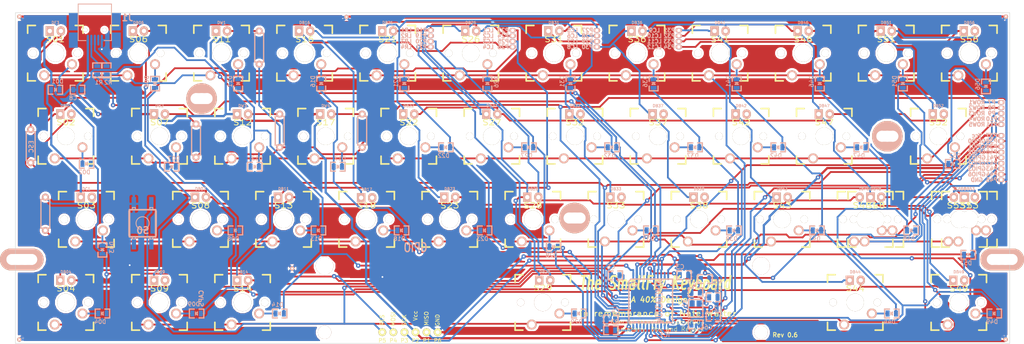
<source format=kicad_pcb>
(kicad_pcb (version 3) (host pcbnew "(2013-02-13 BZR 3947)-testing")
  (title_block (title GH60) (rev B) (company "geekhack GH60 design team"))
  (layers (15 Front signal) (0 Back signal) (20 B.SilkS user) (21 F.SilkS user) (22 B.Mask user) (23 F.Mask user) (28 Edge.Cuts user))
  (net 0 "")
  (net 1 /GPIO0)
  (net 2 /GPIO1)
  (net 3 /GPIO2)
  (net 4 /GPIO3)
  (net 5 /GPIO4)
  (net 6 /GPIO5)
  (net 7 /GPIO6)
  (net 8 /Leds/lcol1)
  (net 9 /Leds/lcol10)
  (net 10 /Leds/lcol11)
  (net 11 /Leds/lcol12)
  (net 12 /Leds/lcol2)
  (net 13 /Leds/lcol3)
  (net 14 /Leds/lcol4)
  (net 15 /Leds/lcol5)
  (net 16 /Leds/lcol6)
  (net 17 /Leds/lcol7)
  (net 18 /Leds/lcol8)
  (net 19 /Leds/lcol9)
  (net 20 /Leds/lrow1)
  (net 21 /Leds/lrow2)
  (net 22 /Leds/lrow3)
  (net 23 /Leds/lrow4)
  (net 24 /Matrix/CAPS_LED)
  (net 25 /Matrix/col1)
  (net 26 /Matrix/col10)
  (net 27 /Matrix/col11)
  (net 28 /Matrix/col12)
  (net 29 /Matrix/col2)
  (net 30 /Matrix/col3)
  (net 31 /Matrix/col4)
  (net 32 /Matrix/col5)
  (net 33 /Matrix/col6)
  (net 34 /Matrix/col7)
  (net 35 /Matrix/col8)
  (net 36 /Matrix/col9)
  (net 37 /Matrix/row1)
  (net 38 /Matrix/row2)
  (net 39 /Matrix/row3)
  (net 40 /Matrix/row4)
  (net 41 /row5)
  (net 42 /~RES~)
  (net 43 GND)
  (net 44 N-000001)
  (net 45 N-00000100)
  (net 46 N-00000101)
  (net 47 N-00000102)
  (net 48 N-0000011)
  (net 49 N-0000013)
  (net 50 N-0000014)
  (net 51 N-0000015)
  (net 52 N-000002)
  (net 53 N-000003)
  (net 54 N-0000039)
  (net 55 N-000004)
  (net 56 N-000005)
  (net 57 N-000006)
  (net 58 N-0000062)
  (net 59 N-0000063)
  (net 60 N-0000064)
  (net 61 N-0000065)
  (net 62 N-0000066)
  (net 63 N-0000067)
  (net 64 N-0000068)
  (net 65 N-0000069)
  (net 66 N-000007)
  (net 67 N-0000070)
  (net 68 N-0000071)
  (net 69 N-0000072)
  (net 70 N-0000073)
  (net 71 N-0000074)
  (net 72 N-0000075)
  (net 73 N-0000076)
  (net 74 N-0000077)
  (net 75 N-0000078)
  (net 76 N-0000079)
  (net 77 N-000008)
  (net 78 N-0000080)
  (net 79 N-0000081)
  (net 80 N-0000082)
  (net 81 N-0000083)
  (net 82 N-0000084)
  (net 83 N-0000085)
  (net 84 N-0000086)
  (net 85 N-0000087)
  (net 86 N-0000088)
  (net 87 N-0000089)
  (net 88 N-0000090)
  (net 89 N-0000091)
  (net 90 N-0000092)
  (net 91 N-0000093)
  (net 92 N-0000094)
  (net 93 N-0000095)
  (net 94 N-0000096)
  (net 95 N-0000097)
  (net 96 N-0000098)
  (net 97 N-0000099)
  (net 98 VCC)
  (module KSEM31GLFS (layer Back) (at 91.441 112.818 270)
    (fp_text reference S0 (at 1.64202 -0.0625 540) (layer B.SilkS) (effects (font (size 1.524 1.524) (thickness 0.3048)) (justify mirror)))
    (fp_text value DTSM-6 hide)
    (pad 1 smd rect (at -4.45 2.0015 270) (size 3.1 1) (layers Back B.Mask) (net 43 GND))
    (pad 4 smd rect (at 4.45 -1.999 270) (size 3.1 1) (layers Back B.Mask))
    (pad 2 smd rect (at 4.45 1.999 270) (size 3.1 1) (layers Back B.Mask))
    (pad 3 smd rect (at -4.45 -1.999 270) (size 3.1 1) (layers Back B.Mask) (net 42 /~RES~))
  )
  (module 67503 (layer Back) (at 80.49 64.59 180)
    (fp_text reference J1 (at -7.4575 -1.10202 180) (layer B.SilkS) (effects (font (size 1.524 1.524) (thickness 0.3048)) (justify mirror)))
    (fp_text value MINI hide)
    (pad "" smd rect (at -4.92506 -1.99898 180) (size 2.04978 4.0005) (layers Back B.Mask))
    (pad "" smd rect (at 4.92506 -1.99898 180) (size 2.04978 4.0005) (layers Back B.Mask))
    (pad "" smd rect (at 4.92506 -6.25094 180) (size 2.04978 3.50012) (layers Back B.Mask))
    (pad "" smd rect (at -4.92506 -6.25094 180) (size 2.04978 3.50012) (layers Back B.Mask))
    (pad 3 smd oval (at 0 -6.2509 180) (size 0.5004 2.5) (layers Back B.Mask) (net 44 N-000001))
    (pad 2 smd oval (at 0.8001 -6.2509 180) (size 0.5004 2.5) (layers Back B.Mask) (net 52 N-000002))
    (pad 1 smd oval (at 1.6002 -6.2509 180) (size 0.5004 2.5) (layers Back B.Mask) (net 98 VCC))
    (pad 4 smd oval (at -0.8001 -6.2509 180) (size 0.5004 2.5) (layers Back B.Mask))
    (pad 5 smd oval (at -1.6002 -6.2509 180) (size 0.5004 2.5) (layers Back B.Mask) (net 43 GND))
    (pad "" thru_hole circle (at 2.2 -3.9 180) (size 0.9 0.9) (drill 0.9) (layers *.Cu *.Mask B.SilkS))
    (pad "" thru_hole circle (at -2.2 -3.9 180) (size 0.9 0.9) (drill 0.9) (layers *.Cu *.Mask B.SilkS))
  )
  (module ASX3F (layer Back) (at 218.237 132.334 270)
    (fp_text reference X1 (at -1.143 2.54 270) (layer B.SilkS) (effects (font (thickness 0.1588)) (justify mirror)))
    (fp_text value ASX3F hide)
    (pad 4 smd rect (at -1.09982 0.8001 270) (size 1.39954 1.15062) (layers Back B.Mask) (net 43 GND))
    (pad 3 smd rect (at 1.09982 0.8001 270) (size 1.39954 1.15062) (layers Back B.Mask) (net 77 N-000008))
    (pad 1 smd rect (at -1.09982 -0.8001 270) (size 1.39954 1.15062) (layers Back B.Mask) (net 66 N-000007))
    (pad 2 smd rect (at 1.09982 -0.8001 270) (size 1.39954 1.15062) (layers Back B.Mask) (net 43 GND))
  )
  (module TQFP44 (layer Back) (at 207.945 130.622 270)
    (fp_text reference IC1 (at 7.808 -3.1801 360) (layer B.SilkS) (effects (font (thickness 0.1588)) (justify mirror)))
    (fp_text value ATMEGA32U4 (at 0 -1.905 270) (layer B.SilkS) (effects (font (size 1.524 1.016) (thickness 0.2032)) (justify mirror)))
    (pad 39 smd oval (at 0 5.715 270) (size 0.4064 1.89992) (layers Back B.Mask) (net 4 /GPIO3))
    (pad 40 smd oval (at -0.8001 5.715 270) (size 0.4064 1.89992) (layers Back B.Mask) (net 29 /Matrix/col2))
    (pad 41 smd oval (at -1.6002 5.715 270) (size 0.4064 1.89992) (layers Back B.Mask) (net 25 /Matrix/col1))
    (pad 42 smd oval (at -2.4003 5.715 270) (size 0.4064 1.89992) (layers Back B.Mask))
    (pad 43 smd oval (at -3.2004 5.715 270) (size 0.4064 1.89992) (layers Back B.Mask) (net 43 GND))
    (pad 44 smd oval (at -4.0005 5.715 270) (size 0.4064 1.89992) (layers Back B.Mask) (net 98 VCC))
    (pad 38 smd oval (at 0.8001 5.715 270) (size 0.4064 1.89992) (layers Back B.Mask) (net 3 /GPIO2))
    (pad 37 smd oval (at 1.6002 5.715 270) (size 0.4064 1.89992) (layers Back B.Mask) (net 2 /GPIO1))
    (pad 36 smd oval (at 2.4003 5.715 270) (size 0.4064 1.89992) (layers Back B.Mask) (net 1 /GPIO0))
    (pad 35 smd oval (at 3.2004 5.715 270) (size 0.4064 1.89992) (layers Back B.Mask) (net 43 GND))
    (pad 34 smd oval (at 4.0005 5.715 270) (size 0.4064 1.89992) (layers Back B.Mask) (net 98 VCC))
    (pad 17 smd oval (at 0 -5.715 270) (size 0.4064 1.89992) (layers Back B.Mask) (net 77 N-000008))
    (pad 16 smd oval (at -0.8001 -5.715 270) (size 0.4064 1.89992) (layers Back B.Mask) (net 66 N-000007))
    (pad 15 smd oval (at -1.6002 -5.715 270) (size 0.4064 1.89992) (layers Back B.Mask) (net 43 GND))
    (pad 14 smd oval (at -2.4003 -5.715 270) (size 0.4064 1.89992) (layers Back B.Mask) (net 98 VCC))
    (pad 13 smd oval (at -3.2004 -5.715 270) (size 0.4064 1.89992) (layers Back B.Mask) (net 42 /~RES~))
    (pad 12 smd oval (at -4.0005 -5.715 270) (size 0.4064 1.89992) (layers Back B.Mask) (net 36 /Matrix/col9))
    (pad 18 smd oval (at 0.8001 -5.715 270) (size 0.4064 1.89992) (layers Back B.Mask) (net 37 /Matrix/row1))
    (pad 19 smd oval (at 1.6002 -5.715 270) (size 0.4064 1.89992) (layers Back B.Mask) (net 38 /Matrix/row2))
    (pad 20 smd oval (at 2.4003 -5.715 270) (size 0.4064 1.89992) (layers Back B.Mask) (net 39 /Matrix/row3))
    (pad 21 smd oval (at 3.2004 -5.715 270) (size 0.4064 1.89992) (layers Back B.Mask) (net 40 /Matrix/row4))
    (pad 22 smd oval (at 4.0005 -5.715 270) (size 0.4064 1.89992) (layers Back B.Mask) (net 6 /GPIO5))
    (pad 6 smd oval (at -5.715 0 270) (size 1.89992 0.4064) (layers Back B.Mask) (net 55 N-000004))
    (pad 28 smd oval (at 5.715 0 270) (size 1.89992 0.4064) (layers Back B.Mask) (net 27 /Matrix/col11))
    (pad 7 smd oval (at -5.715 -0.8001 270) (size 1.89992 0.4064) (layers Back B.Mask) (net 98 VCC))
    (pad 27 smd oval (at 5.715 -0.8001 270) (size 1.89992 0.4064) (layers Back B.Mask) (net 28 /Matrix/col12))
    (pad 26 smd oval (at 5.715 -1.6002 270) (size 1.89992 0.4064) (layers Back B.Mask) (net 5 /GPIO4))
    (pad 8 smd oval (at -5.715 -1.6002 270) (size 1.89992 0.4064) (layers Back B.Mask) (net 41 /row5))
    (pad 9 smd oval (at -5.715 -2.4003 270) (size 1.89992 0.4064) (layers Back B.Mask) (net 35 /Matrix/col8))
    (pad 25 smd oval (at 5.715 -2.4003 270) (size 1.89992 0.4064) (layers Back B.Mask) (net 34 /Matrix/col7))
    (pad 24 smd oval (at 5.715 -3.2004 270) (size 1.89992 0.4064) (layers Back B.Mask) (net 98 VCC))
    (pad 10 smd oval (at -5.715 -3.2004 270) (size 1.89992 0.4064) (layers Back B.Mask) (net 24 /Matrix/CAPS_LED))
    (pad 11 smd oval (at -5.715 -4.0005 270) (size 1.89992 0.4064) (layers Back B.Mask) (net 7 /GPIO6))
    (pad 23 smd oval (at 5.715 -4.0005 270) (size 1.89992 0.4064) (layers Back B.Mask) (net 43 GND))
    (pad 29 smd oval (at 5.715 0.8001 270) (size 1.89992 0.4064) (layers Back B.Mask) (net 26 /Matrix/col10))
    (pad 5 smd oval (at -5.715 0.8001 270) (size 1.89992 0.4064) (layers Back B.Mask) (net 43 GND))
    (pad 4 smd oval (at -5.715 1.6002 270) (size 1.89992 0.4064) (layers Back B.Mask) (net 56 N-000005))
    (pad 30 smd oval (at 5.715 1.6002 270) (size 1.89992 0.4064) (layers Back B.Mask) (net 33 /Matrix/col6))
    (pad 31 smd oval (at 5.715 2.4003 270) (size 1.89992 0.4064) (layers Back B.Mask) (net 32 /Matrix/col5))
    (pad 3 smd oval (at -5.715 2.4003 270) (size 1.89992 0.4064) (layers Back B.Mask) (net 57 N-000006))
    (pad 2 smd oval (at -5.715 3.2004 270) (size 1.89992 0.4064) (layers Back B.Mask) (net 98 VCC))
    (pad 32 smd oval (at 5.715 3.2004 270) (size 1.89992 0.4064) (layers Back B.Mask) (net 31 /Matrix/col4))
    (pad 33 smd oval (at 5.715 4.0005 270) (size 1.89992 0.4064) (layers Back B.Mask) (net 53 N-000003))
    (pad 1 smd oval (at -5.715 4.0005 270) (size 1.89992 0.4064) (layers Back B.Mask) (net 30 /Matrix/col3))
  )
  (module SM0805 (layer Back) (at 76.5175 82.202)
    (fp_text reference C8 (at -1.016 1.905) (layer B.SilkS) (effects (font (size 0.935 0.935) (thickness 0.1588)) (justify mirror)))
    (fp_text value 1u hide)
    (pad 1 smd rect (at -0.9525 0) (size 0.889 1.397) (layers Back B.Mask) (net 98 VCC))
    (pad 2 smd rect (at 0.9525 0) (size 0.889 1.397) (layers Back B.Mask) (net 43 GND))
  )
  (module SM0805 (layer Back) (at 222.301 129.794)
    (fp_text reference C1 (at 1.016 -1.905) (layer B.SilkS) (effects (font (thickness 0.1588)) (justify mirror)))
    (fp_text value 22p hide)
    (pad 1 smd rect (at -0.9525 0) (size 0.889 1.397) (layers Back B.Mask) (net 66 N-000007))
    (pad 2 smd rect (at 0.9525 0) (size 0.889 1.397) (layers Back B.Mask) (net 43 GND))
  )
  (module SM0805 (layer Back) (at 222.301 134.239)
    (fp_text reference C2 (at 1.016 -1.905) (layer B.SilkS) (effects (font (thickness 0.1588)) (justify mirror)))
    (fp_text value 22p hide)
    (pad 1 smd rect (at -0.9525 0) (size 0.889 1.397) (layers Back B.Mask) (net 77 N-000008))
    (pad 2 smd rect (at 0.9525 0) (size 0.889 1.397) (layers Back B.Mask) (net 43 GND))
  )
  (module SM0805 (layer Back) (at 198.806 134.874 180)
    (fp_text reference C4 (at -1.016 1.905 180) (layer B.SilkS) (effects (font (thickness 0.1588)) (justify mirror)))
    (fp_text value 100n hide)
    (pad 1 smd rect (at -0.9525 0 180) (size 0.889 1.397) (layers Back B.Mask) (net 98 VCC))
    (pad 2 smd rect (at 0.9525 0 180) (size 0.889 1.397) (layers Back B.Mask) (net 43 GND))
  )
  (module SM0805 (layer Back) (at 199.822 124.778 180)
    (fp_text reference C5 (at 1.016 1.9685 180) (layer B.SilkS) (effects (font (thickness 0.1588)) (justify mirror)))
    (fp_text value 100n hide)
    (pad 1 smd rect (at -0.9525 0 180) (size 0.889 1.397) (layers Back B.Mask) (net 98 VCC))
    (pad 2 smd rect (at 0.9525 0 180) (size 0.889 1.397) (layers Back B.Mask) (net 43 GND))
  )
  (module SM0805 (layer Back) (at 218.237 136.017 180)
    (fp_text reference C6 (at -2.921 -0.635 180) (layer B.SilkS) (effects (font (thickness 0.1588)) (justify mirror)))
    (fp_text value 100n hide)
    (pad 1 smd rect (at -0.9525 0 180) (size 0.889 1.397) (layers Back B.Mask) (net 98 VCC))
    (pad 2 smd rect (at 0.9525 0 180) (size 0.889 1.397) (layers Back B.Mask) (net 43 GND))
  )
  (module SM0805 (layer Back) (at 218.237 128.651 180)
    (fp_text reference C7 (at 0.889 1.905 180) (layer B.SilkS) (effects (font (thickness 0.1588)) (justify mirror)))
    (fp_text value 100n hide)
    (pad 1 smd rect (at -0.9525 0 180) (size 0.889 1.397) (layers Back B.Mask) (net 98 VCC))
    (pad 2 smd rect (at 0.9525 0 180) (size 0.889 1.397) (layers Back B.Mask) (net 43 GND))
  )
  (module SM0805 (layer Back) (at 81.026 77.724 90)
    (fp_text reference R1 (at -2.794 0.381 180) (layer B.SilkS) (effects (font (size 0.935 0.935) (thickness 0.1588)) (justify mirror)))
    (fp_text value 22 hide)
    (pad 1 smd rect (at -0.9525 0 90) (size 0.889 1.397) (layers Back B.Mask) (net 57 N-000006))
    (pad 2 smd rect (at 0.9525 0 90) (size 0.889 1.397) (layers Back B.Mask) (net 52 N-000002))
  )
  (module SM0805 (layer Back) (at 83.185 77.724 90)
    (fp_text reference R2 (at -2.794 0.381 180) (layer B.SilkS) (effects (font (size 0.935 0.935) (thickness 0.1588)) (justify mirror)))
    (fp_text value 22 hide)
    (pad 1 smd rect (at -0.9525 0 90) (size 0.889 1.397) (layers Back B.Mask) (net 56 N-000005))
    (pad 2 smd rect (at 0.9525 0 90) (size 0.889 1.397) (layers Back B.Mask) (net 44 N-000001))
  )
  (module SM0805 (layer Back) (at 215.57 124.714)
    (fp_text reference C3 (at -0.889 -1.905) (layer B.SilkS) (effects (font (thickness 0.1588)) (justify mirror)))
    (fp_text value 1u hide)
    (pad 1 smd rect (at -0.9525 0) (size 0.889 1.397) (layers Back B.Mask) (net 55 N-000004))
    (pad 2 smd rect (at 0.9525 0) (size 0.889 1.397) (layers Back B.Mask) (net 43 GND))
  )
  (module SM0805 (layer Back) (at 198.818 137.35 180)
    (fp_text reference R3 (at -0.889 1.905 180) (layer B.SilkS) (effects (font (thickness 0.1588)) (justify mirror)))
    (fp_text value 10k hide)
    (pad 1 smd rect (at -0.9525 0 180) (size 0.889 1.397) (layers Back B.Mask) (net 53 N-000003))
    (pad 2 smd rect (at 0.9525 0 180) (size 0.889 1.397) (layers Back B.Mask) (net 43 GND))
  )
  (module SM0805 (layer Back) (at 220.396 125.603 180)
    (fp_text reference R5 (at -2.921 -0.635 180) (layer B.SilkS) (effects (font (thickness 0.1588)) (justify mirror)))
    (fp_text value 10k hide)
    (pad 1 smd rect (at -0.9525 0 180) (size 0.889 1.397) (layers Back B.Mask) (net 98 VCC))
    (pad 2 smd rect (at 0.9525 0 180) (size 0.889 1.397) (layers Back B.Mask) (net 42 /~RES~))
  )
  (module SM0805D (layer Back) (at 246.698 80.805 90)
    (fp_text reference D46 (at 0.508 -1.905 90) (layer B.SilkS) (effects (font (size 0.935 0.935) (thickness 0.1588)) (justify mirror)))
    (fp_text value 1N4148 hide)
    (pad 1 smd rect (at -0.9525 0 90) (size 0.889 1.397) (layers Back B.Mask) (net 26 /Matrix/col10))
    (pad 2 smd rect (at 0.9525 0 90) (size 0.889 1.397) (layers Back B.Mask) (net 65 N-0000069))
  )
  (module SM0805D (layer Back) (at 237.172 95.41 180)
    (fp_text reference D42 (at 0.508 -1.905 180) (layer B.SilkS) (effects (font (size 0.935 0.935) (thickness 0.1588)) (justify mirror)))
    (fp_text value 1N4148 hide)
    (pad 1 smd rect (at -0.9525 0 180) (size 0.889 1.397) (layers Back B.Mask) (net 36 /Matrix/col9))
    (pad 2 smd rect (at 0.9525 0 180) (size 0.889 1.397) (layers Back B.Mask) (net 67 N-0000070))
  )
  (module SM0805D (layer Back) (at 246.062 114.46 180)
    (fp_text reference D43 (at 0.508 -1.905 180) (layer B.SilkS) (effects (font (size 0.935 0.935) (thickness 0.1588)) (justify mirror)))
    (fp_text value 1N4148 hide)
    (pad 1 smd rect (at -0.9525 0 180) (size 0.889 1.397) (layers Back B.Mask) (net 36 /Matrix/col9))
    (pad 2 smd rect (at 0.9525 0 180) (size 0.889 1.397) (layers Back B.Mask) (net 68 N-0000071))
  )
  (module SM0805D (layer Back) (at 160.972 95.41 180)
    (fp_text reference D22 (at 0.508 -1.905 180) (layer B.SilkS) (effects (font (size 0.935 0.935) (thickness 0.1588)) (justify mirror)))
    (fp_text value 1N4148 hide)
    (pad 1 smd rect (at -0.9525 0 180) (size 0.889 1.397) (layers Back B.Mask) (net 32 /Matrix/col5))
    (pad 2 smd rect (at 0.9525 0 180) (size 0.889 1.397) (layers Back B.Mask) (net 69 N-0000072))
  )
  (module SM0805D (layer Back) (at 227.012 114.46 180)
    (fp_text reference D38 (at 0.508 -1.905 180) (layer B.SilkS) (effects (font (size 0.935 0.935) (thickness 0.1588)) (justify mirror)))
    (fp_text value 1N4148 hide)
    (pad 1 smd rect (at -0.9525 0 180) (size 0.889 1.397) (layers Back B.Mask) (net 35 /Matrix/col8))
    (pad 2 smd rect (at 0.9525 0 180) (size 0.889 1.397) (layers Back B.Mask) (net 70 N-0000073))
  )
  (module SM0805D (layer Back) (at 218.122 95.41 180)
    (fp_text reference D37 (at 0.508 -1.905 180) (layer B.SilkS) (effects (font (size 0.935 0.935) (thickness 0.1588)) (justify mirror)))
    (fp_text value 1N4148 hide)
    (pad 1 smd rect (at -0.9525 0 180) (size 0.889 1.397) (layers Back B.Mask) (net 35 /Matrix/col8))
    (pad 2 smd rect (at 0.9525 0 180) (size 0.889 1.397) (layers Back B.Mask) (net 71 N-0000074))
  )
  (module SM0805D (layer Back) (at 227.648 80.805 90)
    (fp_text reference D41 (at 0.508 -1.905 90) (layer B.SilkS) (effects (font (size 0.935 0.935) (thickness 0.1588)) (justify mirror)))
    (fp_text value 1N4148 hide)
    (pad 1 smd rect (at -0.9525 0 90) (size 0.889 1.397) (layers Back B.Mask) (net 36 /Matrix/col9))
    (pad 2 smd rect (at 0.9525 0 90) (size 0.889 1.397) (layers Back B.Mask) (net 72 N-0000075))
  )
  (module SM0805D (layer Back) (at 208.598 80.805 90)
    (fp_text reference D36 (at 0.508 -1.905 90) (layer B.SilkS) (effects (font (size 0.935 0.935) (thickness 0.1588)) (justify mirror)))
    (fp_text value 1N4148 hide)
    (pad 1 smd rect (at -0.9525 0 90) (size 0.889 1.397) (layers Back B.Mask) (net 35 /Matrix/col8))
    (pad 2 smd rect (at 0.9525 0 90) (size 0.889 1.397) (layers Back B.Mask) (net 73 N-0000076))
  )
  (module SM0805D (layer Back) (at 199.072 95.41 180)
    (fp_text reference D32 (at 0.508 -1.905 180) (layer B.SilkS) (effects (font (size 0.935 0.935) (thickness 0.1588)) (justify mirror)))
    (fp_text value 1N4148 hide)
    (pad 1 smd rect (at -0.9525 0 180) (size 0.889 1.397) (layers Back B.Mask) (net 34 /Matrix/col7))
    (pad 2 smd rect (at 0.9525 0 180) (size 0.889 1.397) (layers Back B.Mask) (net 59 N-0000063))
  )
  (module SM0805D (layer Back) (at 207.962 114.46 180)
    (fp_text reference D33 (at 0.508 -1.905 180) (layer B.SilkS) (effects (font (size 0.935 0.935) (thickness 0.1588)) (justify mirror)))
    (fp_text value 1N4148 hide)
    (pad 1 smd rect (at -0.9525 0 180) (size 0.889 1.397) (layers Back B.Mask) (net 34 /Matrix/col7))
    (pad 2 smd rect (at 0.9525 0 180) (size 0.889 1.397) (layers Back B.Mask) (net 61 N-0000065))
  )
  (module SM0805D (layer Back) (at 169.862 114.46 180)
    (fp_text reference D23 (at 0.508 -1.905 180) (layer B.SilkS) (effects (font (size 0.935 0.935) (thickness 0.1588)) (justify mirror)))
    (fp_text value 1N4148 hide)
    (pad 1 smd rect (at -0.9525 0 180) (size 0.889 1.397) (layers Back B.Mask) (net 32 /Matrix/col5))
    (pad 2 smd rect (at 0.9525 0 180) (size 0.889 1.397) (layers Back B.Mask) (net 60 N-0000064))
  )
  (module SM0805D (layer Back) (at 71.4375 82.202)
    (fp_text reference D01 (at 0.508 -1.905) (layer B.SilkS) (effects (font (size 0.935 0.935) (thickness 0.1588)) (justify mirror)))
    (fp_text value 1N4148 hide)
    (pad 1 smd rect (at -0.9525 0) (size 0.889 1.397) (layers Back B.Mask) (net 25 /Matrix/col1))
    (pad 2 smd rect (at 0.9525 0) (size 0.889 1.397) (layers Back B.Mask) (net 58 N-0000062))
  )
  (module SM0805D (layer Back) (at 189.548 80.805 90)
    (fp_text reference D31 (at 0.508 -1.905 90) (layer B.SilkS) (effects (font (size 0.935 0.935) (thickness 0.1588)) (justify mirror)))
    (fp_text value 1N4148 hide)
    (pad 1 smd rect (at -0.9525 0 90) (size 0.889 1.397) (layers Back B.Mask) (net 34 /Matrix/col7))
    (pad 2 smd rect (at 0.9525 0 90) (size 0.889 1.397) (layers Back B.Mask) (net 62 N-0000066))
  )
  (module SM0805D (layer Back) (at 151.448 80.805 90)
    (fp_text reference D21 (at 0.508 -1.905 90) (layer B.SilkS) (effects (font (size 0.935 0.935) (thickness 0.1588)) (justify mirror)))
    (fp_text value 1N4148 hide)
    (pad 1 smd rect (at -0.9525 0 90) (size 0.889 1.397) (layers Back B.Mask) (net 32 /Matrix/col5))
    (pad 2 smd rect (at 0.9525 0 90) (size 0.889 1.397) (layers Back B.Mask) (net 63 N-0000067))
  )
  (module SM0805D (layer Back) (at 150.812 114.46 180)
    (fp_text reference D18 (at 0.508 -1.905 180) (layer B.SilkS) (effects (font (size 0.935 0.935) (thickness 0.1588)) (justify mirror)))
    (fp_text value 1N4148 hide)
    (pad 1 smd rect (at -0.9525 0 180) (size 0.889 1.397) (layers Back B.Mask) (net 31 /Matrix/col4))
    (pad 2 smd rect (at 0.9525 0 180) (size 0.889 1.397) (layers Back B.Mask) (net 84 N-0000086))
  )
  (module SM0805D (layer Back) (at 136.208 99.855)
    (fp_text reference D17 (at 0.508 -1.905) (layer B.SilkS) (effects (font (size 0.935 0.935) (thickness 0.1588)) (justify mirror)))
    (fp_text value 1N4148 hide)
    (pad 1 smd rect (at -0.9525 0) (size 0.889 1.397) (layers Back B.Mask) (net 31 /Matrix/col4))
    (pad 2 smd rect (at 0.9525 0) (size 0.889 1.397) (layers Back B.Mask) (net 85 N-0000087))
  )
  (module SM0805D (layer Back) (at 132.398 80.805 90)
    (fp_text reference D16 (at 0.508 -1.905 90) (layer B.SilkS) (effects (font (size 0.935 0.935) (thickness 0.1588)) (justify mirror)))
    (fp_text value 1N4148 hide)
    (pad 1 smd rect (at -0.9525 0 90) (size 0.889 1.397) (layers Back B.Mask) (net 31 /Matrix/col4))
    (pad 2 smd rect (at 0.9525 0 90) (size 0.889 1.397) (layers Back B.Mask) (net 86 N-0000088))
  )
  (module SM0805D (layer Back) (at 191.452 133.51 180)
    (fp_text reference D29 (at 0.508 -1.905 180) (layer B.SilkS) (effects (font (size 0.935 0.935) (thickness 0.1588)) (justify mirror)))
    (fp_text value 1N4148 hide)
    (pad 1 smd rect (at -0.9525 0 180) (size 0.889 1.397) (layers Back B.Mask) (net 33 /Matrix/col6))
    (pad 2 smd rect (at 0.9525 0 180) (size 0.889 1.397) (layers Back B.Mask) (net 87 N-0000089))
  )
  (module SM0805D (layer Back) (at 185.674 118.237 180)
    (fp_text reference D28 (at 0.508 -1.905 180) (layer B.SilkS) (effects (font (size 0.935 0.935) (thickness 0.1588)) (justify mirror)))
    (fp_text value 1N4148 hide)
    (pad 1 smd rect (at -0.9525 0 180) (size 0.889 1.397) (layers Back B.Mask) (net 33 /Matrix/col6))
    (pad 2 smd rect (at 0.9525 0 180) (size 0.889 1.397) (layers Back B.Mask) (net 88 N-0000090))
  )
  (module SM0805D (layer Back) (at 180.022 95.41 180)
    (fp_text reference D27 (at 0.508 -1.905 180) (layer B.SilkS) (effects (font (size 0.935 0.935) (thickness 0.1588)) (justify mirror)))
    (fp_text value 1N4148 hide)
    (pad 1 smd rect (at -0.9525 0 180) (size 0.889 1.397) (layers Back B.Mask) (net 33 /Matrix/col6))
    (pad 2 smd rect (at 0.9525 0 180) (size 0.889 1.397) (layers Back B.Mask) (net 89 N-0000091))
  )
  (module SM0805D (layer Back) (at 170.498 80.805 90)
    (fp_text reference D26 (at 0.381 2.032 90) (layer B.SilkS) (effects (font (size 0.935 0.935) (thickness 0.1588)) (justify mirror)))
    (fp_text value 1N4148 hide)
    (pad 1 smd rect (at -0.9525 0 90) (size 0.889 1.397) (layers Back B.Mask) (net 33 /Matrix/col6))
    (pad 2 smd rect (at 0.9525 0 90) (size 0.889 1.397) (layers Back B.Mask) (net 74 N-0000077))
  )
  (module SM0805D (layer Back) (at 122.872 133.51 180)
    (fp_text reference D14 (at 0.508 2.032 180) (layer B.SilkS) (effects (font (size 0.935 0.935) (thickness 0.1588)) (justify mirror)))
    (fp_text value 1N4148 hide)
    (pad 1 smd rect (at -0.9525 0 180) (size 0.889 1.397) (layers Back B.Mask) (net 30 /Matrix/col3))
    (pad 2 smd rect (at 0.9525 0 180) (size 0.889 1.397) (layers Back B.Mask) (net 75 N-0000078))
  )
  (module SM0805D (layer Back) (at 103.822 133.51 180)
    (fp_text reference D09 (at 0.635 2.159 180) (layer B.SilkS) (effects (font (size 0.935 0.935) (thickness 0.1588)) (justify mirror)))
    (fp_text value 1N4148 hide)
    (pad 1 smd rect (at -0.9525 0 180) (size 0.889 1.397) (layers Back B.Mask) (net 29 /Matrix/col2))
    (pad 2 smd rect (at 0.9525 0 180) (size 0.889 1.397) (layers Back B.Mask) (net 76 N-0000079))
  )
  (module SM0805D (layer Back) (at 131.762 114.46 180)
    (fp_text reference D13 (at 0.508 -1.905 180) (layer B.SilkS) (effects (font (size 0.935 0.935) (thickness 0.1588)) (justify mirror)))
    (fp_text value 1N4148 hide)
    (pad 1 smd rect (at -0.9525 0 180) (size 0.889 1.397) (layers Back B.Mask) (net 30 /Matrix/col3))
    (pad 2 smd rect (at 0.9525 0 180) (size 0.889 1.397) (layers Back B.Mask) (net 78 N-0000080))
  )
  (module SM0805D (layer Back) (at 117.158 99.855)
    (fp_text reference D12 (at 0.508 -1.905) (layer B.SilkS) (effects (font (size 0.935 0.935) (thickness 0.1588)) (justify mirror)))
    (fp_text value 1N4148 hide)
    (pad 1 smd rect (at -0.9525 0) (size 0.889 1.397) (layers Back B.Mask) (net 30 /Matrix/col3))
    (pad 2 smd rect (at 0.9525 0) (size 0.889 1.397) (layers Back B.Mask) (net 79 N-0000081))
  )
  (module SM0805D (layer Back) (at 112.712 114.46 180)
    (fp_text reference D08 (at 0.508 -1.905 180) (layer B.SilkS) (effects (font (size 0.935 0.935) (thickness 0.1588)) (justify mirror)))
    (fp_text value 1N4148 hide)
    (pad 1 smd rect (at -0.9525 0 180) (size 0.889 1.397) (layers Back B.Mask) (net 29 /Matrix/col2))
    (pad 2 smd rect (at 0.9525 0 180) (size 0.889 1.397) (layers Back B.Mask) (net 80 N-0000082))
  )
  (module SM0805D (layer Back) (at 98.1075 99.855)
    (fp_text reference D07 (at 0.508 -1.905) (layer B.SilkS) (effects (font (size 0.935 0.935) (thickness 0.1588)) (justify mirror)))
    (fp_text value 1N4148 hide)
    (pad 1 smd rect (at -0.9525 0) (size 0.889 1.397) (layers Back B.Mask) (net 29 /Matrix/col2))
    (pad 2 smd rect (at 0.9525 0) (size 0.889 1.397) (layers Back B.Mask) (net 81 N-0000083))
  )
  (module SM0805D (layer Back) (at 82.2325 133.51 180)
    (fp_text reference D04 (at 0.508 -1.905 180) (layer B.SilkS) (effects (font (size 0.935 0.935) (thickness 0.1588)) (justify mirror)))
    (fp_text value 1N4148 hide)
    (pad 1 smd rect (at -0.9525 0 180) (size 0.889 1.397) (layers Back B.Mask) (net 25 /Matrix/col1))
    (pad 2 smd rect (at 0.9525 0 180) (size 0.889 1.397) (layers Back B.Mask) (net 93 N-0000095))
  )
  (module SM0805D (layer Back) (at 78.613 99.187 180)
    (fp_text reference D02 (at 0.508 -1.905 180) (layer B.SilkS) (effects (font (size 0.935 0.935) (thickness 0.1588)) (justify mirror)))
    (fp_text value 1N4148 hide)
    (pad 1 smd rect (at -0.9525 0 180) (size 0.889 1.397) (layers Back B.Mask) (net 25 /Matrix/col1))
    (pad 2 smd rect (at 0.9525 0 180) (size 0.889 1.397) (layers Back B.Mask) (net 82 N-0000084))
  )
  (module SM0805D (layer Back) (at 113.348 80.805 90)
    (fp_text reference D11 (at 0.508 -1.905 90) (layer B.SilkS) (effects (font (size 0.935 0.935) (thickness 0.1588)) (justify mirror)))
    (fp_text value 1N4148 hide)
    (pad 1 smd rect (at -0.9525 0 90) (size 0.889 1.397) (layers Back B.Mask) (net 30 /Matrix/col3))
    (pad 2 smd rect (at 0.9525 0 90) (size 0.889 1.397) (layers Back B.Mask) (net 83 N-0000085))
  )
  (module SM0805D (layer Back) (at 94.2975 80.805 90)
    (fp_text reference D06 (at 0.508 -1.905 90) (layer B.SilkS) (effects (font (size 0.935 0.935) (thickness 0.1588)) (justify mirror)))
    (fp_text value 1N4148 hide)
    (pad 1 smd rect (at -0.9525 0 90) (size 0.889 1.397) (layers Back B.Mask) (net 29 /Matrix/col2))
    (pad 2 smd rect (at 0.9525 0 90) (size 0.889 1.397) (layers Back B.Mask) (net 47 N-00000102))
  )
  (module SM0805D (layer Back) (at 82.2325 118.905 90)
    (fp_text reference D03 (at 0.58928 2.15646 90) (layer B.SilkS) (effects (font (size 0.935 0.935) (thickness 0.1588)) (justify mirror)))
    (fp_text value 1N4148 hide)
    (pad 1 smd rect (at -0.9525 0 90) (size 0.889 1.397) (layers Back B.Mask) (net 25 /Matrix/col1))
    (pad 2 smd rect (at 0.9525 0 90) (size 0.889 1.397) (layers Back B.Mask) (net 90 N-0000092))
  )
  (module SM0805D (layer Back) (at 284.798 81.44 90)
    (fp_text reference D56 (at 0.508 -1.905 90) (layer B.SilkS) (effects (font (size 0.935 0.935) (thickness 0.1588)) (justify mirror)))
    (fp_text value 1N4148 hide)
    (pad 1 smd rect (at -0.9525 0 90) (size 0.889 1.397) (layers Back B.Mask) (net 28 /Matrix/col12))
    (pad 2 smd rect (at 0.9525 0 90) (size 0.889 1.397) (layers Back B.Mask) (net 94 N-0000096))
  )
  (module SM0805D (layer Back) (at 280.734 120.048 180)
    (fp_text reference D53 (at 0.508 -1.905 180) (layer B.SilkS) (effects (font (size 0.935 0.935) (thickness 0.1588)) (justify mirror)))
    (fp_text value 1N4148 hide)
    (pad 1 smd rect (at -0.9525 0 180) (size 0.889 1.397) (layers Back B.Mask) (net 92 N-0000094))
    (pad 2 smd rect (at 0.9525 0 180) (size 0.889 1.397) (layers Back B.Mask) (net 27 /Matrix/col11))
  )
  (module SM0805D (layer Back) (at 286.702 133.51 180)
    (fp_text reference D49 (at 0.508 -1.905 180) (layer B.SilkS) (effects (font (size 0.935 0.935) (thickness 0.1588)) (justify mirror)))
    (fp_text value 1N4148 hide)
    (pad 1 smd rect (at -0.9525 0 180) (size 0.889 1.397) (layers Back B.Mask) (net 26 /Matrix/col10))
    (pad 2 smd rect (at 0.9525 0 180) (size 0.889 1.397) (layers Back B.Mask) (net 95 N-0000097))
  )
  (module SM0805D (layer Back) (at 263.208 133.51 180)
    (fp_text reference D44 (at 0.508 -1.905 180) (layer B.SilkS) (effects (font (size 0.935 0.935) (thickness 0.1588)) (justify mirror)))
    (fp_text value 1N4148 hide)
    (pad 1 smd rect (at -0.9525 0 180) (size 0.889 1.397) (layers Back B.Mask) (net 36 /Matrix/col9))
    (pad 2 smd rect (at 0.9525 0 180) (size 0.889 1.397) (layers Back B.Mask) (net 96 N-0000098))
  )
  (module SM0805D (layer Back) (at 277.178 99.22)
    (fp_text reference D52 (at 0.508 -1.905) (layer B.SilkS) (effects (font (size 0.935 0.935) (thickness 0.1588)) (justify mirror)))
    (fp_text value 1N4148 hide)
    (pad 1 smd rect (at -0.9525 0) (size 0.889 1.397) (layers Back B.Mask) (net 27 /Matrix/col11))
    (pad 2 smd rect (at 0.9525 0) (size 0.889 1.397) (layers Back B.Mask) (net 97 N-0000099))
  )
  (module SM0805D (layer Back) (at 265.748 80.805 90)
    (fp_text reference D51 (at 0.508 -1.905 90) (layer B.SilkS) (effects (font (size 0.935 0.935) (thickness 0.1588)) (justify mirror)))
    (fp_text value 1N4148 hide)
    (pad 1 smd rect (at -0.9525 0 90) (size 0.889 1.397) (layers Back B.Mask) (net 27 /Matrix/col11))
    (pad 2 smd rect (at 0.9525 0 90) (size 0.889 1.397) (layers Back B.Mask) (net 45 N-00000100))
  )
  (module SM0805D (layer Back) (at 256.222 95.41 180)
    (fp_text reference D47 (at 0.508 -1.905 180) (layer B.SilkS) (effects (font (size 0.935 0.935) (thickness 0.1588)) (justify mirror)))
    (fp_text value 1N4148 hide)
    (pad 1 smd rect (at -0.9525 0 180) (size 0.889 1.397) (layers Back B.Mask) (net 26 /Matrix/col10))
    (pad 2 smd rect (at 0.9525 0 180) (size 0.889 1.397) (layers Back B.Mask) (net 64 N-0000068))
  )
  (module SM0805D (layer Back) (at 267.652 114.46 180)
    (fp_text reference D48 (at 0.508 -1.905 180) (layer B.SilkS) (effects (font (size 0.935 0.935) (thickness 0.1588)) (justify mirror)))
    (fp_text value 1N4148 hide)
    (pad 1 smd rect (at -0.9525 0 180) (size 0.889 1.397) (layers Back B.Mask) (net 91 N-0000093))
    (pad 2 smd rect (at 0.9525 0 180) (size 0.889 1.397) (layers Back B.Mask) (net 26 /Matrix/col10))
  )
  (module pad (layer Front) (at 156.553 137.795)
    (fp_text reference P1 (at 0 1.905) (layer F.SilkS) (effects (font (size 0.9 0.9))))
    (fp_text value MISO (at -0.0255 -3.14198 90) (layer F.SilkS) (effects (font (size 0.9 0.9))))
    (pad 1 thru_hole circle (at 0 0) (size 1.8 1.8) (drill 0.9) (layers *.Cu *.Mask F.SilkS) (net 7 /GPIO6))
  )
  (module pad (layer Front) (at 151.473 137.795)
    (fp_text reference P3 (at 0 1.905) (layer F.SilkS) (effects (font (size 0.9 0.9))))
    (fp_text value SCK (at -0.0255 -2.76098 90) (layer F.SilkS) (effects (font (size 0.9 0.9))))
    (pad 1 thru_hole circle (at 0 0) (size 1.8 1.8) (drill 0.9) (layers *.Cu *.Mask F.SilkS) (net 35 /Matrix/col8))
  )
  (module pad (layer Front) (at 146.393 137.795)
    (fp_text reference P5 (at 0 1.905) (layer F.SilkS) (effects (font (size 0.9 0.9))))
    (fp_text value RES (at -0.0255 -2.76098 90) (layer F.SilkS) (effects (font (size 0.9 0.9))))
    (pad 1 thru_hole circle (at 0 0) (size 1.8 1.8) (drill 0.9) (layers *.Cu *.Mask F.SilkS) (net 42 /~RES~))
  )
  (module pad (layer Front) (at 154.013 137.795)
    (fp_text reference P2 (at 0 1.905) (layer F.SilkS) (effects (font (size 0.9 0.9))))
    (fp_text value Vcc (at -0.0255 -3.77698 90) (layer F.SilkS) (effects (font (size 0.9 0.9))))
    (pad 1 thru_hole circle (at 0 0) (size 1.8 1.8) (drill 0.9) (layers *.Cu *.Mask F.SilkS) (net 98 VCC))
  )
  (module pad (layer Front) (at 148.933 137.795)
    (fp_text reference P4 (at 0 1.905) (layer F.SilkS) (effects (font (size 0.9 0.9))))
    (fp_text value MOSI (at -0.0255 -3.01498 90) (layer F.SilkS) (effects (font (size 0.9 0.9))))
    (pad 1 thru_hole circle (at 0 0) (size 1.8 1.8) (drill 0.9) (layers *.Cu *.Mask F.SilkS) (net 24 /Matrix/CAPS_LED))
  )
  (module pad (layer Front) (at 159.093 137.795)
    (fp_text reference P6 (at 0 1.905) (layer F.SilkS) (effects (font (size 0.9 0.9))))
    (fp_text value GND (at -0.0255 -2.76098 90) (layer F.SilkS) (effects (font (size 0.9 0.9))))
    (pad 1 thru_hole circle (at 0 0) (size 1.8 1.8) (drill 0.9) (layers *.Cu *.Mask F.SilkS) (net 43 GND))
  )
  (module R3 (layer Back) (at 65.786 95.123 90)
    (fp_text reference R12 hide)
    (fp_text value R hide)
    (pad 1 thru_hole circle (at -3.81 0 90) (size 1.6 1.6) (drill 0.812799) (layers *.Cu *.Mask B.SilkS) (net 2 /GPIO1))
    (pad 2 thru_hole circle (at 3.81 0 90) (size 1.6 1.6) (drill 0.812799) (layers *.Cu *.Mask B.SilkS) (net 54 N-0000039))
  )
  (module R3 (layer Back) (at 69.1515 110.65 270)
    (fp_text reference R4 hide)
    (fp_text value 300 hide)
    (pad 1 thru_hole circle (at -3.81 0 270) (size 1.6 1.6) (drill 0.812799) (layers *.Cu *.Mask B.SilkS) (net 46 N-00000101))
    (pad 2 thru_hole circle (at 3.81 0 270) (size 1.6 1.6) (drill 0.812799) (layers *.Cu *.Mask B.SilkS) (net 24 /Matrix/CAPS_LED))
  )
  (module CHERRY_PCB_125H_Visible (layer Front) (at 73.8505 130.97 180)
    (fp_text reference S04 (at 0 3.175 180) (layer F.SilkS) (effects (font (size 1.27 1.524) (thickness 0.2032))))
    (fp_text value MX1A hide)
    (pad 1 thru_hole circle (at 2.54 -5.08 180) (size 2.286 2.286) (drill 1.498599) (layers *.Cu *.SilkS *.Mask) (net 40 /Matrix/row4))
    (pad 2 thru_hole circle (at -3.81 -2.54 180) (size 2.286 2.286) (drill 1.498599) (layers *.Cu *.SilkS *.Mask) (net 93 N-0000095))
    (pad HOLE thru_hole circle (at 0 0 180) (size 3.9878 3.9878) (drill 3.9878) (layers *.Cu *.Mask F.SilkS))
    (pad HOLE thru_hole circle (at -5.08 0 180) (size 1.7018 1.7018) (drill 1.701799) (layers *.Cu *.Mask F.SilkS))
    (pad HOLE thru_hole circle (at 5.08 0 180) (size 1.7018 1.7018) (drill 1.701799) (layers *.Cu *.Mask F.SilkS))
  )
  (module CHERRY_PCB_125H_Visible (layer Front) (at 73.8505 92.87 180)
    (fp_text reference S02 (at 0 3.175 180) (layer F.SilkS) (effects (font (size 1.27 1.524) (thickness 0.2032))))
    (fp_text value MX1A hide)
    (pad 1 thru_hole circle (at 2.54 -5.08 180) (size 2.286 2.286) (drill 1.498599) (layers *.Cu *.SilkS *.Mask) (net 38 /Matrix/row2))
    (pad 2 thru_hole circle (at -3.81 -2.54 180) (size 2.286 2.286) (drill 1.498599) (layers *.Cu *.SilkS *.Mask) (net 82 N-0000084))
    (pad HOLE thru_hole circle (at 0 0 180) (size 3.9878 3.9878) (drill 3.9878) (layers *.Cu *.Mask F.SilkS))
    (pad HOLE thru_hole circle (at -5.08 0 180) (size 1.7018 1.7018) (drill 1.701799) (layers *.Cu *.Mask F.SilkS))
    (pad HOLE thru_hole circle (at 5.08 0 180) (size 1.7018 1.7018) (drill 1.701799) (layers *.Cu *.Mask F.SilkS))
  )
  (module CHERRY_PCB_175H_Visible (layer Front) (at 78.5495 111.92 180)
    (fp_text reference S03 (at 0 3.175 180) (layer F.SilkS) (effects (font (size 1.27 1.524) (thickness 0.2032))))
    (fp_text value MX1A hide)
    (pad 1 thru_hole circle (at 2.54 -5.08 180) (size 2.286 2.286) (drill 1.498599) (layers *.Cu *.SilkS *.Mask) (net 39 /Matrix/row3))
    (pad 2 thru_hole circle (at -3.81 -2.54 180) (size 2.286 2.286) (drill 1.498599) (layers *.Cu *.SilkS *.Mask) (net 90 N-0000092))
    (pad HOLE thru_hole circle (at 0 0 180) (size 3.9878 3.9878) (drill 3.9878) (layers *.Cu *.Mask F.SilkS))
    (pad HOLE thru_hole circle (at -5.08 0 180) (size 1.7018 1.7018) (drill 1.701799) (layers *.Cu *.Mask F.SilkS))
    (pad HOLE thru_hole circle (at 5.08 0 180) (size 1.7018 1.7018) (drill 1.701799) (layers *.Cu *.Mask F.SilkS))
  )
  (module MX_LED (layer Front) (at 123.762 111.92 180)
    (fp_text reference DB11 (at 0 6.985 180) (layer B.SilkS) (effects (font (size 0.635 0.635) (thickness 0.127))))
    (fp_text value LED hide)
    (pad 2 thru_hole oval (at -1.27 5.08 180) (size 1.905 2.159) (drill 0.9906) (layers *.Cu *.SilkS *.Mask) (net 22 /Leds/lrow3))
    (pad 1 thru_hole rect (at 1.27 5.08 180) (size 1.905 2.159) (drill 0.9906) (layers *.Cu *.SilkS *.Mask) (net 13 /Leds/lcol3))
  )
  (module MX_LED (layer Front) (at 95.3135 130.97 180)
    (fp_text reference DB09 (at 0 6.985 180) (layer B.SilkS) (effects (font (size 0.635 0.635) (thickness 0.127))))
    (fp_text value LED hide)
    (pad 2 thru_hole oval (at -1.27 5.08 180) (size 1.905 2.159) (drill 0.9906) (layers *.Cu *.SilkS *.Mask) (net 23 /Leds/lrow4))
    (pad 1 thru_hole rect (at 1.27 5.08 180) (size 1.905 2.159) (drill 0.9906) (layers *.Cu *.SilkS *.Mask) (net 12 /Leds/lcol2))
  )
  (module MX_LED (layer Front) (at 104.712 111.92 180)
    (fp_text reference DB07 (at 0 6.985 180) (layer B.SilkS) (effects (font (size 0.635 0.635) (thickness 0.127))))
    (fp_text value LED hide)
    (pad 2 thru_hole oval (at -1.27 5.08 180) (size 1.905 2.159) (drill 0.9906) (layers *.Cu *.SilkS *.Mask) (net 22 /Leds/lrow3))
    (pad 1 thru_hole rect (at 1.27 5.08 180) (size 1.905 2.159) (drill 0.9906) (layers *.Cu *.SilkS *.Mask) (net 12 /Leds/lcol2))
  )
  (module MX_LED (layer Front) (at 73.8505 92.87 180)
    (fp_text reference DB02 (at 0 6.985 180) (layer B.SilkS) (effects (font (size 0.635 0.635) (thickness 0.127))))
    (fp_text value LED hide)
    (pad 2 thru_hole oval (at -1.27 5.08 180) (size 1.905 2.159) (drill 0.9906) (layers *.Cu *.SilkS *.Mask) (net 22 /Leds/lrow3))
    (pad 1 thru_hole rect (at 1.27 5.08 180) (size 1.905 2.159) (drill 0.9906) (layers *.Cu *.SilkS *.Mask) (net 8 /Leds/lcol1))
  )
  (module MX_LED (layer Front) (at 90.4875 73.8188 180)
    (fp_text reference DB06 (at 0 6.985 180) (layer B.SilkS) (effects (font (size 0.635 0.635) (thickness 0.127))))
    (fp_text value LED hide)
    (pad 2 thru_hole oval (at -1.27 5.08 180) (size 1.905 2.159) (drill 0.9906) (layers *.Cu *.SilkS *.Mask) (net 20 /Leds/lrow1))
    (pad 1 thru_hole rect (at 1.27 5.08 180) (size 1.905 2.159) (drill 0.9906) (layers *.Cu *.SilkS *.Mask) (net 12 /Leds/lcol2))
  )
  (module MX_LED (layer Front) (at 73.8505 130.97 180)
    (fp_text reference DB04 (at 0 6.985 180) (layer B.SilkS) (effects (font (size 0.635 0.635) (thickness 0.127))))
    (fp_text value LED hide)
    (pad 2 thru_hole oval (at -1.27 5.08 180) (size 1.905 2.159) (drill 0.9906) (layers *.Cu *.SilkS *.Mask) (net 23 /Leds/lrow4))
    (pad 1 thru_hole rect (at 1.27 5.08 180) (size 1.905 2.159) (drill 0.9906) (layers *.Cu *.SilkS *.Mask) (net 8 /Leds/lcol1))
  )
  (module CHERRY_PCB_100H_Plated (layer Front) (at 280.988 111.92 180)
    (fp_text reference S53 (at 0 3.175 180) (layer F.SilkS) (effects (font (size 1.27 1.524) (thickness 0.2032))))
    (fp_text value MX1A hide)
    (pad 1 thru_hole circle (at 2.54 -5.08 180) (size 2.286 2.286) (drill 1.498599) (layers *.Cu *.SilkS *.Mask) (net 39 /Matrix/row3))
    (pad 2 thru_hole circle (at -3.81 -2.54 180) (size 2.286 2.286) (drill 1.498599) (layers *.Cu *.SilkS *.Mask) (net 92 N-0000094))
    (pad HOLE thru_hole circle (at 0 0 180) (size 3.9878 3.9878) (drill 3.9878) (layers *.Cu *.Mask F.SilkS))
    (pad HOLE thru_hole circle (at -5.08 0 180) (size 1.7018 1.7018) (drill 1.701799) (layers *.Cu *.Mask F.SilkS))
    (pad HOLE thru_hole circle (at 5.08 0 180) (size 1.7018 1.7018) (drill 1.701799) (layers *.Cu *.Mask F.SilkS))
  )
  (module CHERRY_PCB_100H_Plated (layer Front) (at 190.564 92.87 180)
    (fp_text reference S32 (at 0 3.175 180) (layer F.SilkS) (effects (font (size 1.27 1.524) (thickness 0.2032))))
    (fp_text value MX1A hide)
    (pad 1 thru_hole circle (at 2.54 -5.08 180) (size 2.286 2.286) (drill 1.498599) (layers *.Cu *.SilkS *.Mask) (net 38 /Matrix/row2))
    (pad 2 thru_hole circle (at -3.81 -2.54 180) (size 2.286 2.286) (drill 1.498599) (layers *.Cu *.SilkS *.Mask) (net 59 N-0000063))
    (pad HOLE thru_hole circle (at 0 0 180) (size 3.9878 3.9878) (drill 3.9878) (layers *.Cu *.Mask F.SilkS))
    (pad HOLE thru_hole circle (at -5.08 0 180) (size 1.7018 1.7018) (drill 1.701799) (layers *.Cu *.Mask F.SilkS))
    (pad HOLE thru_hole circle (at 5.08 0 180) (size 1.7018 1.7018) (drill 1.701799) (layers *.Cu *.Mask F.SilkS))
  )
  (module CHERRY_PCB_100H_Plated (layer Front) (at 242.888 73.82 180)
    (fp_text reference S46 (at 0 3.175 180) (layer F.SilkS) (effects (font (size 1.27 1.524) (thickness 0.2032))))
    (fp_text value MX1A hide)
    (pad 1 thru_hole circle (at 2.54 -5.08 180) (size 2.286 2.286) (drill 1.498599) (layers *.Cu *.SilkS *.Mask) (net 37 /Matrix/row1))
    (pad 2 thru_hole circle (at -3.81 -2.54 180) (size 2.286 2.286) (drill 1.498599) (layers *.Cu *.SilkS *.Mask) (net 65 N-0000069))
    (pad HOLE thru_hole circle (at 0 0 180) (size 3.9878 3.9878) (drill 3.9878) (layers *.Cu *.Mask F.SilkS))
    (pad HOLE thru_hole circle (at -5.08 0 180) (size 1.7018 1.7018) (drill 1.701799) (layers *.Cu *.Mask F.SilkS))
    (pad HOLE thru_hole circle (at 5.08 0 180) (size 1.7018 1.7018) (drill 1.701799) (layers *.Cu *.Mask F.SilkS))
  )
  (module CHERRY_PCB_100H_Plated (layer Front) (at 147.638 73.82 180)
    (fp_text reference S21 (at 0 3.175 180) (layer F.SilkS) (effects (font (size 1.27 1.524) (thickness 0.2032))))
    (fp_text value MX1A hide)
    (pad 1 thru_hole circle (at 2.54 -5.08 180) (size 2.286 2.286) (drill 1.498599) (layers *.Cu *.SilkS *.Mask) (net 37 /Matrix/row1))
    (pad 2 thru_hole circle (at -3.81 -2.54 180) (size 2.286 2.286) (drill 1.498599) (layers *.Cu *.SilkS *.Mask) (net 63 N-0000067))
    (pad HOLE thru_hole circle (at 0 0 180) (size 3.9878 3.9878) (drill 3.9878) (layers *.Cu *.Mask F.SilkS))
    (pad HOLE thru_hole circle (at -5.08 0 180) (size 1.7018 1.7018) (drill 1.701799) (layers *.Cu *.Mask F.SilkS))
    (pad HOLE thru_hole circle (at 5.08 0 180) (size 1.7018 1.7018) (drill 1.701799) (layers *.Cu *.Mask F.SilkS))
  )
  (module CHERRY_PCB_125H_Visible (layer Front) (at 278.574 130.97 180)
    (fp_text reference S49 (at 0 3.175 180) (layer F.SilkS) (effects (font (size 1.27 1.524) (thickness 0.2032))))
    (fp_text value MX1A hide)
    (pad 1 thru_hole circle (at 2.54 -5.08 180) (size 2.286 2.286) (drill 1.498599) (layers *.Cu *.SilkS *.Mask) (net 40 /Matrix/row4))
    (pad 2 thru_hole circle (at -3.81 -2.54 180) (size 2.286 2.286) (drill 1.498599) (layers *.Cu *.SilkS *.Mask) (net 95 N-0000097))
    (pad HOLE thru_hole circle (at 0 0 180) (size 3.9878 3.9878) (drill 3.9878) (layers *.Cu *.Mask F.SilkS))
    (pad HOLE thru_hole circle (at -5.08 0 180) (size 1.7018 1.7018) (drill 1.701799) (layers *.Cu *.Mask F.SilkS))
    (pad HOLE thru_hole circle (at 5.08 0 180) (size 1.7018 1.7018) (drill 1.701799) (layers *.Cu *.Mask F.SilkS))
  )
  (module CHERRY_PCB_125H_Visible (layer Front) (at 254.826 130.97 180)
    (fp_text reference S44 (at 0 3.175 180) (layer F.SilkS) (effects (font (size 1.27 1.524) (thickness 0.2032))))
    (fp_text value MX1A hide)
    (pad 1 thru_hole circle (at 2.54 -5.08 180) (size 2.286 2.286) (drill 1.498599) (layers *.Cu *.SilkS *.Mask) (net 40 /Matrix/row4))
    (pad 2 thru_hole circle (at -3.81 -2.54 180) (size 2.286 2.286) (drill 1.498599) (layers *.Cu *.SilkS *.Mask) (net 96 N-0000098))
    (pad HOLE thru_hole circle (at 0 0 180) (size 3.9878 3.9878) (drill 3.9878) (layers *.Cu *.Mask F.SilkS))
    (pad HOLE thru_hole circle (at -5.08 0 180) (size 1.7018 1.7018) (drill 1.701799) (layers *.Cu *.Mask F.SilkS))
    (pad HOLE thru_hole circle (at 5.08 0 180) (size 1.7018 1.7018) (drill 1.701799) (layers *.Cu *.Mask F.SilkS))
  )
  (module CHERRY_PCB_100H_Plated (layer Front) (at 114.364 130.97 180)
    (fp_text reference S14 (at 0 3.175 180) (layer F.SilkS) (effects (font (size 1.27 1.524) (thickness 0.2032))))
    (fp_text value MX1A hide)
    (pad 1 thru_hole circle (at 2.54 -5.08 180) (size 2.286 2.286) (drill 1.498599) (layers *.Cu *.SilkS *.Mask) (net 40 /Matrix/row4))
    (pad 2 thru_hole circle (at -3.81 -2.54 180) (size 2.286 2.286) (drill 1.498599) (layers *.Cu *.SilkS *.Mask) (net 75 N-0000078))
    (pad HOLE thru_hole circle (at 0 0 180) (size 3.9878 3.9878) (drill 3.9878) (layers *.Cu *.Mask F.SilkS))
    (pad HOLE thru_hole circle (at -5.08 0 180) (size 1.7018 1.7018) (drill 1.701799) (layers *.Cu *.Mask F.SilkS))
    (pad HOLE thru_hole circle (at 5.08 0 180) (size 1.7018 1.7018) (drill 1.701799) (layers *.Cu *.Mask F.SilkS))
  )
  (module CHERRY_PCB_100H_Plated (layer Front) (at 95.3135 130.97 180)
    (fp_text reference S09 (at 0 3.175 180) (layer F.SilkS) (effects (font (size 1.27 1.524) (thickness 0.2032))))
    (fp_text value MX1A hide)
    (pad 1 thru_hole circle (at 2.54 -5.08 180) (size 2.286 2.286) (drill 1.498599) (layers *.Cu *.SilkS *.Mask) (net 40 /Matrix/row4))
    (pad 2 thru_hole circle (at -3.81 -2.54 180) (size 2.286 2.286) (drill 1.498599) (layers *.Cu *.SilkS *.Mask) (net 76 N-0000079))
    (pad HOLE thru_hole circle (at 0 0 180) (size 3.9878 3.9878) (drill 3.9878) (layers *.Cu *.Mask F.SilkS))
    (pad HOLE thru_hole circle (at -5.08 0 180) (size 1.7018 1.7018) (drill 1.701799) (layers *.Cu *.Mask F.SilkS))
    (pad HOLE thru_hole circle (at 5.08 0 180) (size 1.7018 1.7018) (drill 1.701799) (layers *.Cu *.Mask F.SilkS))
  )
  (module CHERRY_PCB_125H_Visible (layer Front) (at 259.524 111.92 180)
    (fp_text reference S48 (at 0 3.175 180) (layer F.SilkS) (effects (font (size 1.27 1.524) (thickness 0.2032))))
    (fp_text value MX1A hide)
    (pad 1 thru_hole circle (at 2.54 -5.08 180) (size 2.286 2.286) (drill 1.498599) (layers *.Cu *.SilkS *.Mask) (net 39 /Matrix/row3))
    (pad 2 thru_hole circle (at -3.81 -2.54 180) (size 2.286 2.286) (drill 1.498599) (layers *.Cu *.SilkS *.Mask) (net 91 N-0000093))
    (pad HOLE thru_hole circle (at 0 0 180) (size 3.9878 3.9878) (drill 3.9878) (layers *.Cu *.Mask F.SilkS))
    (pad HOLE thru_hole circle (at -5.08 0 180) (size 1.7018 1.7018) (drill 1.701799) (layers *.Cu *.Mask F.SilkS))
    (pad HOLE thru_hole circle (at 5.08 0 180) (size 1.7018 1.7018) (drill 1.701799) (layers *.Cu *.Mask F.SilkS))
  )
  (module CHERRY_PCB_100H_Plated (layer Front) (at 238.062 111.92 180)
    (fp_text reference S43 (at 0 3.175 180) (layer F.SilkS) (effects (font (size 1.27 1.524) (thickness 0.2032))))
    (fp_text value MX1A hide)
    (pad 1 thru_hole circle (at 2.54 -5.08 180) (size 2.286 2.286) (drill 1.498599) (layers *.Cu *.SilkS *.Mask) (net 39 /Matrix/row3))
    (pad 2 thru_hole circle (at -3.81 -2.54 180) (size 2.286 2.286) (drill 1.498599) (layers *.Cu *.SilkS *.Mask) (net 68 N-0000071))
    (pad HOLE thru_hole circle (at 0 0 180) (size 3.9878 3.9878) (drill 3.9878) (layers *.Cu *.Mask F.SilkS))
    (pad HOLE thru_hole circle (at -5.08 0 180) (size 1.7018 1.7018) (drill 1.701799) (layers *.Cu *.Mask F.SilkS))
    (pad HOLE thru_hole circle (at 5.08 0 180) (size 1.7018 1.7018) (drill 1.701799) (layers *.Cu *.Mask F.SilkS))
  )
  (module CHERRY_PCB_100H_Plated (layer Front) (at 133.414 92.87 180)
    (fp_text reference S17 (at 0 3.175 180) (layer F.SilkS) (effects (font (size 1.27 1.524) (thickness 0.2032))))
    (fp_text value MX1A hide)
    (pad 1 thru_hole circle (at 2.54 -5.08 180) (size 2.286 2.286) (drill 1.498599) (layers *.Cu *.SilkS *.Mask) (net 38 /Matrix/row2))
    (pad 2 thru_hole circle (at -3.81 -2.54 180) (size 2.286 2.286) (drill 1.498599) (layers *.Cu *.SilkS *.Mask) (net 85 N-0000087))
    (pad HOLE thru_hole circle (at 0 0 180) (size 3.9878 3.9878) (drill 3.9878) (layers *.Cu *.Mask F.SilkS))
    (pad HOLE thru_hole circle (at -5.08 0 180) (size 1.7018 1.7018) (drill 1.701799) (layers *.Cu *.Mask F.SilkS))
    (pad HOLE thru_hole circle (at 5.08 0 180) (size 1.7018 1.7018) (drill 1.701799) (layers *.Cu *.Mask F.SilkS))
  )
  (module CHERRY_PCB_100H_Plated (layer Front) (at 114.364 92.87 180)
    (fp_text reference S12 (at 0 3.175 180) (layer F.SilkS) (effects (font (size 1.27 1.524) (thickness 0.2032))))
    (fp_text value MX1A hide)
    (pad 1 thru_hole circle (at 2.54 -5.08 180) (size 2.286 2.286) (drill 1.498599) (layers *.Cu *.SilkS *.Mask) (net 38 /Matrix/row2))
    (pad 2 thru_hole circle (at -3.81 -2.54 180) (size 2.286 2.286) (drill 1.498599) (layers *.Cu *.SilkS *.Mask) (net 79 N-0000081))
    (pad HOLE thru_hole circle (at 0 0 180) (size 3.9878 3.9878) (drill 3.9878) (layers *.Cu *.Mask F.SilkS))
    (pad HOLE thru_hole circle (at -5.08 0 180) (size 1.7018 1.7018) (drill 1.701799) (layers *.Cu *.Mask F.SilkS))
    (pad HOLE thru_hole circle (at 5.08 0 180) (size 1.7018 1.7018) (drill 1.701799) (layers *.Cu *.Mask F.SilkS))
  )
  (module CHERRY_PCB_100H_Plated (layer Front) (at 95.3135 92.87 180)
    (fp_text reference S07 (at 0 3.175 180) (layer F.SilkS) (effects (font (size 1.27 1.524) (thickness 0.2032))))
    (fp_text value MX1A hide)
    (pad 1 thru_hole circle (at 2.54 -5.08 180) (size 2.286 2.286) (drill 1.498599) (layers *.Cu *.SilkS *.Mask) (net 38 /Matrix/row2))
    (pad 2 thru_hole circle (at -3.81 -2.54 180) (size 2.286 2.286) (drill 1.498599) (layers *.Cu *.SilkS *.Mask) (net 81 N-0000083))
    (pad HOLE thru_hole circle (at 0 0 180) (size 3.9878 3.9878) (drill 3.9878) (layers *.Cu *.Mask F.SilkS))
    (pad HOLE thru_hole circle (at -5.08 0 180) (size 1.7018 1.7018) (drill 1.701799) (layers *.Cu *.Mask F.SilkS))
    (pad HOLE thru_hole circle (at 5.08 0 180) (size 1.7018 1.7018) (drill 1.701799) (layers *.Cu *.Mask F.SilkS))
  )
  (module CHERRY_PCB_100H_Plated (layer Front) (at 280.988 73.82 180)
    (fp_text reference S56 (at 0 3.175 180) (layer F.SilkS) (effects (font (size 1.27 1.524) (thickness 0.2032))))
    (fp_text value MX1A hide)
    (pad 1 thru_hole circle (at 2.54 -5.08 180) (size 2.286 2.286) (drill 1.498599) (layers *.Cu *.SilkS *.Mask) (net 37 /Matrix/row1))
    (pad 2 thru_hole circle (at -3.81 -2.54 180) (size 2.286 2.286) (drill 1.498599) (layers *.Cu *.SilkS *.Mask) (net 94 N-0000096))
    (pad HOLE thru_hole circle (at 0 0 180) (size 3.9878 3.9878) (drill 3.9878) (layers *.Cu *.Mask F.SilkS))
    (pad HOLE thru_hole circle (at -5.08 0 180) (size 1.7018 1.7018) (drill 1.701799) (layers *.Cu *.Mask F.SilkS))
    (pad HOLE thru_hole circle (at 5.08 0 180) (size 1.7018 1.7018) (drill 1.701799) (layers *.Cu *.Mask F.SilkS))
  )
  (module CHERRY_PCB_100H_Plated (layer Front) (at 223.838 73.82 180)
    (fp_text reference S41 (at 0 3.175 180) (layer F.SilkS) (effects (font (size 1.27 1.524) (thickness 0.2032))))
    (fp_text value MX1A hide)
    (pad 1 thru_hole circle (at 2.54 -5.08 180) (size 2.286 2.286) (drill 1.498599) (layers *.Cu *.SilkS *.Mask) (net 37 /Matrix/row1))
    (pad 2 thru_hole circle (at -3.81 -2.54 180) (size 2.286 2.286) (drill 1.498599) (layers *.Cu *.SilkS *.Mask) (net 72 N-0000075))
    (pad HOLE thru_hole circle (at 0 0 180) (size 3.9878 3.9878) (drill 3.9878) (layers *.Cu *.Mask F.SilkS))
    (pad HOLE thru_hole circle (at -5.08 0 180) (size 1.7018 1.7018) (drill 1.701799) (layers *.Cu *.Mask F.SilkS))
    (pad HOLE thru_hole circle (at 5.08 0 180) (size 1.7018 1.7018) (drill 1.701799) (layers *.Cu *.Mask F.SilkS))
  )
  (module CHERRY_PCB_100H_Plated (layer Front) (at 204.788 73.82 180)
    (fp_text reference S36 (at 0 3.175 180) (layer F.SilkS) (effects (font (size 1.27 1.524) (thickness 0.2032))))
    (fp_text value MX1A hide)
    (pad 1 thru_hole circle (at 2.54 -5.08 180) (size 2.286 2.286) (drill 1.498599) (layers *.Cu *.SilkS *.Mask) (net 37 /Matrix/row1))
    (pad 2 thru_hole circle (at -3.81 -2.54 180) (size 2.286 2.286) (drill 1.498599) (layers *.Cu *.SilkS *.Mask) (net 73 N-0000076))
    (pad HOLE thru_hole circle (at 0 0 180) (size 3.9878 3.9878) (drill 3.9878) (layers *.Cu *.Mask F.SilkS))
    (pad HOLE thru_hole circle (at -5.08 0 180) (size 1.7018 1.7018) (drill 1.701799) (layers *.Cu *.Mask F.SilkS))
    (pad HOLE thru_hole circle (at 5.08 0 180) (size 1.7018 1.7018) (drill 1.701799) (layers *.Cu *.Mask F.SilkS))
  )
  (module CHERRY_PCB_100H_Plated (layer Front) (at 185.738 73.82 180)
    (fp_text reference S31 (at 0 3.175 180) (layer F.SilkS) (effects (font (size 1.27 1.524) (thickness 0.2032))))
    (fp_text value MX1A hide)
    (pad 1 thru_hole circle (at 2.54 -5.08 180) (size 2.286 2.286) (drill 1.498599) (layers *.Cu *.SilkS *.Mask) (net 37 /Matrix/row1))
    (pad 2 thru_hole circle (at -3.81 -2.54 180) (size 2.286 2.286) (drill 1.498599) (layers *.Cu *.SilkS *.Mask) (net 62 N-0000066))
    (pad HOLE thru_hole circle (at 0 0 180) (size 3.9878 3.9878) (drill 3.9878) (layers *.Cu *.Mask F.SilkS))
    (pad HOLE thru_hole circle (at -5.08 0 180) (size 1.7018 1.7018) (drill 1.701799) (layers *.Cu *.Mask F.SilkS))
    (pad HOLE thru_hole circle (at 5.08 0 180) (size 1.7018 1.7018) (drill 1.701799) (layers *.Cu *.Mask F.SilkS))
  )
  (module CHERRY_PCB_100H_Plated (layer Front) (at 166.688 73.82 180)
    (fp_text reference S26 (at 0 3.175 180) (layer F.SilkS) (effects (font (size 1.27 1.524) (thickness 0.2032))))
    (fp_text value MX1A hide)
    (pad 1 thru_hole circle (at 2.54 -5.08 180) (size 2.286 2.286) (drill 1.498599) (layers *.Cu *.SilkS *.Mask) (net 37 /Matrix/row1))
    (pad 2 thru_hole circle (at -3.81 -2.54 180) (size 2.286 2.286) (drill 1.498599) (layers *.Cu *.SilkS *.Mask) (net 74 N-0000077))
    (pad HOLE thru_hole circle (at 0 0 180) (size 3.9878 3.9878) (drill 3.9878) (layers *.Cu *.Mask F.SilkS))
    (pad HOLE thru_hole circle (at -5.08 0 180) (size 1.7018 1.7018) (drill 1.701799) (layers *.Cu *.Mask F.SilkS))
    (pad HOLE thru_hole circle (at 5.08 0 180) (size 1.7018 1.7018) (drill 1.701799) (layers *.Cu *.Mask F.SilkS))
  )
  (module CHERRY_PCB_100H_Plated (layer Front) (at 128.588 73.82 180)
    (fp_text reference S16 (at 0 3.175 180) (layer F.SilkS) (effects (font (size 1.27 1.524) (thickness 0.2032))))
    (fp_text value MX1A hide)
    (pad 1 thru_hole circle (at 2.54 -5.08 180) (size 2.286 2.286) (drill 1.498599) (layers *.Cu *.SilkS *.Mask) (net 37 /Matrix/row1))
    (pad 2 thru_hole circle (at -3.81 -2.54 180) (size 2.286 2.286) (drill 1.498599) (layers *.Cu *.SilkS *.Mask) (net 86 N-0000088))
    (pad HOLE thru_hole circle (at 0 0 180) (size 3.9878 3.9878) (drill 3.9878) (layers *.Cu *.Mask F.SilkS))
    (pad HOLE thru_hole circle (at -5.08 0 180) (size 1.7018 1.7018) (drill 1.701799) (layers *.Cu *.Mask F.SilkS))
    (pad HOLE thru_hole circle (at 5.08 0 180) (size 1.7018 1.7018) (drill 1.701799) (layers *.Cu *.Mask F.SilkS))
  )
  (module CHERRY_PCB_100H_Plated (layer Front) (at 109.538 73.82 180)
    (fp_text reference S11 (at 0 3.175 180) (layer F.SilkS) (effects (font (size 1.27 1.524) (thickness 0.2032))))
    (fp_text value MX1A hide)
    (pad 1 thru_hole circle (at 2.54 -5.08 180) (size 2.286 2.286) (drill 1.498599) (layers *.Cu *.SilkS *.Mask) (net 37 /Matrix/row1))
    (pad 2 thru_hole circle (at -3.81 -2.54 180) (size 2.286 2.286) (drill 1.498599) (layers *.Cu *.SilkS *.Mask) (net 83 N-0000085))
    (pad HOLE thru_hole circle (at 0 0 180) (size 3.9878 3.9878) (drill 3.9878) (layers *.Cu *.Mask F.SilkS))
    (pad HOLE thru_hole circle (at -5.08 0 180) (size 1.7018 1.7018) (drill 1.701799) (layers *.Cu *.Mask F.SilkS))
    (pad HOLE thru_hole circle (at 5.08 0 180) (size 1.7018 1.7018) (drill 1.701799) (layers *.Cu *.Mask F.SilkS))
  )
  (module CHERRY_PCB_100H_Plated (layer Front) (at 90.4875 73.82 180)
    (fp_text reference S06 (at 0 3.175 180) (layer F.SilkS) (effects (font (size 1.27 1.524) (thickness 0.2032))))
    (fp_text value MX1A hide)
    (pad 1 thru_hole circle (at 2.54 -5.08 180) (size 2.286 2.286) (drill 1.498599) (layers *.Cu *.SilkS *.Mask) (net 37 /Matrix/row1))
    (pad 2 thru_hole circle (at -3.81 -2.54 180) (size 2.286 2.286) (drill 1.498599) (layers *.Cu *.SilkS *.Mask) (net 47 N-00000102))
    (pad HOLE thru_hole circle (at 0 0 180) (size 3.9878 3.9878) (drill 3.9878) (layers *.Cu *.Mask F.SilkS))
    (pad HOLE thru_hole circle (at -5.08 0 180) (size 1.7018 1.7018) (drill 1.701799) (layers *.Cu *.Mask F.SilkS))
    (pad HOLE thru_hole circle (at 5.08 0 180) (size 1.7018 1.7018) (drill 1.701799) (layers *.Cu *.Mask F.SilkS))
  )
  (module CHERRY_PCB_100H_Plated (layer Front) (at 219.012 111.92 180)
    (fp_text reference S38 (at 0 3.175 180) (layer F.SilkS) (effects (font (size 1.27 1.524) (thickness 0.2032))))
    (fp_text value MX1A hide)
    (pad 1 thru_hole circle (at 2.54 -5.08 180) (size 2.286 2.286) (drill 1.498599) (layers *.Cu *.SilkS *.Mask) (net 39 /Matrix/row3))
    (pad 2 thru_hole circle (at -3.81 -2.54 180) (size 2.286 2.286) (drill 1.498599) (layers *.Cu *.SilkS *.Mask) (net 70 N-0000073))
    (pad HOLE thru_hole circle (at 0 0 180) (size 3.9878 3.9878) (drill 3.9878) (layers *.Cu *.Mask F.SilkS))
    (pad HOLE thru_hole circle (at -5.08 0 180) (size 1.7018 1.7018) (drill 1.701799) (layers *.Cu *.Mask F.SilkS))
    (pad HOLE thru_hole circle (at 5.08 0 180) (size 1.7018 1.7018) (drill 1.701799) (layers *.Cu *.Mask F.SilkS))
  )
  (module CHERRY_PCB_100H_Plated (layer Front) (at 199.962 111.92 180)
    (fp_text reference S33 (at 0 3.175 180) (layer F.SilkS) (effects (font (size 1.27 1.524) (thickness 0.2032))))
    (fp_text value MX1A hide)
    (pad 1 thru_hole circle (at 2.54 -5.08 180) (size 2.286 2.286) (drill 1.498599) (layers *.Cu *.SilkS *.Mask) (net 39 /Matrix/row3))
    (pad 2 thru_hole circle (at -3.81 -2.54 180) (size 2.286 2.286) (drill 1.498599) (layers *.Cu *.SilkS *.Mask) (net 61 N-0000065))
    (pad HOLE thru_hole circle (at 0 0 180) (size 3.9878 3.9878) (drill 3.9878) (layers *.Cu *.Mask F.SilkS))
    (pad HOLE thru_hole circle (at -5.08 0 180) (size 1.7018 1.7018) (drill 1.701799) (layers *.Cu *.Mask F.SilkS))
    (pad HOLE thru_hole circle (at 5.08 0 180) (size 1.7018 1.7018) (drill 1.701799) (layers *.Cu *.Mask F.SilkS))
  )
  (module CHERRY_PCB_100H_Plated (layer Front) (at 180.912 111.92 180)
    (fp_text reference S28 (at 0 3.175 180) (layer F.SilkS) (effects (font (size 1.27 1.524) (thickness 0.2032))))
    (fp_text value MX1A hide)
    (pad 1 thru_hole circle (at 2.54 -5.08 180) (size 2.286 2.286) (drill 1.498599) (layers *.Cu *.SilkS *.Mask) (net 39 /Matrix/row3))
    (pad 2 thru_hole circle (at -3.81 -2.54 180) (size 2.286 2.286) (drill 1.498599) (layers *.Cu *.SilkS *.Mask) (net 88 N-0000090))
    (pad HOLE thru_hole circle (at 0 0 180) (size 3.9878 3.9878) (drill 3.9878) (layers *.Cu *.Mask F.SilkS))
    (pad HOLE thru_hole circle (at -5.08 0 180) (size 1.7018 1.7018) (drill 1.701799) (layers *.Cu *.Mask F.SilkS))
    (pad HOLE thru_hole circle (at 5.08 0 180) (size 1.7018 1.7018) (drill 1.701799) (layers *.Cu *.Mask F.SilkS))
  )
  (module CHERRY_PCB_100H_Plated (layer Front) (at 161.862 111.92 180)
    (fp_text reference S23 (at 0 3.175 180) (layer F.SilkS) (effects (font (size 1.27 1.524) (thickness 0.2032))))
    (fp_text value MX1A hide)
    (pad 1 thru_hole circle (at 2.54 -5.08 180) (size 2.286 2.286) (drill 1.498599) (layers *.Cu *.SilkS *.Mask) (net 39 /Matrix/row3))
    (pad 2 thru_hole circle (at -3.81 -2.54 180) (size 2.286 2.286) (drill 1.498599) (layers *.Cu *.SilkS *.Mask) (net 60 N-0000064))
    (pad HOLE thru_hole circle (at 0 0 180) (size 3.9878 3.9878) (drill 3.9878) (layers *.Cu *.Mask F.SilkS))
    (pad HOLE thru_hole circle (at -5.08 0 180) (size 1.7018 1.7018) (drill 1.701799) (layers *.Cu *.Mask F.SilkS))
    (pad HOLE thru_hole circle (at 5.08 0 180) (size 1.7018 1.7018) (drill 1.701799) (layers *.Cu *.Mask F.SilkS))
  )
  (module CHERRY_PCB_100H_Plated (layer Front) (at 142.812 111.92 180)
    (fp_text reference S18 (at 0 3.175 180) (layer F.SilkS) (effects (font (size 1.27 1.524) (thickness 0.2032))))
    (fp_text value MX1A hide)
    (pad 1 thru_hole circle (at 2.54 -5.08 180) (size 2.286 2.286) (drill 1.498599) (layers *.Cu *.SilkS *.Mask) (net 39 /Matrix/row3))
    (pad 2 thru_hole circle (at -3.81 -2.54 180) (size 2.286 2.286) (drill 1.498599) (layers *.Cu *.SilkS *.Mask) (net 84 N-0000086))
    (pad HOLE thru_hole circle (at 0 0 180) (size 3.9878 3.9878) (drill 3.9878) (layers *.Cu *.Mask F.SilkS))
    (pad HOLE thru_hole circle (at -5.08 0 180) (size 1.7018 1.7018) (drill 1.701799) (layers *.Cu *.Mask F.SilkS))
    (pad HOLE thru_hole circle (at 5.08 0 180) (size 1.7018 1.7018) (drill 1.701799) (layers *.Cu *.Mask F.SilkS))
  )
  (module CHERRY_PCB_100H_Plated (layer Front) (at 123.762 111.92 180)
    (fp_text reference S13 (at 0 3.175 180) (layer F.SilkS) (effects (font (size 1.27 1.524) (thickness 0.2032))))
    (fp_text value MX1A hide)
    (pad 1 thru_hole circle (at 2.54 -5.08 180) (size 2.286 2.286) (drill 1.498599) (layers *.Cu *.SilkS *.Mask) (net 39 /Matrix/row3))
    (pad 2 thru_hole circle (at -3.81 -2.54 180) (size 2.286 2.286) (drill 1.498599) (layers *.Cu *.SilkS *.Mask) (net 78 N-0000080))
    (pad HOLE thru_hole circle (at 0 0 180) (size 3.9878 3.9878) (drill 3.9878) (layers *.Cu *.Mask F.SilkS))
    (pad HOLE thru_hole circle (at -5.08 0 180) (size 1.7018 1.7018) (drill 1.701799) (layers *.Cu *.Mask F.SilkS))
    (pad HOLE thru_hole circle (at 5.08 0 180) (size 1.7018 1.7018) (drill 1.701799) (layers *.Cu *.Mask F.SilkS))
  )
  (module CHERRY_PCB_100H_Plated (layer Front) (at 104.712 111.92 180)
    (fp_text reference S08 (at 0 3.175 180) (layer F.SilkS) (effects (font (size 1.27 1.524) (thickness 0.2032))))
    (fp_text value MX1A hide)
    (pad 1 thru_hole circle (at 2.54 -5.08 180) (size 2.286 2.286) (drill 1.498599) (layers *.Cu *.SilkS *.Mask) (net 39 /Matrix/row3))
    (pad 2 thru_hole circle (at -3.81 -2.54 180) (size 2.286 2.286) (drill 1.498599) (layers *.Cu *.SilkS *.Mask) (net 80 N-0000082))
    (pad HOLE thru_hole circle (at 0 0 180) (size 3.9878 3.9878) (drill 3.9878) (layers *.Cu *.Mask F.SilkS))
    (pad HOLE thru_hole circle (at -5.08 0 180) (size 1.7018 1.7018) (drill 1.701799) (layers *.Cu *.Mask F.SilkS))
    (pad HOLE thru_hole circle (at 5.08 0 180) (size 1.7018 1.7018) (drill 1.701799) (layers *.Cu *.Mask F.SilkS))
  )
  (module CHERRY_PCB_175H_Visible (layer Front) (at 273.876 92.87 180)
    (fp_text reference S52 (at 0 3.175 180) (layer F.SilkS) (effects (font (size 1.27 1.524) (thickness 0.2032))))
    (fp_text value MX1A hide)
    (pad 1 thru_hole circle (at 2.54 -5.08 180) (size 2.286 2.286) (drill 1.498599) (layers *.Cu *.SilkS *.Mask) (net 38 /Matrix/row2))
    (pad 2 thru_hole circle (at -3.81 -2.54 180) (size 2.286 2.286) (drill 1.498599) (layers *.Cu *.SilkS *.Mask) (net 97 N-0000099))
    (pad HOLE thru_hole circle (at 0 0 180) (size 3.9878 3.9878) (drill 3.9878) (layers *.Cu *.Mask F.SilkS))
    (pad HOLE thru_hole circle (at -5.08 0 180) (size 1.7018 1.7018) (drill 1.701799) (layers *.Cu *.Mask F.SilkS))
    (pad HOLE thru_hole circle (at 5.08 0 180) (size 1.7018 1.7018) (drill 1.701799) (layers *.Cu *.Mask F.SilkS))
  )
  (module CHERRY_PCB_100H_Plated (layer Front) (at 247.714 92.87 180)
    (fp_text reference S47 (at 0 3.175 180) (layer F.SilkS) (effects (font (size 1.27 1.524) (thickness 0.2032))))
    (fp_text value MX1A hide)
    (pad 1 thru_hole circle (at 2.54 -5.08 180) (size 2.286 2.286) (drill 1.498599) (layers *.Cu *.SilkS *.Mask) (net 38 /Matrix/row2))
    (pad 2 thru_hole circle (at -3.81 -2.54 180) (size 2.286 2.286) (drill 1.498599) (layers *.Cu *.SilkS *.Mask) (net 64 N-0000068))
    (pad HOLE thru_hole circle (at 0 0 180) (size 3.9878 3.9878) (drill 3.9878) (layers *.Cu *.Mask F.SilkS))
    (pad HOLE thru_hole circle (at -5.08 0 180) (size 1.7018 1.7018) (drill 1.701799) (layers *.Cu *.Mask F.SilkS))
    (pad HOLE thru_hole circle (at 5.08 0 180) (size 1.7018 1.7018) (drill 1.701799) (layers *.Cu *.Mask F.SilkS))
  )
  (module CHERRY_PCB_100H_Plated (layer Front) (at 228.664 92.87 180)
    (fp_text reference S42 (at 0 3.175 180) (layer F.SilkS) (effects (font (size 1.27 1.524) (thickness 0.2032))))
    (fp_text value MX1A hide)
    (pad 1 thru_hole circle (at 2.54 -5.08 180) (size 2.286 2.286) (drill 1.498599) (layers *.Cu *.SilkS *.Mask) (net 38 /Matrix/row2))
    (pad 2 thru_hole circle (at -3.81 -2.54 180) (size 2.286 2.286) (drill 1.498599) (layers *.Cu *.SilkS *.Mask) (net 67 N-0000070))
    (pad HOLE thru_hole circle (at 0 0 180) (size 3.9878 3.9878) (drill 3.9878) (layers *.Cu *.Mask F.SilkS))
    (pad HOLE thru_hole circle (at -5.08 0 180) (size 1.7018 1.7018) (drill 1.701799) (layers *.Cu *.Mask F.SilkS))
    (pad HOLE thru_hole circle (at 5.08 0 180) (size 1.7018 1.7018) (drill 1.701799) (layers *.Cu *.Mask F.SilkS))
  )
  (module CHERRY_PCB_100H_Plated (layer Front) (at 209.614 92.87 180)
    (fp_text reference S37 (at 0 3.175 180) (layer F.SilkS) (effects (font (size 1.27 1.524) (thickness 0.2032))))
    (fp_text value MX1A hide)
    (pad 1 thru_hole circle (at 2.54 -5.08 180) (size 2.286 2.286) (drill 1.498599) (layers *.Cu *.SilkS *.Mask) (net 38 /Matrix/row2))
    (pad 2 thru_hole circle (at -3.81 -2.54 180) (size 2.286 2.286) (drill 1.498599) (layers *.Cu *.SilkS *.Mask) (net 71 N-0000074))
    (pad HOLE thru_hole circle (at 0 0 180) (size 3.9878 3.9878) (drill 3.9878) (layers *.Cu *.Mask F.SilkS))
    (pad HOLE thru_hole circle (at -5.08 0 180) (size 1.7018 1.7018) (drill 1.701799) (layers *.Cu *.Mask F.SilkS))
    (pad HOLE thru_hole circle (at 5.08 0 180) (size 1.7018 1.7018) (drill 1.701799) (layers *.Cu *.Mask F.SilkS))
  )
  (module CHERRY_PCB_100H_Plated (layer Front) (at 171.514 92.87 180)
    (fp_text reference S27 (at 0 3.175 180) (layer F.SilkS) (effects (font (size 1.27 1.524) (thickness 0.2032))))
    (fp_text value MX1A hide)
    (pad 1 thru_hole circle (at 2.54 -5.08 180) (size 2.286 2.286) (drill 1.498599) (layers *.Cu *.SilkS *.Mask) (net 38 /Matrix/row2))
    (pad 2 thru_hole circle (at -3.81 -2.54 180) (size 2.286 2.286) (drill 1.498599) (layers *.Cu *.SilkS *.Mask) (net 89 N-0000091))
    (pad HOLE thru_hole circle (at 0 0 180) (size 3.9878 3.9878) (drill 3.9878) (layers *.Cu *.Mask F.SilkS))
    (pad HOLE thru_hole circle (at -5.08 0 180) (size 1.7018 1.7018) (drill 1.701799) (layers *.Cu *.Mask F.SilkS))
    (pad HOLE thru_hole circle (at 5.08 0 180) (size 1.7018 1.7018) (drill 1.701799) (layers *.Cu *.Mask F.SilkS))
  )
  (module CHERRY_PCB_100H_Plated (layer Front) (at 152.464 92.87 180)
    (fp_text reference S22 (at 0 3.175 180) (layer F.SilkS) (effects (font (size 1.27 1.524) (thickness 0.2032))))
    (fp_text value MX1A hide)
    (pad 1 thru_hole circle (at 2.54 -5.08 180) (size 2.286 2.286) (drill 1.498599) (layers *.Cu *.SilkS *.Mask) (net 38 /Matrix/row2))
    (pad 2 thru_hole circle (at -3.81 -2.54 180) (size 2.286 2.286) (drill 1.498599) (layers *.Cu *.SilkS *.Mask) (net 69 N-0000072))
    (pad HOLE thru_hole circle (at 0 0 180) (size 3.9878 3.9878) (drill 3.9878) (layers *.Cu *.Mask F.SilkS))
    (pad HOLE thru_hole circle (at -5.08 0 180) (size 1.7018 1.7018) (drill 1.701799) (layers *.Cu *.Mask F.SilkS))
    (pad HOLE thru_hole circle (at 5.08 0 180) (size 1.7018 1.7018) (drill 1.701799) (layers *.Cu *.Mask F.SilkS))
  )
  (module CHERRY_PCB_100H_Plated (layer Front) (at 261.938 73.82 180)
    (fp_text reference S51 (at 0 3.175 180) (layer F.SilkS) (effects (font (size 1.27 1.524) (thickness 0.2032))))
    (fp_text value MX1A hide)
    (pad 1 thru_hole circle (at 2.54 -5.08 180) (size 2.286 2.286) (drill 1.498599) (layers *.Cu *.SilkS *.Mask) (net 37 /Matrix/row1))
    (pad 2 thru_hole circle (at -3.81 -2.54 180) (size 2.286 2.286) (drill 1.498599) (layers *.Cu *.SilkS *.Mask) (net 45 N-00000100))
    (pad HOLE thru_hole circle (at 0 0 180) (size 3.9878 3.9878) (drill 3.9878) (layers *.Cu *.Mask F.SilkS))
    (pad HOLE thru_hole circle (at -5.08 0 180) (size 1.7018 1.7018) (drill 1.701799) (layers *.Cu *.Mask F.SilkS))
    (pad HOLE thru_hole circle (at 5.08 0 180) (size 1.7018 1.7018) (drill 1.701799) (layers *.Cu *.Mask F.SilkS))
  )
  (module MX_LED (layer Front) (at 183.629 130.975 180)
    (fp_text reference DB29 (at 0 6.985 180) (layer B.SilkS) (effects (font (size 0.635 0.635) (thickness 0.127))))
    (fp_text value LED hide)
    (pad 2 thru_hole oval (at -1.27 5.08 180) (size 1.905 2.159) (drill 0.9906) (layers *.Cu *.SilkS *.Mask) (net 23 /Leds/lrow4))
    (pad 1 thru_hole rect (at 1.27 5.08 180) (size 1.905 2.159) (drill 0.9906) (layers *.Cu *.SilkS *.Mask) (net 16 /Leds/lcol6))
  )
  (module MX_LED (layer Front) (at 219.012 111.92 180)
    (fp_text reference DB38 (at 0 6.985 180) (layer B.SilkS) (effects (font (size 0.635 0.635) (thickness 0.127))))
    (fp_text value LED hide)
    (pad 2 thru_hole oval (at -1.27 5.08 180) (size 1.905 2.159) (drill 0.9906) (layers *.Cu *.SilkS *.Mask) (net 22 /Leds/lrow3))
    (pad 1 thru_hole rect (at 1.27 5.08 180) (size 1.905 2.159) (drill 0.9906) (layers *.Cu *.SilkS *.Mask) (net 18 /Leds/lcol8))
  )
  (module MX_LED (layer Front) (at 199.962 111.92 180)
    (fp_text reference DB33 (at 0 6.985 180) (layer B.SilkS) (effects (font (size 0.635 0.635) (thickness 0.127))))
    (fp_text value LED hide)
    (pad 2 thru_hole oval (at -1.27 5.08 180) (size 1.905 2.159) (drill 0.9906) (layers *.Cu *.SilkS *.Mask) (net 22 /Leds/lrow3))
    (pad 1 thru_hole rect (at 1.27 5.08 180) (size 1.905 2.159) (drill 0.9906) (layers *.Cu *.SilkS *.Mask) (net 17 /Leds/lcol7))
  )
  (module MX_LED (layer Front) (at 180.912 111.92 180)
    (fp_text reference DB28 (at 0 6.985 180) (layer B.SilkS) (effects (font (size 0.635 0.635) (thickness 0.127))))
    (fp_text value LED hide)
    (pad 2 thru_hole oval (at -1.27 5.08 180) (size 1.905 2.159) (drill 0.9906) (layers *.Cu *.SilkS *.Mask) (net 22 /Leds/lrow3))
    (pad 1 thru_hole rect (at 1.27 5.08 180) (size 1.905 2.159) (drill 0.9906) (layers *.Cu *.SilkS *.Mask) (net 16 /Leds/lcol6))
  )
  (module MX_LED (layer Front) (at 161.862 111.92 180)
    (fp_text reference DB23 (at 0 6.985 180) (layer B.SilkS) (effects (font (size 0.635 0.635) (thickness 0.127))))
    (fp_text value LED hide)
    (pad 2 thru_hole oval (at -1.27 5.08 180) (size 1.905 2.159) (drill 0.9906) (layers *.Cu *.SilkS *.Mask) (net 22 /Leds/lrow3))
    (pad 1 thru_hole rect (at 1.27 5.08 180) (size 1.905 2.159) (drill 0.9906) (layers *.Cu *.SilkS *.Mask) (net 15 /Leds/lcol5))
  )
  (module MX_LED (layer Front) (at 273.876 92.87 180)
    (fp_text reference DB52 (at 0 6.985 180) (layer B.SilkS) (effects (font (size 0.635 0.635) (thickness 0.127))))
    (fp_text value LED hide)
    (pad 2 thru_hole oval (at -1.27 5.08 180) (size 1.905 2.159) (drill 0.9906) (layers *.Cu *.SilkS *.Mask) (net 21 /Leds/lrow2))
    (pad 1 thru_hole rect (at 1.27 5.08 180) (size 1.905 2.159) (drill 0.9906) (layers *.Cu *.SilkS *.Mask) (net 10 /Leds/lcol11))
  )
  (module MX_LED (layer Front) (at 247.714 92.87 180)
    (fp_text reference DB47 (at 0 6.985 180) (layer B.SilkS) (effects (font (size 0.635 0.635) (thickness 0.127))))
    (fp_text value LED hide)
    (pad 2 thru_hole oval (at -1.27 5.08 180) (size 1.905 2.159) (drill 0.9906) (layers *.Cu *.SilkS *.Mask) (net 21 /Leds/lrow2))
    (pad 1 thru_hole rect (at 1.27 5.08 180) (size 1.905 2.159) (drill 0.9906) (layers *.Cu *.SilkS *.Mask) (net 9 /Leds/lcol10))
  )
  (module MX_LED (layer Front) (at 228.664 92.87 180)
    (fp_text reference DB42 (at 0 6.985 180) (layer B.SilkS) (effects (font (size 0.635 0.635) (thickness 0.127))))
    (fp_text value LED hide)
    (pad 2 thru_hole oval (at -1.27 5.08 180) (size 1.905 2.159) (drill 0.9906) (layers *.Cu *.SilkS *.Mask) (net 21 /Leds/lrow2))
    (pad 1 thru_hole rect (at 1.27 5.08 180) (size 1.905 2.159) (drill 0.9906) (layers *.Cu *.SilkS *.Mask) (net 19 /Leds/lcol9))
  )
  (module MX_LED (layer Front) (at 142.812 112.047 180)
    (fp_text reference DB17 (at 0 6.985 180) (layer B.SilkS) (effects (font (size 0.635 0.635) (thickness 0.127))))
    (fp_text value LED hide)
    (pad 2 thru_hole oval (at -1.27 5.08 180) (size 1.905 2.159) (drill 0.9906) (layers *.Cu *.SilkS *.Mask) (net 22 /Leds/lrow3))
    (pad 1 thru_hole rect (at 1.27 5.08 180) (size 1.905 2.159) (drill 0.9906) (layers *.Cu *.SilkS *.Mask) (net 14 /Leds/lcol4))
  )
  (module MX_LED (layer Front) (at 209.614 92.87 180)
    (fp_text reference DB37 (at 0 6.985 180) (layer B.SilkS) (effects (font (size 0.635 0.635) (thickness 0.127))))
    (fp_text value LED hide)
    (pad 2 thru_hole oval (at -1.27 5.08 180) (size 1.905 2.159) (drill 0.9906) (layers *.Cu *.SilkS *.Mask) (net 21 /Leds/lrow2))
    (pad 1 thru_hole rect (at 1.27 5.08 180) (size 1.905 2.159) (drill 0.9906) (layers *.Cu *.SilkS *.Mask) (net 18 /Leds/lcol8))
  )
  (module MX_LED (layer Front) (at 147.638 73.82 180)
    (fp_text reference DB21 (at 0 6.985 180) (layer B.SilkS) (effects (font (size 0.635 0.635) (thickness 0.127))))
    (fp_text value LED hide)
    (pad 2 thru_hole oval (at -1.27 5.08 180) (size 1.905 2.159) (drill 0.9906) (layers *.Cu *.SilkS *.Mask) (net 20 /Leds/lrow1))
    (pad 1 thru_hole rect (at 1.27 5.08 180) (size 1.905 2.159) (drill 0.9906) (layers *.Cu *.SilkS *.Mask) (net 15 /Leds/lcol5))
  )
  (module MX_LED (layer Front) (at 166.688 73.82 180)
    (fp_text reference DB26 (at 0 6.985 180) (layer B.SilkS) (effects (font (size 0.635 0.635) (thickness 0.127))))
    (fp_text value LED hide)
    (pad 2 thru_hole oval (at -1.27 5.08 180) (size 1.905 2.159) (drill 0.9906) (layers *.Cu *.SilkS *.Mask) (net 20 /Leds/lrow1))
    (pad 1 thru_hole rect (at 1.27 5.08 180) (size 1.905 2.159) (drill 0.9906) (layers *.Cu *.SilkS *.Mask) (net 16 /Leds/lcol6))
  )
  (module MX_LED (layer Front) (at 185.738 73.82 180)
    (fp_text reference DB31 (at 0 6.985 180) (layer B.SilkS) (effects (font (size 0.635 0.635) (thickness 0.127))))
    (fp_text value LED hide)
    (pad 2 thru_hole oval (at -1.27 5.08 180) (size 1.905 2.159) (drill 0.9906) (layers *.Cu *.SilkS *.Mask) (net 20 /Leds/lrow1))
    (pad 1 thru_hole rect (at 1.27 5.08 180) (size 1.905 2.159) (drill 0.9906) (layers *.Cu *.SilkS *.Mask) (net 17 /Leds/lcol7))
  )
  (module MX_LED (layer Front) (at 204.788 73.82 180)
    (fp_text reference DB36 (at 0 6.985 180) (layer B.SilkS) (effects (font (size 0.635 0.635) (thickness 0.127))))
    (fp_text value LED hide)
    (pad 2 thru_hole oval (at -1.27 5.08 180) (size 1.905 2.159) (drill 0.9906) (layers *.Cu *.SilkS *.Mask) (net 20 /Leds/lrow1))
    (pad 1 thru_hole rect (at 1.27 5.08 180) (size 1.905 2.159) (drill 0.9906) (layers *.Cu *.SilkS *.Mask) (net 18 /Leds/lcol8))
  )
  (module MX_LED (layer Front) (at 128.588 73.82 180)
    (fp_text reference DB16 (at 0 6.985 180) (layer B.SilkS) (effects (font (size 0.635 0.635) (thickness 0.127))))
    (fp_text value LED hide)
    (pad 2 thru_hole oval (at -1.27 5.08 180) (size 1.905 2.159) (drill 0.9906) (layers *.Cu *.SilkS *.Mask) (net 20 /Leds/lrow1))
    (pad 1 thru_hole rect (at 1.27 5.08 180) (size 1.905 2.159) (drill 0.9906) (layers *.Cu *.SilkS *.Mask) (net 14 /Leds/lcol4))
  )
  (module MX_LED (layer Front) (at 190.564 92.87 180)
    (fp_text reference DB32 (at 0 6.985 180) (layer B.SilkS) (effects (font (size 0.635 0.635) (thickness 0.127))))
    (fp_text value LED hide)
    (pad 2 thru_hole oval (at -1.27 5.08 180) (size 1.905 2.159) (drill 0.9906) (layers *.Cu *.SilkS *.Mask) (net 21 /Leds/lrow2))
    (pad 1 thru_hole rect (at 1.27 5.08 180) (size 1.905 2.159) (drill 0.9906) (layers *.Cu *.SilkS *.Mask) (net 17 /Leds/lcol7))
  )
  (module MX_LED (layer Front) (at 223.838 73.82 180)
    (fp_text reference DB41 (at 0 6.985 180) (layer B.SilkS) (effects (font (size 0.635 0.635) (thickness 0.127))))
    (fp_text value LED hide)
    (pad 2 thru_hole oval (at -1.27 5.08 180) (size 1.905 2.159) (drill 0.9906) (layers *.Cu *.SilkS *.Mask) (net 20 /Leds/lrow1))
    (pad 1 thru_hole rect (at 1.27 5.08 180) (size 1.905 2.159) (drill 0.9906) (layers *.Cu *.SilkS *.Mask) (net 19 /Leds/lcol9))
  )
  (module MX_LED (layer Front) (at 242.888 73.82 180)
    (fp_text reference DB46 (at 0 6.985 180) (layer B.SilkS) (effects (font (size 0.635 0.635) (thickness 0.127))))
    (fp_text value LED hide)
    (pad 2 thru_hole oval (at -1.27 5.08 180) (size 1.905 2.159) (drill 0.9906) (layers *.Cu *.SilkS *.Mask) (net 20 /Leds/lrow1))
    (pad 1 thru_hole rect (at 1.27 5.08 180) (size 1.905 2.159) (drill 0.9906) (layers *.Cu *.SilkS *.Mask) (net 9 /Leds/lcol10))
  )
  (module MX_LED (layer Front) (at 261.938 73.82 180)
    (fp_text reference DB51 (at 0 6.985 180) (layer B.SilkS) (effects (font (size 0.635 0.635) (thickness 0.127))))
    (fp_text value LED hide)
    (pad 2 thru_hole oval (at -1.27 5.08 180) (size 1.905 2.159) (drill 0.9906) (layers *.Cu *.SilkS *.Mask) (net 20 /Leds/lrow1))
    (pad 1 thru_hole rect (at 1.27 5.08 180) (size 1.905 2.159) (drill 0.9906) (layers *.Cu *.SilkS *.Mask) (net 10 /Leds/lcol11))
  )
  (module MX_LED (layer Front) (at 280.988 73.82 180)
    (fp_text reference DB56 (at 0 6.985 180) (layer B.SilkS) (effects (font (size 0.635 0.635) (thickness 0.127))))
    (fp_text value LED hide)
    (pad 2 thru_hole oval (at -1.27 5.08 180) (size 1.905 2.159) (drill 0.9906) (layers *.Cu *.SilkS *.Mask) (net 20 /Leds/lrow1))
    (pad 1 thru_hole rect (at 1.27 5.08 180) (size 1.905 2.159) (drill 0.9906) (layers *.Cu *.SilkS *.Mask) (net 11 /Leds/lcol12))
  )
  (module MX_LED (layer Front) (at 152.464 92.87 180)
    (fp_text reference DB22 (at 0 6.985 180) (layer B.SilkS) (effects (font (size 0.635 0.635) (thickness 0.127))))
    (fp_text value LED hide)
    (pad 2 thru_hole oval (at -1.27 5.08 180) (size 1.905 2.159) (drill 0.9906) (layers *.Cu *.SilkS *.Mask) (net 21 /Leds/lrow2))
    (pad 1 thru_hole rect (at 1.27 5.08 180) (size 1.905 2.159) (drill 0.9906) (layers *.Cu *.SilkS *.Mask) (net 15 /Leds/lcol5))
  )
  (module MX_LED (layer Front) (at 171.514 92.87 180)
    (fp_text reference DB27 (at 0 6.985 180) (layer B.SilkS) (effects (font (size 0.635 0.635) (thickness 0.127))))
    (fp_text value LED hide)
    (pad 2 thru_hole oval (at -1.27 5.08 180) (size 1.905 2.159) (drill 0.9906) (layers *.Cu *.SilkS *.Mask) (net 21 /Leds/lrow2))
    (pad 1 thru_hole rect (at 1.27 5.08 180) (size 1.905 2.159) (drill 0.9906) (layers *.Cu *.SilkS *.Mask) (net 16 /Leds/lcol6))
  )
  (module MX_LED (layer Front) (at 278.574 130.97 180)
    (fp_text reference DB49 (at 0 6.985 180) (layer B.SilkS) (effects (font (size 0.635 0.635) (thickness 0.127))))
    (fp_text value LED hide)
    (pad 2 thru_hole oval (at -1.27 5.08 180) (size 1.905 2.159) (drill 0.9906) (layers *.Cu *.SilkS *.Mask) (net 23 /Leds/lrow4))
    (pad 1 thru_hole rect (at 1.27 5.08 180) (size 1.905 2.159) (drill 0.9906) (layers *.Cu *.SilkS *.Mask) (net 9 /Leds/lcol10))
  )
  (module MX_LED (layer Front) (at 254.826 130.97 180)
    (fp_text reference DB44 (at 0 6.985 180) (layer B.SilkS) (effects (font (size 0.635 0.635) (thickness 0.127))))
    (fp_text value LED hide)
    (pad 2 thru_hole oval (at -1.27 5.08 180) (size 1.905 2.159) (drill 0.9906) (layers *.Cu *.SilkS *.Mask) (net 23 /Leds/lrow4))
    (pad 1 thru_hole rect (at 1.27 5.08 180) (size 1.905 2.159) (drill 0.9906) (layers *.Cu *.SilkS *.Mask) (net 19 /Leds/lcol9))
  )
  (module MX_LED (layer Front) (at 238.062 111.92 180)
    (fp_text reference DB43 (at 0 6.985 180) (layer B.SilkS) (effects (font (size 0.635 0.635) (thickness 0.127))))
    (fp_text value LED hide)
    (pad 2 thru_hole oval (at -1.27 5.08 180) (size 1.905 2.159) (drill 0.9906) (layers *.Cu *.SilkS *.Mask) (net 22 /Leds/lrow3))
    (pad 1 thru_hole rect (at 1.27 5.08 180) (size 1.905 2.159) (drill 0.9906) (layers *.Cu *.SilkS *.Mask) (net 19 /Leds/lcol9))
  )
  (module MX_LED (layer Front) (at 259.524 111.92 180)
    (fp_text reference DB48 (at 0 6.985 180) (layer B.SilkS) (effects (font (size 0.635 0.635) (thickness 0.127))))
    (fp_text value LED hide)
    (pad 2 thru_hole oval (at -1.27 5.08 180) (size 1.905 2.159) (drill 0.9906) (layers *.Cu *.SilkS *.Mask) (net 22 /Leds/lrow3))
    (pad 1 thru_hole rect (at 1.27 5.08 180) (size 1.905 2.159) (drill 0.9906) (layers *.Cu *.SilkS *.Mask) (net 9 /Leds/lcol10))
  )
  (module MX_LED (layer Front) (at 114.364 130.97 180)
    (fp_text reference DB14 (at 0 6.985 180) (layer B.SilkS) (effects (font (size 0.635 0.635) (thickness 0.127))))
    (fp_text value LED hide)
    (pad 2 thru_hole oval (at -1.27 5.08 180) (size 1.905 2.159) (drill 0.9906) (layers *.Cu *.SilkS *.Mask) (net 23 /Leds/lrow4))
    (pad 1 thru_hole rect (at 1.27 5.08 180) (size 1.905 2.159) (drill 0.9906) (layers *.Cu *.SilkS *.Mask) (net 13 /Leds/lcol3))
  )
  (module MX_LED (layer Front) (at 280.988 111.92 180)
    (fp_text reference DB53 (at 0 6.985 180) (layer B.SilkS) (effects (font (size 0.635 0.635) (thickness 0.127))))
    (fp_text value LED hide)
    (pad 2 thru_hole oval (at -1.27 5.08 180) (size 1.905 2.159) (drill 0.9906) (layers *.Cu *.SilkS *.Mask) (net 22 /Leds/lrow3))
    (pad 1 thru_hole rect (at 1.27 5.08 180) (size 1.905 2.159) (drill 0.9906) (layers *.Cu *.SilkS *.Mask) (net 10 /Leds/lcol11))
  )
  (module MX_LED (layer Front) (at 71.4375 73.8188 180)
    (fp_text reference DF3 (at 0 6.985 180) (layer B.SilkS) (effects (font (size 0.635 0.635) (thickness 0.127))))
    (fp_text value LED hide)
    (pad 2 thru_hole oval (at -1.27 5.08 180) (size 1.905 2.159) (drill 0.9906) (layers *.Cu *.SilkS *.Mask) (net 54 N-0000039))
    (pad 1 thru_hole rect (at 1.27 5.08 180) (size 1.905 2.159) (drill 0.9906) (layers *.Cu *.SilkS *.Mask) (net 98 VCC))
  )
  (module CHERRY_PCB_100H_Plated (layer Front) (at 71.4375 73.82 180)
    (fp_text reference S01 (at 0 3.175 180) (layer F.SilkS) (effects (font (size 1.27 1.524) (thickness 0.2032))))
    (fp_text value MX1A hide)
    (pad 1 thru_hole circle (at 2.54 -5.08 180) (size 2.286 2.286) (drill 1.498599) (layers *.Cu *.SilkS *.Mask) (net 37 /Matrix/row1))
    (pad 2 thru_hole circle (at -3.81 -2.54 180) (size 2.286 2.286) (drill 1.498599) (layers *.Cu *.SilkS *.Mask) (net 58 N-0000062))
    (pad "H  O" thru_hole circle (at 0 0 180) (size 3.9878 3.9878) (drill 3.9878) (layers *.Cu *.Mask F.SilkS))
    (pad HOLE thru_hole circle (at -5.08 0 180) (size 1.7018 1.7018) (drill 1.701799) (layers *.Cu *.Mask F.SilkS))
    (pad HOLE thru_hole circle (at 5.08 0 180) (size 1.7018 1.7018) (drill 1.701799) (layers *.Cu *.Mask F.SilkS))
  )
  (module MX_LED (layer Front) (at 78.5495 111.92 180)
    (fp_text reference DC1 (at 0 6.985 180) (layer B.SilkS) (effects (font (size 0.635 0.635) (thickness 0.127))))
    (fp_text value LED hide)
    (pad 2 thru_hole oval (at -1.27 5.08 180) (size 1.905 2.159) (drill 0.9906) (layers *.Cu *.SilkS *.Mask) (net 46 N-00000101))
    (pad 1 thru_hole rect (at 1.27 5.08 180) (size 1.905 2.159) (drill 0.9906) (layers *.Cu *.SilkS *.Mask) (net 98 VCC))
  )
  (module R3 (layer Back) (at 141.796 91.6 90)
    (fp_text reference RW4 hide)
    (fp_text value R hide)
    (pad 1 thru_hole circle (at -3.81 0 90) (size 1.6 1.6) (drill 0.812799) (layers *.Cu *.Mask B.SilkS) (net 1 /GPIO0))
    (pad 2 thru_hole circle (at 3.81 0 90) (size 1.6 1.6) (drill 0.812799) (layers *.Cu *.Mask B.SilkS) (net 51 N-0000015))
  )
  (module R3 (layer Back) (at 122.872 91.6 90)
    (fp_text reference RW3 hide)
    (fp_text value R hide)
    (pad 1 thru_hole circle (at -3.81 0 90) (size 1.6 1.6) (drill 0.812799) (layers *.Cu *.Mask B.SilkS) (net 1 /GPIO0))
    (pad 2 thru_hole circle (at 3.81 0 90) (size 1.6 1.6) (drill 0.812799) (layers *.Cu *.Mask B.SilkS) (net 50 N-0000014))
  )
  (module R3 (layer Back) (at 103.696 93.886 90)
    (fp_text reference RW2 hide)
    (fp_text value R hide)
    (pad 1 thru_hole circle (at -3.81 0 90) (size 1.6 1.6) (drill 0.812799) (layers *.Cu *.Mask B.SilkS) (net 1 /GPIO0))
    (pad 2 thru_hole circle (at 3.81 0 90) (size 1.6 1.6) (drill 0.812799) (layers *.Cu *.Mask B.SilkS) (net 49 N-0000013))
  )
  (module R3 (layer Back) (at 118.174 72.55 90)
    (fp_text reference RW1 hide)
    (fp_text value R hide)
    (pad 1 thru_hole circle (at -3.81 0 90) (size 1.6 1.6) (drill 0.812799) (layers *.Cu *.Mask B.SilkS) (net 1 /GPIO0))
    (pad 2 thru_hole circle (at 3.81 0 90) (size 1.6 1.6) (drill 0.812799) (layers *.Cu *.Mask B.SilkS) (net 48 N-0000011))
  )
  (module MX_LED (layer Front) (at 133.414 92.87 180)
    (fp_text reference DW4 (at 0 6.985 180) (layer B.SilkS) (effects (font (size 0.635 0.635) (thickness 0.127))))
    (fp_text value LED hide)
    (pad 2 thru_hole oval (at -1.27 5.08 180) (size 1.905 2.159) (drill 0.9906) (layers *.Cu *.SilkS *.Mask) (net 51 N-0000015))
    (pad 1 thru_hole rect (at 1.27 5.08 180) (size 1.905 2.159) (drill 0.9906) (layers *.Cu *.SilkS *.Mask) (net 98 VCC))
  )
  (module MX_LED (layer Front) (at 114.364 92.87 180)
    (fp_text reference DW3 (at 0 6.985 180) (layer B.SilkS) (effects (font (size 0.635 0.635) (thickness 0.127))))
    (fp_text value LED hide)
    (pad 2 thru_hole oval (at -1.27 5.08 180) (size 1.905 2.159) (drill 0.9906) (layers *.Cu *.SilkS *.Mask) (net 50 N-0000014))
    (pad 1 thru_hole rect (at 1.27 5.08 180) (size 1.905 2.159) (drill 0.9906) (layers *.Cu *.SilkS *.Mask) (net 98 VCC))
  )
  (module MX_LED (layer Front) (at 95.3135 92.87 180)
    (fp_text reference DW2 (at 0 6.985 180) (layer B.SilkS) (effects (font (size 0.635 0.635) (thickness 0.127))))
    (fp_text value LED hide)
    (pad 2 thru_hole oval (at -1.27 5.08 180) (size 1.905 2.159) (drill 0.9906) (layers *.Cu *.SilkS *.Mask) (net 49 N-0000013))
    (pad 1 thru_hole rect (at 1.27 5.08 180) (size 1.905 2.159) (drill 0.9906) (layers *.Cu *.SilkS *.Mask) (net 98 VCC))
  )
  (module MX_LED (layer Front) (at 109.538 73.82 180)
    (fp_text reference DW1 (at 0 6.985 180) (layer B.SilkS) (effects (font (size 0.635 0.635) (thickness 0.127))))
    (fp_text value LED hide)
    (pad 2 thru_hole oval (at -1.27 5.08 180) (size 1.905 2.159) (drill 0.9906) (layers *.Cu *.SilkS *.Mask) (net 48 N-0000011))
    (pad 1 thru_hole rect (at 1.27 5.08 180) (size 1.905 2.159) (drill 0.9906) (layers *.Cu *.SilkS *.Mask) (net 98 VCC))
  )
  (module CHERRY_PCB_625H-FlipPlated (layer Front) (at 183.198 130.97)
    (fp_text reference S29 (at 0 -3.302) (layer F.SilkS) (effects (font (size 1.27 1.524) (thickness 0.2032))))
    (fp_text value MX1A hide)
    (pad 1 thru_hole circle (at -2.54 5.08 180) (size 2.286 2.286) (drill 1.498599) (layers *.Cu *.SilkS *.Mask) (net 40 /Matrix/row4))
    (pad 2 thru_hole circle (at 3.81 2.54 180) (size 2.286 2.286) (drill 1.498599) (layers *.Cu *.SilkS *.Mask) (net 87 N-0000089))
    (pad HOLE thru_hole circle (at 0 0 180) (size 3.9878 3.9878) (drill 3.9878) (layers *.Cu *.SilkS *.Mask))
    (pad HOLE thru_hole circle (at 5.08 0 180) (size 1.7018 1.7018) (drill 1.701799) (layers *.Cu *.Mask F.SilkS))
    (pad HOLE thru_hole circle (at -5.08 0 180) (size 1.7018 1.7018) (drill 1.701799) (layers *.Cu *.SilkS *.Mask))
    (pad HOLE thru_hole circle (at 50.038 6.858 180) (size 3.048 3.048) (drill 3.048) (layers *.Cu *.SilkS *.Mask))
    (pad HOLE thru_hole circle (at -50.038 6.858 180) (size 3.048 3.048) (drill 3.048) (layers *.Cu *.SilkS *.Mask))
    (pad HOLE thru_hole circle (at 50.038 -8.382 180) (size 3.9878 3.9878) (drill 3.9878) (layers *.Cu *.SilkS *.Mask))
    (pad HOLE thru_hole circle (at -50.038 -8.382 180) (size 3.9878 3.9878) (drill 3.9878) (layers *.Cu *.SilkS *.Mask))
  )
  (module CHERRY_PCB_125H_Visible (layer Front) (at 278.702 111.92 180)
    (fp_text reference S531 (at 0 3.175 180) (layer F.SilkS) (effects (font (size 1.27 1.524) (thickness 0.2032))))
    (fp_text value MX1A hide)
    (pad 1 thru_hole circle (at 2.54 -5.08 180) (size 2.286 2.286) (drill 1.498599) (layers *.Cu *.SilkS *.Mask) (net 39 /Matrix/row3))
    (pad 2 thru_hole circle (at -3.81 -2.54 180) (size 2.286 2.286) (drill 1.498599) (layers *.Cu *.SilkS *.Mask) (net 92 N-0000094))
    (pad HOLE thru_hole circle (at 0 0 180) (size 3.9878 3.9878) (drill 3.9878) (layers *.Cu *.Mask F.SilkS))
    (pad HOLE thru_hole circle (at -5.08 0 180) (size 1.7018 1.7018) (drill 1.701799) (layers *.Cu *.Mask F.SilkS))
    (pad HOLE thru_hole circle (at 5.08 0 180) (size 1.7018 1.7018) (drill 1.701799) (layers *.Cu *.Mask F.SilkS))
  )
  (module CHERRY_PCB_100H_Plated (layer Front) (at 257.112 111.92 180)
    (fp_text reference S481 (at 0 3.175 180) (layer F.SilkS) (effects (font (size 1.27 1.524) (thickness 0.2032))))
    (fp_text value MX1A hide)
    (pad 1 thru_hole circle (at 2.54 -5.08 180) (size 2.286 2.286) (drill 1.498599) (layers *.Cu *.SilkS *.Mask) (net 39 /Matrix/row3))
    (pad 2 thru_hole circle (at -3.81 -2.54 180) (size 2.286 2.286) (drill 1.498599) (layers *.Cu *.SilkS *.Mask) (net 91 N-0000093))
    (pad HOLE thru_hole circle (at 0 0 180) (size 3.9878 3.9878) (drill 3.9878) (layers *.Cu *.Mask F.SilkS))
    (pad HOLE thru_hole circle (at -5.08 0 180) (size 1.7018 1.7018) (drill 1.701799) (layers *.Cu *.Mask F.SilkS))
    (pad HOLE thru_hole circle (at 5.08 0 180) (size 1.7018 1.7018) (drill 1.701799) (layers *.Cu *.Mask F.SilkS))
  )
  (module MX_LED (layer Back) (at 257.112 111.92)
    (fp_text reference DB481 (at 0 -6.985) (layer B.SilkS) (effects (font (size 0.635 0.635) (thickness 0.127)) (justify mirror)))
    (fp_text value LED hide)
    (pad 2 thru_hole oval (at -1.27 -5.08) (size 1.905 2.159) (drill 0.9906) (layers *.Cu *.SilkS *.Mask) (net 22 /Leds/lrow3))
    (pad 1 thru_hole rect (at 1.27 -5.08) (size 1.905 2.159) (drill 0.9906) (layers *.Cu *.SilkS *.Mask) (net 9 /Leds/lcol10))
  )
  (module MX_LED (layer Back) (at 278.702 111.92)
    (fp_text reference DB531 (at 0 -6.985) (layer B.SilkS) (effects (font (size 0.635 0.635) (thickness 0.127)) (justify mirror)))
    (fp_text value LED hide)
    (pad 2 thru_hole oval (at -1.27 -5.08) (size 1.905 2.159) (drill 0.9906) (layers *.Cu *.SilkS *.Mask) (net 22 /Leds/lrow3))
    (pad 1 thru_hole rect (at 1.27 -5.08) (size 1.905 2.159) (drill 0.9906) (layers *.Cu *.SilkS *.Mask) (net 10 /Leds/lcol11))
  )
  (module Pad_50mil (layer Back) (at 288.29 85.09 270)
    (fp_text reference P7 (at 0 2.159 540) (layer B.SilkS) (effects (font (size 0.9 0.9) (thickness 0.225)) (justify mirror)))
    (fp_text value ROW1 (at 0 5.588 540) (layer B.SilkS) (effects (font (size 0.9 0.9) (thickness 0.225)) (justify mirror)))
    (pad 1 thru_hole oval (at 0 0 270) (size 1.0668 1.524) (drill 0.7112) (layers *.Cu *.Mask B.SilkS) (net 37 /Matrix/row1))
  )
  (module Pad_50mil (layer Back) (at 288.29 86.36 270)
    (fp_text reference P8 (at 0 2.159 540) (layer B.SilkS) (effects (font (size 0.9 0.9) (thickness 0.225)) (justify mirror)))
    (fp_text value ROW2 (at 0 5.588 540) (layer B.SilkS) (effects (font (size 0.9 0.9) (thickness 0.225)) (justify mirror)))
    (pad 1 thru_hole oval (at 0 0 270) (size 1.0668 1.524) (drill 0.7112) (layers *.Cu *.Mask B.SilkS) (net 38 /Matrix/row2))
  )
  (module Pad_50mil (layer Back) (at 288.29 87.63 270)
    (fp_text reference P9 (at 0 2.159 540) (layer B.SilkS) (effects (font (size 0.9 0.9) (thickness 0.225)) (justify mirror)))
    (fp_text value ROW3 (at 0 5.588 540) (layer B.SilkS) (effects (font (size 0.9 0.9) (thickness 0.225)) (justify mirror)))
    (pad 1 thru_hole oval (at 0 0 270) (size 1.0668 1.524) (drill 0.7112) (layers *.Cu *.Mask B.SilkS) (net 39 /Matrix/row3))
  )
  (module Pad_50mil (layer Back) (at 288.29 88.9 270)
    (fp_text reference P10 (at 0 2.159 540) (layer B.SilkS) (effects (font (size 0.9 0.9) (thickness 0.225)) (justify mirror)))
    (fp_text value ROW4 (at 0 5.588 540) (layer B.SilkS) (effects (font (size 0.9 0.9) (thickness 0.225)) (justify mirror)))
    (pad 1 thru_hole oval (at 0 0 270) (size 1.0668 1.524) (drill 0.7112) (layers *.Cu *.Mask B.SilkS) (net 40 /Matrix/row4))
  )
  (module Pad_50mil (layer Back) (at 288.29 90.17 270)
    (fp_text reference P11 (at 0 2.159 540) (layer B.SilkS) (effects (font (size 0.9 0.9) (thickness 0.225)) (justify mirror)))
    (fp_text value ROW5 (at 0 5.588 540) (layer B.SilkS) (effects (font (size 0.9 0.9) (thickness 0.225)) (justify mirror)))
    (pad 1 thru_hole oval (at 0 0 270) (size 1.0668 1.524) (drill 0.7112) (layers *.Cu *.Mask B.SilkS) (net 41 /row5))
  )
  (module Pad_50mil (layer Back) (at 288.29 100.33 270)
    (fp_text reference P43 (at 0 2.159 540) (layer B.SilkS) (effects (font (size 0.9 0.9) (thickness 0.225)) (justify mirror)))
    (fp_text value GPIO3 (at 0 5.588 540) (layer B.SilkS) (effects (font (size 0.9 0.9) (thickness 0.225)) (justify mirror)))
    (pad 1 thru_hole oval (at 0 0 270) (size 1.0668 1.524) (drill 0.7112) (layers *.Cu *.Mask B.SilkS) (net 6 /GPIO5))
  )
  (module Pad_50mil (layer Back) (at 288.29 101.6 270)
    (fp_text reference P44 (at 0 2.159 540) (layer B.SilkS) (effects (font (size 0.9 0.9) (thickness 0.225)) (justify mirror)))
    (fp_text value GPIO6 (at 0 5.588 540) (layer B.SilkS) (effects (font (size 0.9 0.9) (thickness 0.225)) (justify mirror)))
    (pad 1 thru_hole oval (at 0 0 270) (size 1.0668 1.524) (drill 0.7112) (layers *.Cu *.Mask B.SilkS) (net 7 /GPIO6))
  )
  (module Mechanical_Slot (layer Front) (at 288.531 121.12)
    (fp_text reference H5 hide)
    (fp_text value HOLE hide)
    (pad "" thru_hole oval (at 0 0) (size 10 5) (drill oval 7 2.5) (layers *.Cu *.SilkS *.Mask))
    (pad "" thru_hole circle (at -2.286 0) (size 2.5 2.5) (drill 2.5) (layers *.Cu *.SilkS *.Mask))
    (pad "" thru_hole circle (at -0.762 0) (size 2.5 2.5) (drill 2.5) (layers *.Cu *.SilkS *.Mask))
    (pad "" thru_hole circle (at 0.762 0) (size 2.5 2.5) (drill 2.5) (layers *.Cu *.SilkS *.Mask))
    (pad "" thru_hole circle (at 2.286 0) (size 2.5 2.5) (drill 2.5) (layers *.Cu *.SilkS *.Mask))
  )
  (module Mechanical_Slotted_Hole (layer Front) (at 262.192 92.87)
    (fp_text reference H4 hide)
    (fp_text value HOLE hide)
    (pad "" thru_hole circle (at 0 0) (size 7 7) (drill oval 5 2.5) (layers *.Cu *.SilkS *.Mask))
    (pad "" thru_hole circle (at 1.27 0) (size 2.5 2.5) (drill 2.5) (layers *.Cu *.SilkS *.Mask))
    (pad "" thru_hole circle (at -1.27 0) (size 2.5 2.5) (drill 2.5) (layers *.Cu *.SilkS *.Mask))
    (pad "" thru_hole circle (at 0 0) (size 2.5 2.5) (drill 2.5) (layers *.Cu *.SilkS *.Mask))
  )
  (module Mechanical_Slotted_Hole (layer Front) (at 104.966 84.234)
    (fp_text reference H1 hide)
    (fp_text value HOLE hide)
    (pad "" thru_hole circle (at 0 0) (size 7 7) (drill oval 5 2.5) (layers *.Cu *.SilkS *.Mask))
    (pad "" thru_hole circle (at 1.27 0) (size 2.5 2.5) (drill 2.5) (layers *.Cu *.SilkS *.Mask))
    (pad "" thru_hole circle (at -1.27 0) (size 2.5 2.5) (drill 2.5) (layers *.Cu *.SilkS *.Mask))
    (pad "" thru_hole circle (at 0 0) (size 2.5 2.5) (drill 2.5) (layers *.Cu *.SilkS *.Mask))
  )
  (module Mechanical_Slotted_Hole (layer Front) (at 190.49 111.62)
    (fp_text reference H3 hide)
    (fp_text value HOLE hide)
    (pad "" thru_hole circle (at 0 0) (size 7 7) (drill oval 5 2.5) (layers *.Cu *.SilkS *.Mask))
    (pad "" thru_hole circle (at 1.27 0) (size 2.5 2.5) (drill 2.5) (layers *.Cu *.SilkS *.Mask))
    (pad "" thru_hole circle (at -1.27 0) (size 2.5 2.5) (drill 2.5) (layers *.Cu *.SilkS *.Mask))
    (pad "" thru_hole circle (at 0 0) (size 2.5 2.5) (drill 2.5) (layers *.Cu *.SilkS *.Mask))
  )
  (module Mechanical_Slot (layer Front) (at 63.7489 121.121)
    (fp_text reference H2 hide)
    (fp_text value HOLE hide)
    (pad "" thru_hole oval (at 0 0) (size 10 5) (drill oval 7 2.5) (layers *.Cu *.SilkS *.Mask))
    (pad "" thru_hole circle (at -2.286 0) (size 2.5 2.5) (drill 2.5) (layers *.Cu *.SilkS *.Mask))
    (pad "" thru_hole circle (at -0.762 0) (size 2.5 2.5) (drill 2.5) (layers *.Cu *.SilkS *.Mask))
    (pad "" thru_hole circle (at 0.762 0) (size 2.5 2.5) (drill 2.5) (layers *.Cu *.SilkS *.Mask))
    (pad "" thru_hole circle (at 2.286 0) (size 2.5 2.5) (drill 2.5) (layers *.Cu *.SilkS *.Mask))
  )
  (module Pad_50mil (layer Back) (at 288.29 93.98 270)
    (fp_text reference P38 (at 0 2.159 540) (layer B.SilkS) (effects (font (size 0.9 0.9) (thickness 0.225)) (justify mirror)))
    (fp_text value GPIO0 (at 0 5.588 540) (layer B.SilkS) (effects (font (size 0.9 0.9) (thickness 0.225)) (justify mirror)))
    (pad 1 thru_hole oval (at 0 0 270) (size 1.0668 1.524) (drill 0.7112) (layers *.Cu *.Mask B.SilkS) (net 1 /GPIO0))
  )
  (module Pad_50mil (layer Back) (at 288.29 95.25 270)
    (fp_text reference P39 (at 0 2.159 540) (layer B.SilkS) (effects (font (size 0.9 0.9) (thickness 0.225)) (justify mirror)))
    (fp_text value GPIO1 (at 0 5.588 540) (layer B.SilkS) (effects (font (size 0.9 0.9) (thickness 0.225)) (justify mirror)))
    (pad 1 thru_hole oval (at 0 0 270) (size 1.0668 1.524) (drill 0.7112) (layers *.Cu *.Mask B.SilkS) (net 2 /GPIO1))
  )
  (module Pad_50mil (layer Back) (at 288.29 96.52 270)
    (fp_text reference P40 (at 0 2.159 540) (layer B.SilkS) (effects (font (size 0.9 0.9) (thickness 0.225)) (justify mirror)))
    (fp_text value GPIO2 (at 0 5.588 540) (layer B.SilkS) (effects (font (size 0.9 0.9) (thickness 0.225)) (justify mirror)))
    (pad 1 thru_hole oval (at 0 0 270) (size 1.0668 1.524) (drill 0.7112) (layers *.Cu *.Mask B.SilkS) (net 3 /GPIO2))
  )
  (module Pad_50mil (layer Back) (at 288.29 97.79 270)
    (fp_text reference P41 (at 0 2.159 540) (layer B.SilkS) (effects (font (size 0.9 0.9) (thickness 0.225)) (justify mirror)))
    (fp_text value GPIO3 (at 0 5.588 540) (layer B.SilkS) (effects (font (size 0.9 0.9) (thickness 0.225)) (justify mirror)))
    (pad 1 thru_hole oval (at 0 0 270) (size 1.0668 1.524) (drill 0.7112) (layers *.Cu *.Mask B.SilkS) (net 4 /GPIO3))
  )
  (module Pad_50mil (layer Back) (at 288.29 99.06 270)
    (fp_text reference P42 (at 0 2.159 540) (layer B.SilkS) (effects (font (size 0.9 0.9) (thickness 0.225)) (justify mirror)))
    (fp_text value GPIO2 (at 0 5.588 540) (layer B.SilkS) (effects (font (size 0.9 0.9) (thickness 0.225)) (justify mirror)))
    (pad 1 thru_hole oval (at 0 0 270) (size 1.0668 1.524) (drill 0.7112) (layers *.Cu *.Mask B.SilkS) (net 5 /GPIO4))
  )
  (module Pad_Gnd (layer Front) (at 63.1825 139.479)
    (fp_text reference P200 hide)
    (fp_text value GND hide)
    (pad 1 thru_hole circle (at 0 0) (size 1 1) (drill 0.4) (layers *.Cu *.SilkS *.Mask) (net 43 GND))
  )
  (module Pad_Gnd (layer Front) (at 289.37 65.438 180)
    (fp_text reference P201 hide)
    (fp_text value GND hide)
    (pad 1 thru_hole circle (at 0 0 180) (size 1 1) (drill 0.4) (layers *.Cu *.SilkS *.Mask) (net 43 GND))
  )
  (module Pad_Gnd (layer Front) (at 289.306 139.471)
    (fp_text reference P202 hide)
    (fp_text value GND hide)
    (pad 1 thru_hole circle (at 0 0) (size 1 1) (drill 0.4) (layers *.Cu *.SilkS *.Mask) (net 43 GND))
  )
  (module Pad_Gnd (layer Front) (at 63.1825 65.438 180)
    (fp_text reference P203 hide)
    (fp_text value GND hide)
    (pad 1 thru_hole circle (at 0 0 180) (size 1 1) (drill 0.4) (layers *.Cu *.SilkS *.Mask) (net 43 GND))
  )
  (module Pad_Gnd (layer Front) (at 125.73 123.19)
    (fp_text reference P204 hide)
    (fp_text value GND hide)
    (pad 1 thru_hole circle (at 0 0) (size 1 1) (drill 0.4) (layers *.Cu *.SilkS *.Mask) (net 43 GND))
  )
  (module Pad_Gnd (layer Front) (at 138.176 65.532 180)
    (fp_text reference P205 hide)
    (fp_text value GND hide)
    (pad 1 thru_hole circle (at 0 0 180) (size 1 1) (drill 0.4) (layers *.Cu *.SilkS *.Mask) (net 43 GND))
  )
  (module Pad_50mil (layer Back) (at 288.29 102.87 270)
    (fp_text reference P45 (at 0 2.159 540) (layer B.SilkS) (effects (font (size 0.9 0.9) (thickness 0.225)) (justify mirror)))
    (fp_text value GND (at 0 5.588 540) (layer B.SilkS) (effects (font (size 0.9 0.9) (thickness 0.225)) (justify mirror)))
    (pad 1 thru_hole oval (at 0 0 270) (size 1.0668 1.524) (drill 0.7112) (layers *.Cu *.Mask B.SilkS) (net 43 GND))
  )
  (module Pad_50mil (layer Back) (at 288.29 92.71 270)
    (fp_text reference P37 (at 0 2.159 540) (layer B.SilkS) (effects (font (size 0.9 0.9) (thickness 0.225)) (justify mirror)))
    (fp_text value Vcc (at 0 5.588 540) (layer B.SilkS) (effects (font (size 0.9 0.9) (thickness 0.225)) (justify mirror)))
    (pad 1 thru_hole oval (at 0 0 270) (size 1.0668 1.524) (drill 0.7112) (layers *.Cu *.Mask B.SilkS) (net 98 VCC))
  )
  (module Pad_50mil (layer Back) (at 157.48 69.85 270)
    (fp_text reference P19 (at 0 2.159 540) (layer B.SilkS) (effects (font (size 0.9 0.9) (thickness 0.225)) (justify mirror)))
    (fp_text value LR2 (at 0 5.588 540) (layer B.SilkS) (effects (font (size 0.9 0.9) (thickness 0.225)) (justify mirror)))
    (pad 1 thru_hole oval (at 0 0 270) (size 1.0668 1.524) (drill 0.7112) (layers *.Cu *.Mask B.SilkS) (net 21 /Leds/lrow2))
  )
  (module Pad_50mil (layer Back) (at 157.48 71.12 270)
    (fp_text reference P20 (at 0 2.159 540) (layer B.SilkS) (effects (font (size 0.9 0.9) (thickness 0.225)) (justify mirror)))
    (fp_text value LR3 (at 0 5.588 540) (layer B.SilkS) (effects (font (size 0.9 0.9) (thickness 0.225)) (justify mirror)))
    (pad 1 thru_hole oval (at 0 0 270) (size 1.0668 1.524) (drill 0.7112) (layers *.Cu *.Mask B.SilkS) (net 22 /Leds/lrow3))
  )
  (module Pad_50mil (layer Back) (at 157.48 72.39 270)
    (fp_text reference P21 (at 0 2.159 540) (layer B.SilkS) (effects (font (size 0.9 0.9) (thickness 0.225)) (justify mirror)))
    (fp_text value LR4 (at 0 5.588 540) (layer B.SilkS) (effects (font (size 0.9 0.9) (thickness 0.225)) (justify mirror)))
    (pad 1 thru_hole oval (at 0 0 270) (size 1.0668 1.524) (drill 0.7112) (layers *.Cu *.Mask B.SilkS) (net 23 /Leds/lrow4))
  )
  (module Pad_50mil (layer Back) (at 176.276 68.58 270)
    (fp_text reference P23 (at 0 2.159 540) (layer B.SilkS) (effects (font (size 0.9 0.9) (thickness 0.225)) (justify mirror)))
    (fp_text value LC1 (at 0 5.588 540) (layer B.SilkS) (effects (font (size 0.9 0.9) (thickness 0.225)) (justify mirror)))
    (pad 1 thru_hole oval (at 0 0 270) (size 1.0668 1.524) (drill 0.7112) (layers *.Cu *.Mask B.SilkS) (net 8 /Leds/lcol1))
  )
  (module Pad_50mil (layer Back) (at 176.276 71.12 270)
    (fp_text reference P25 (at 0 2.159 540) (layer B.SilkS) (effects (font (size 0.9 0.9) (thickness 0.225)) (justify mirror)))
    (fp_text value LC3 (at 0 5.588 540) (layer B.SilkS) (effects (font (size 0.9 0.9) (thickness 0.225)) (justify mirror)))
    (pad 1 thru_hole oval (at 0 0 270) (size 1.0668 1.524) (drill 0.7112) (layers *.Cu *.Mask B.SilkS) (net 13 /Leds/lcol3))
  )
  (module Pad_50mil (layer Back) (at 176.276 72.39 270)
    (fp_text reference P26 (at 0 2.159 540) (layer B.SilkS) (effects (font (size 0.9 0.9) (thickness 0.225)) (justify mirror)))
    (fp_text value LC4 (at 0 5.588 540) (layer B.SilkS) (effects (font (size 0.9 0.9) (thickness 0.225)) (justify mirror)))
    (pad 1 thru_hole oval (at 0 0 270) (size 1.0668 1.524) (drill 0.7112) (layers *.Cu *.Mask B.SilkS) (net 14 /Leds/lcol4))
  )
  (module Pad_50mil (layer Back) (at 157.48 68.58 270)
    (fp_text reference P18 (at 0 2.159 540) (layer B.SilkS) (effects (font (size 0.9 0.9) (thickness 0.225)) (justify mirror)))
    (fp_text value LR1 (at 0 5.588 540) (layer B.SilkS) (effects (font (size 0.9 0.9) (thickness 0.225)) (justify mirror)))
    (pad 1 thru_hole oval (at 0 0 270) (size 1.0668 1.524) (drill 0.7112) (layers *.Cu *.Mask B.SilkS) (net 20 /Leds/lrow1))
  )
  (module Pad_50mil (layer Back) (at 195.58 71.12 270)
    (fp_text reference P29 (at 0 2.159 540) (layer B.SilkS) (effects (font (size 0.9 0.9) (thickness 0.225)) (justify mirror)))
    (fp_text value LC7 (at 0 5.588 540) (layer B.SilkS) (effects (font (size 0.9 0.9) (thickness 0.225)) (justify mirror)))
    (pad 1 thru_hole oval (at 0 0 270) (size 1.0668 1.524) (drill 0.7112) (layers *.Cu *.Mask B.SilkS) (net 17 /Leds/lcol7))
  )
  (module Pad_50mil (layer Back) (at 195.58 72.39 270)
    (fp_text reference P30 (at 0 2.159 540) (layer B.SilkS) (effects (font (size 0.9 0.9) (thickness 0.225)) (justify mirror)))
    (fp_text value LC8 (at 0 5.588 540) (layer B.SilkS) (effects (font (size 0.9 0.9) (thickness 0.225)) (justify mirror)))
    (pad 1 thru_hole oval (at 0 0 270) (size 1.0668 1.524) (drill 0.7112) (layers *.Cu *.Mask B.SilkS) (net 18 /Leds/lcol8))
  )
  (module Pad_50mil (layer Back) (at 214.376 68.58 270)
    (fp_text reference P31 (at 0 2.159 540) (layer B.SilkS) (effects (font (size 0.9 0.9) (thickness 0.225)) (justify mirror)))
    (fp_text value LC9 (at 0 5.588 540) (layer B.SilkS) (effects (font (size 0.9 0.9) (thickness 0.225)) (justify mirror)))
    (pad 1 thru_hole oval (at 0 0 270) (size 1.0668 1.524) (drill 0.7112) (layers *.Cu *.Mask B.SilkS) (net 19 /Leds/lcol9))
  )
  (module Pad_50mil (layer Back) (at 214.376 69.85 270)
    (fp_text reference P32 (at 0 2.159 540) (layer B.SilkS) (effects (font (size 0.9 0.9) (thickness 0.225)) (justify mirror)))
    (fp_text value LC10 (at 0 5.588 540) (layer B.SilkS) (effects (font (size 0.9 0.9) (thickness 0.225)) (justify mirror)))
    (pad 1 thru_hole oval (at 0 0 270) (size 1.0668 1.524) (drill 0.7112) (layers *.Cu *.Mask B.SilkS) (net 9 /Leds/lcol10))
  )
  (module Pad_50mil (layer Back) (at 214.376 71.12 270)
    (fp_text reference P33 (at 0 2.159 540) (layer B.SilkS) (effects (font (size 0.9 0.9) (thickness 0.225)) (justify mirror)))
    (fp_text value LC11 (at 0 5.588 540) (layer B.SilkS) (effects (font (size 0.9 0.9) (thickness 0.225)) (justify mirror)))
    (pad 1 thru_hole oval (at 0 0 270) (size 1.0668 1.524) (drill 0.7112) (layers *.Cu *.Mask B.SilkS) (net 10 /Leds/lcol11))
  )
  (module Pad_50mil (layer Back) (at 214.376 72.39 270)
    (fp_text reference P34 (at 0 2.159 540) (layer B.SilkS) (effects (font (size 0.9 0.9) (thickness 0.225)) (justify mirror)))
    (fp_text value LC12 (at 0 5.588 540) (layer B.SilkS) (effects (font (size 0.9 0.9) (thickness 0.225)) (justify mirror)))
    (pad 1 thru_hole oval (at 0 0 270) (size 1.0668 1.524) (drill 0.7112) (layers *.Cu *.Mask B.SilkS) (net 11 /Leds/lcol12))
  )
  (module Pad_50mil (layer Back) (at 195.58 69.85 270)
    (fp_text reference P28 (at 0 2.159 540) (layer B.SilkS) (effects (font (size 0.9 0.9) (thickness 0.225)) (justify mirror)))
    (fp_text value LC6 (at 0 5.588 540) (layer B.SilkS) (effects (font (size 0.9 0.9) (thickness 0.225)) (justify mirror)))
    (pad 1 thru_hole oval (at 0 0 270) (size 1.0668 1.524) (drill 0.7112) (layers *.Cu *.Mask B.SilkS) (net 16 /Leds/lcol6))
  )
  (module Pad_50mil (layer Back) (at 176.276 69.85 270)
    (fp_text reference P24 (at 0 2.159 540) (layer B.SilkS) (effects (font (size 0.9 0.9) (thickness 0.225)) (justify mirror)))
    (fp_text value LC2 (at 0 5.588 540) (layer B.SilkS) (effects (font (size 0.9 0.9) (thickness 0.225)) (justify mirror)))
    (pad 1 thru_hole oval (at 0 0 270) (size 1.0668 1.524) (drill 0.7112) (layers *.Cu *.Mask B.SilkS) (net 12 /Leds/lcol2))
  )
  (module Pad_50mil (layer Back) (at 195.58 68.58 270)
    (fp_text reference P27 (at 0 2.159 540) (layer B.SilkS) (effects (font (size 0.9 0.9) (thickness 0.225)) (justify mirror)))
    (fp_text value LC5 (at 0 5.588 540) (layer B.SilkS) (effects (font (size 0.9 0.9) (thickness 0.225)) (justify mirror)))
    (pad 1 thru_hole oval (at 0 0 270) (size 1.0668 1.524) (drill 0.7112) (layers *.Cu *.Mask B.SilkS) (net 15 /Leds/lcol5))
  )
  (gr_text "Rev 0.6" (at 238.76 138.43) (layer F.SilkS) (effects (font (size 1 1) (thickness 0.2))))
  (target plus (at 71.4375 73.82002) (size 0.005) (width 0.0991) (layer Edge.Cuts))
  (gr_text "Special thanks to komar007, \nbpiphany, Dox and Regack" (at 210.1215 136.30402) (layer F.SilkS) (effects (font (size 1 1) (thickness 0.1))))
  (gr_text "in remembrance of Nate Walter" (at 209.6135 133.51002) (layer F.SilkS) (effects (font (size 1.25 1.5) (thickness 0.2))))
  (gr_text "A 40% Design" (at 209.8675 130.33502) (layer F.SilkS) (effects (font (size 1.25 1.25) (thickness 0.25) italic)))
  (gr_text "The SmallFry Keyboard" (at 208.9785 126.52502) (layer F.SilkS) (effects (font (size 3 2) (thickness 0.45) italic)))
  (gr_line (start 290.2585 140.36802) (end 290.2585 140.24102) (angle 90) (layer Edge.Cuts) (width 0.0991))
  (gr_line (start 62.2935 140.36802) (end 290.2585 140.36802) (angle 90) (layer Edge.Cuts) (width 0.0991))
  (gr_line (start 290.2585 64.54902) (end 290.2585 140.24102) (angle 90) (layer Edge.Cuts) (width 0.0991))
  (gr_line (start 62.2935 140.36802) (end 62.2935 64.54902) (angle 90) (layer Edge.Cuts) (width 0.0991))
  (gr_line (start 62.2935 64.54902) (end 290.2585 64.54902) (angle 90) (layer Edge.Cuts) (width 0.0991))
  (gr_text GPIO (at 154.0256 118.3894) (layer B.SilkS) (effects (font (size 2.032 1.524) (thickness 0.3048)) (justify mirror)))
  (gr_text CAPS (at 104.902 130.048 90) (layer B.SilkS) (effects (font (size 1 1) (thickness 0.2)) (justify mirror)))
  (gr_text ESC (at 65.913 95.25 90) (layer B.SilkS) (effects (font (size 1 1) (thickness 0.2)) (justify mirror)))
  (via (at 187.2688 86.1512) (size 1) (layers Front Back) (net 1))
  (segment (start 122.872 90.4932) (end 122.872 95.41) (width 0.4064) (layer Back) (net 1))
  (segment (start 118.174 85.7952) (end 122.872 90.4932) (width 0.4064) (layer Back) (net 1))
  (segment (start 118.174 76.36) (end 118.174 85.7952) (width 0.4064) (layer Back) (net 1))
  (segment (start 140.2279 96.9781) (end 141.796 95.41) (width 0.4064) (layer Front) (net 1))
  (segment (start 132.4421 96.9781) (end 140.2279 96.9781) (width 0.4064) (layer Front) (net 1))
  (segment (start 130.874 95.41) (end 132.4421 96.9781) (width 0.4064) (layer Front) (net 1))
  (segment (start 122.872 95.41) (end 130.874 95.41) (width 0.4064) (layer Front) (net 1))
  (segment (start 105.0032 96.3888) (end 103.696 97.696) (width 0.4064) (layer Front) (net 1))
  (segment (start 112.7331 96.3888) (end 105.0032 96.3888) (width 0.4064) (layer Front) (net 1))
  (segment (start 113.3319 96.9876) (end 112.7331 96.3888) (width 0.4064) (layer Front) (net 1))
  (segment (start 121.2944 96.9876) (end 113.3319 96.9876) (width 0.4064) (layer Front) (net 1))
  (segment (start 122.872 95.41) (end 121.2944 96.9876) (width 0.4064) (layer Front) (net 1))
  (segment (start 288.29 93.98) (end 289.4587 93.98) (width 0.4064) (layer Front) (net 1))
  (segment (start 186.8095 85.6919) (end 187.2688 86.1512) (width 0.4064) (layer Front) (net 1))
  (segment (start 150.6253 85.6919) (end 186.8095 85.6919) (width 0.4064) (layer Front) (net 1))
  (segment (start 141.796 94.5212) (end 150.6253 85.6919) (width 0.4064) (layer Front) (net 1))
  (segment (start 141.796 95.41) (end 141.796 94.5212) (width 0.4064) (layer Front) (net 1))
  (segment (start 289.4587 84.6836) (end 289.4587 93.98) (width 0.4064) (layer Front) (net 1))
  (segment (start 288.877 84.1019) (end 289.4587 84.6836) (width 0.4064) (layer Front) (net 1))
  (segment (start 198.306 84.1019) (end 288.877 84.1019) (width 0.4064) (layer Front) (net 1))
  (segment (start 196.2567 86.1512) (end 198.306 84.1019) (width 0.4064) (layer Front) (net 1))
  (segment (start 187.2688 86.1512) (end 196.2567 86.1512) (width 0.4064) (layer Front) (net 1))
  (segment (start 202.23 133.0223) (end 200.8733 133.0223) (width 0.4064) (layer Back) (net 1))
  (segment (start 200.6538 133.0223) (end 200.8733 133.0223) (width 0.4064) (layer Back) (net 1))
  (segment (start 200.0225 132.391) (end 200.6538 133.0223) (width 0.4064) (layer Back) (net 1))
  (segment (start 197.9165 132.391) (end 200.0225 132.391) (width 0.4064) (layer Back) (net 1))
  (segment (start 195.2622 129.7367) (end 197.9165 132.391) (width 0.4064) (layer Back) (net 1))
  (segment (start 195.2622 113.3185) (end 195.2622 129.7367) (width 0.4064) (layer Back) (net 1))
  (segment (start 196.1974 112.3833) (end 195.2622 113.3185) (width 0.4064) (layer Back) (net 1))
  (segment (start 196.1974 102.7701) (end 196.1974 112.3833) (width 0.4064) (layer Back) (net 1))
  (segment (start 187.2688 93.8415) (end 196.1974 102.7701) (width 0.4064) (layer Back) (net 1))
  (segment (start 187.2688 86.1512) (end 187.2688 93.8415) (width 0.4064) (layer Back) (net 1))
  (via (at 197.4447 104.683) (size 1) (layers Front Back) (net 2))
  (segment (start 196.3175 103.5558) (end 197.4447 104.683) (width 0.4064) (layer Front) (net 2))
  (segment (start 70.4088 103.5558) (end 196.3175 103.5558) (width 0.4064) (layer Front) (net 2))
  (segment (start 65.786 98.933) (end 70.4088 103.5558) (width 0.4064) (layer Front) (net 2))
  (segment (start 282.9156 95.25) (end 288.29 95.25) (width 0.4064) (layer Front) (net 2))
  (segment (start 277.0939 101.0717) (end 282.9156 95.25) (width 0.4064) (layer Front) (net 2))
  (segment (start 249.2043 101.0717) (end 277.0939 101.0717) (width 0.4064) (layer Front) (net 2))
  (segment (start 246.6962 103.5798) (end 249.2043 101.0717) (width 0.4064) (layer Front) (net 2))
  (segment (start 230.6493 103.5798) (end 246.6962 103.5798) (width 0.4064) (layer Front) (net 2))
  (segment (start 230.1957 104.0334) (end 230.6493 103.5798) (width 0.4064) (layer Front) (net 2))
  (segment (start 198.0943 104.0334) (end 230.1957 104.0334) (width 0.4064) (layer Front) (net 2))
  (segment (start 197.4447 104.683) (end 198.0943 104.0334) (width 0.4064) (layer Front) (net 2))
  (segment (start 200.7223 132.2222) (end 202.23 132.2222) (width 0.4064) (layer Back) (net 2))
  (segment (start 200.2812 131.7811) (end 200.7223 132.2222) (width 0.4064) (layer Back) (net 2))
  (segment (start 198.1692 131.7811) (end 200.2812 131.7811) (width 0.4064) (layer Back) (net 2))
  (segment (start 195.8722 129.4841) (end 198.1692 131.7811) (width 0.4064) (layer Back) (net 2))
  (segment (start 195.8722 114.6595) (end 195.8722 129.4841) (width 0.4064) (layer Back) (net 2))
  (segment (start 197.2923 113.2394) (end 195.8722 114.6595) (width 0.4064) (layer Back) (net 2))
  (segment (start 197.2923 104.8354) (end 197.2923 113.2394) (width 0.4064) (layer Back) (net 2))
  (segment (start 197.4447 104.683) (end 197.2923 104.8354) (width 0.4064) (layer Back) (net 2))
  (via (at 207.1224 107.6216) (size 1) (layers Front Back) (net 3))
  (segment (start 282.5515 96.52) (end 288.29 96.52) (width 0.4064) (layer Front) (net 3))
  (segment (start 277.3399 101.7316) (end 282.5515 96.52) (width 0.4064) (layer Front) (net 3))
  (segment (start 270.6299 101.7316) (end 277.3399 101.7316) (width 0.4064) (layer Front) (net 3))
  (segment (start 268.1718 104.1897) (end 270.6299 101.7316) (width 0.4064) (layer Front) (net 3))
  (segment (start 230.9021 104.1897) (end 268.1718 104.1897) (width 0.4064) (layer Front) (net 3))
  (segment (start 230.4485 104.6433) (end 230.9021 104.1897) (width 0.4064) (layer Front) (net 3))
  (segment (start 210.1007 104.6433) (end 230.4485 104.6433) (width 0.4064) (layer Front) (net 3))
  (segment (start 207.1224 107.6216) (end 210.1007 104.6433) (width 0.4064) (layer Front) (net 3))
  (segment (start 200.7849 131.4221) (end 202.23 131.4221) (width 0.4064) (layer Back) (net 3))
  (segment (start 200.534 131.1712) (end 200.7849 131.4221) (width 0.4064) (layer Back) (net 3))
  (segment (start 199.3197 131.1712) (end 200.534 131.1712) (width 0.4064) (layer Back) (net 3))
  (segment (start 197.9115 129.763) (end 199.3197 131.1712) (width 0.4064) (layer Back) (net 3))
  (segment (start 197.9115 128.5765) (end 197.9115 129.763) (width 0.4064) (layer Back) (net 3))
  (segment (start 197.3771 128.0421) (end 197.9115 128.5765) (width 0.4064) (layer Back) (net 3))
  (segment (start 197.3771 123.0311) (end 197.3771 128.0421) (width 0.4064) (layer Back) (net 3))
  (segment (start 200.5527 119.8555) (end 197.3771 123.0311) (width 0.4064) (layer Back) (net 3))
  (segment (start 200.5527 114.7245) (end 200.5527 119.8555) (width 0.4064) (layer Back) (net 3))
  (segment (start 202.4099 112.8673) (end 200.5527 114.7245) (width 0.4064) (layer Back) (net 3))
  (segment (start 202.4099 112.3341) (end 202.4099 112.8673) (width 0.4064) (layer Back) (net 3))
  (segment (start 207.1224 107.6216) (end 202.4099 112.3341) (width 0.4064) (layer Back) (net 3))
  (via (at 206.934 115.9352) (size 1) (layers Front Back) (net 4))
  (segment (start 288.29 97.79) (end 287.1213 97.79) (width 0.4064) (layer Front) (net 4))
  (segment (start 202.23 130.622) (end 200.8733 130.622) (width 0.4064) (layer Back) (net 4))
  (segment (start 287.1213 104.0947) (end 287.1213 97.79) (width 0.4064) (layer Front) (net 4))
  (segment (start 281.7362 109.4798) (end 287.1213 104.0947) (width 0.4064) (layer Front) (net 4))
  (segment (start 273.8673 109.4798) (end 281.7362 109.4798) (width 0.4064) (layer Front) (net 4))
  (segment (start 272.2353 111.1118) (end 273.8673 109.4798) (width 0.4064) (layer Front) (net 4))
  (segment (start 271.2307 111.1118) (end 272.2353 111.1118) (width 0.4064) (layer Front) (net 4))
  (segment (start 269.6371 109.5182) (end 271.2307 111.1118) (width 0.4064) (layer Front) (net 4))
  (segment (start 224.6305 109.5182) (end 269.6371 109.5182) (width 0.4064) (layer Front) (net 4))
  (segment (start 221.4599 112.6888) (end 224.6305 109.5182) (width 0.4064) (layer Front) (net 4))
  (segment (start 221.4599 112.8673) (end 221.4599 112.6888) (width 0.4064) (layer Front) (net 4))
  (segment (start 219.2879 115.0393) (end 221.4599 112.8673) (width 0.4064) (layer Front) (net 4))
  (segment (start 207.8299 115.0393) (end 219.2879 115.0393) (width 0.4064) (layer Front) (net 4))
  (segment (start 206.934 115.9352) (end 207.8299 115.0393) (width 0.4064) (layer Front) (net 4))
  (segment (start 200.8126 130.5613) (end 200.8733 130.622) (width 0.4064) (layer Back) (net 4))
  (segment (start 199.5724 130.5613) (end 200.8126 130.5613) (width 0.4064) (layer Back) (net 4))
  (segment (start 199.0413 130.0302) (end 199.5724 130.5613) (width 0.4064) (layer Back) (net 4))
  (segment (start 199.0413 128.8437) (end 199.0413 130.0302) (width 0.4064) (layer Back) (net 4))
  (segment (start 197.987 127.7894) (end 199.0413 128.8437) (width 0.4064) (layer Back) (net 4))
  (segment (start 197.987 123.841) (end 197.987 127.7894) (width 0.4064) (layer Back) (net 4))
  (segment (start 205.8928 115.9352) (end 197.987 123.841) (width 0.4064) (layer Back) (net 4))
  (segment (start 206.934 115.9352) (end 205.8928 115.9352) (width 0.4064) (layer Back) (net 4))
  (via (at 278.755 102.5011) (size 1) (layers Front Back) (net 5))
  (via (at 234.1374 106.8808) (size 1) (layers Front Back) (net 5))
  (segment (start 282.1961 99.06) (end 278.755 102.5011) (width 0.4064) (layer Back) (net 5))
  (segment (start 288.29 99.06) (end 282.1961 99.06) (width 0.4064) (layer Back) (net 5))
  (segment (start 209.5452 136.337) (end 209.5452 137.6937) (width 0.4064) (layer Back) (net 5))
  (segment (start 270.723 102.5011) (end 278.755 102.5011) (width 0.4064) (layer Front) (net 5))
  (segment (start 268.4245 104.7996) (end 270.723 102.5011) (width 0.4064) (layer Front) (net 5))
  (segment (start 236.2186 104.7996) (end 268.4245 104.7996) (width 0.4064) (layer Front) (net 5))
  (segment (start 234.1374 106.8808) (end 236.2186 104.7996) (width 0.4064) (layer Front) (net 5))
  (segment (start 230.8552 110.163) (end 234.1374 106.8808) (width 0.4064) (layer Back) (net 5))
  (segment (start 230.8552 116.1935) (end 230.8552 110.163) (width 0.4064) (layer Back) (net 5))
  (segment (start 227.2743 119.7744) (end 230.8552 116.1935) (width 0.4064) (layer Back) (net 5))
  (segment (start 227.2743 133.0085) (end 227.2743 119.7744) (width 0.4064) (layer Back) (net 5))
  (segment (start 221.3001 138.9827) (end 227.2743 133.0085) (width 0.4064) (layer Back) (net 5))
  (segment (start 210.8342 138.9827) (end 221.3001 138.9827) (width 0.4064) (layer Back) (net 5))
  (segment (start 209.5452 137.6937) (end 210.8342 138.9827) (width 0.4064) (layer Back) (net 5))
  (via (at 215.4338 135.4818) (size 1) (layers Front Back) (net 6))
  (via (at 273.1531 128.1158) (size 1) (layers Front Back) (net 6))
  (segment (start 288.29 100.33) (end 287.1213 100.33) (width 0.4064) (layer Back) (net 6))
  (segment (start 215.0167 135.0647) (end 215.4338 135.4818) (width 0.4064) (layer Back) (net 6))
  (segment (start 215.0167 134.6225) (end 215.0167 135.0647) (width 0.4064) (layer Back) (net 6))
  (segment (start 213.66 134.6225) (end 215.0167 134.6225) (width 0.4064) (layer Back) (net 6))
  (segment (start 276.1733 131.136) (end 273.1531 128.1158) (width 0.4064) (layer Front) (net 6))
  (segment (start 276.1733 133.9439) (end 276.1733 131.136) (width 0.4064) (layer Front) (net 6))
  (segment (start 277.614 135.3846) (end 276.1733 133.9439) (width 0.4064) (layer Front) (net 6))
  (segment (start 277.614 136.709) (end 277.614 135.3846) (width 0.4064) (layer Front) (net 6))
  (segment (start 276.692 137.631) (end 277.614 136.709) (width 0.4064) (layer Front) (net 6))
  (segment (start 248.6635 137.631) (end 276.692 137.631) (width 0.4064) (layer Front) (net 6))
  (segment (start 246.2174 135.1849) (end 248.6635 137.631) (width 0.4064) (layer Front) (net 6))
  (segment (start 215.7307 135.1849) (end 246.2174 135.1849) (width 0.4064) (layer Front) (net 6))
  (segment (start 215.4338 135.4818) (end 215.7307 135.1849) (width 0.4064) (layer Front) (net 6))
  (segment (start 283.1931 104.2582) (end 287.1213 100.33) (width 0.4064) (layer Back) (net 6))
  (segment (start 276.7808 104.2582) (end 283.1931 104.2582) (width 0.4064) (layer Back) (net 6))
  (segment (start 275.4197 105.6193) (end 276.7808 104.2582) (width 0.4064) (layer Back) (net 6))
  (segment (start 275.0824 105.6193) (end 275.4197 105.6193) (width 0.4064) (layer Back) (net 6))
  (segment (start 270.8953 109.8064) (end 275.0824 105.6193) (width 0.4064) (layer Back) (net 6))
  (segment (start 270.8953 111.6598) (end 270.8953 109.8064) (width 0.4064) (layer Back) (net 6))
  (segment (start 271.3957 112.1602) (end 270.8953 111.6598) (width 0.4064) (layer Back) (net 6))
  (segment (start 271.3957 126.3584) (end 271.3957 112.1602) (width 0.4064) (layer Back) (net 6))
  (segment (start 273.1531 128.1158) (end 271.3957 126.3584) (width 0.4064) (layer Back) (net 6))
  (via (at 213.4313 120.9535) (size 1) (layers Front Back) (net 7))
  (via (at 178.8129 120.4418) (size 1) (layers Front Back) (net 7))
  (segment (start 288.29 101.6) (end 289.4587 101.6) (width 0.4064) (layer Front) (net 7))
  (segment (start 213.4313 122.0645) (end 213.4313 120.9535) (width 0.4064) (layer Back) (net 7))
  (segment (start 211.9455 123.5503) (end 213.4313 122.0645) (width 0.4064) (layer Back) (net 7))
  (segment (start 211.9455 124.907) (end 211.9455 123.5503) (width 0.4064) (layer Back) (net 7))
  (segment (start 160.1485 139.1062) (end 178.8129 120.4418) (width 0.4064) (layer Back) (net 7))
  (segment (start 157.8642 139.1062) (end 160.1485 139.1062) (width 0.4064) (layer Back) (net 7))
  (segment (start 156.553 137.795) (end 157.8642 139.1062) (width 0.4064) (layer Back) (net 7))
  (segment (start 213.7311 121.2533) (end 213.4313 120.9535) (width 0.4064) (layer Front) (net 7))
  (segment (start 222.416 121.2533) (end 213.7311 121.2533) (width 0.4064) (layer Front) (net 7))
  (segment (start 223.7225 119.9468) (end 222.416 121.2533) (width 0.4064) (layer Front) (net 7))
  (segment (start 281.5075 119.9468) (end 223.7225 119.9468) (width 0.4064) (layer Front) (net 7))
  (segment (start 289.4587 111.9956) (end 281.5075 119.9468) (width 0.4064) (layer Front) (net 7))
  (segment (start 289.4587 101.6) (end 289.4587 111.9956) (width 0.4064) (layer Front) (net 7))
  (segment (start 209.6736 120.4418) (end 178.8129 120.4418) (width 0.4064) (layer Front) (net 7))
  (segment (start 210.0656 120.0498) (end 209.6736 120.4418) (width 0.4064) (layer Front) (net 7))
  (segment (start 212.5276 120.0498) (end 210.0656 120.0498) (width 0.4064) (layer Front) (net 7))
  (segment (start 213.4313 120.9535) (end 212.5276 120.0498) (width 0.4064) (layer Front) (net 7))
  (segment (start 72.5805 87.79) (end 71.2213 87.79) (width 0.4064) (layer Front) (net 8))
  (segment (start 72.5805 121.1273) (end 72.5805 125.89) (width 0.4064) (layer Front) (net 8))
  (segment (start 63.9569 112.5037) (end 72.5805 121.1273) (width 0.4064) (layer Front) (net 8))
  (segment (start 63.9569 95.0544) (end 63.9569 112.5037) (width 0.4064) (layer Front) (net 8))
  (segment (start 71.2213 87.79) (end 63.9569 95.0544) (width 0.4064) (layer Front) (net 8))
  (segment (start 176.276 68.58) (end 177.4447 68.58) (width 0.4064) (layer Front) (net 8))
  (segment (start 76.3146 84.0559) (end 72.5805 87.79) (width 0.4064) (layer Front) (net 8))
  (segment (start 92.0477 84.0559) (end 76.3146 84.0559) (width 0.4064) (layer Front) (net 8))
  (segment (start 98.8203 77.2833) (end 92.0477 84.0559) (width 0.4064) (layer Front) (net 8))
  (segment (start 109.385 77.2833) (end 98.8203 77.2833) (width 0.4064) (layer Front) (net 8))
  (segment (start 110.0393 77.9376) (end 109.385 77.2833) (width 0.4064) (layer Front) (net 8))
  (segment (start 122.4657 77.9376) (end 110.0393 77.9376) (width 0.4064) (layer Front) (net 8))
  (segment (start 123.0709 77.3324) (end 122.4657 77.9376) (width 0.4064) (layer Front) (net 8))
  (segment (start 128.7053 77.3324) (end 123.0709 77.3324) (width 0.4064) (layer Front) (net 8))
  (segment (start 129.3105 77.9376) (end 128.7053 77.3324) (width 0.4064) (layer Front) (net 8))
  (segment (start 135.629 77.9376) (end 129.3105 77.9376) (width 0.4064) (layer Front) (net 8))
  (segment (start 136.2278 77.3388) (end 135.629 77.9376) (width 0.4064) (layer Front) (net 8))
  (segment (start 146.0071 77.3388) (end 136.2278 77.3388) (width 0.4064) (layer Front) (net 8))
  (segment (start 146.6059 77.9376) (end 146.0071 77.3388) (width 0.4064) (layer Front) (net 8))
  (segment (start 153.4481 77.9376) (end 146.6059 77.9376) (width 0.4064) (layer Front) (net 8))
  (segment (start 154.0846 77.3011) (end 153.4481 77.9376) (width 0.4064) (layer Front) (net 8))
  (segment (start 164.9798 77.3011) (end 154.0846 77.3011) (width 0.4064) (layer Front) (net 8))
  (segment (start 165.6163 77.9376) (end 164.9798 77.3011) (width 0.4064) (layer Front) (net 8))
  (segment (start 172.3006 77.9376) (end 165.6163 77.9376) (width 0.4064) (layer Front) (net 8))
  (segment (start 177.4447 72.7935) (end 172.3006 77.9376) (width 0.4064) (layer Front) (net 8))
  (segment (start 177.4447 68.58) (end 177.4447 72.7935) (width 0.4064) (layer Front) (net 8))
  (via (at 271.8597 110.2051) (size 1) (layers Front Back) (net 9))
  (segment (start 245.1204 84.9802) (end 246.444 86.3038) (width 0.4064) (layer Back) (net 9))
  (segment (start 245.1204 74.9828) (end 245.1204 84.9802) (width 0.4064) (layer Back) (net 9))
  (segment (start 245.3358 74.7674) (end 245.1204 74.9828) (width 0.4064) (layer Back) (net 9))
  (segment (start 245.3358 72.4578) (end 245.3358 74.7674) (width 0.4064) (layer Back) (net 9))
  (segment (start 241.618 68.74) (end 245.3358 72.4578) (width 0.4064) (layer Back) (net 9))
  (segment (start 246.444 87.79) (end 246.444 86.3038) (width 0.4064) (layer Back) (net 9))
  (segment (start 258.254 106.84) (end 258.254 105.3538) (width 0.4064) (layer Back) (net 9))
  (segment (start 238.7629 67.2441) (end 240.2588 68.74) (width 0.4064) (layer Front) (net 9))
  (segment (start 218.3365 67.2441) (end 238.7629 67.2441) (width 0.4064) (layer Front) (net 9))
  (segment (start 215.7306 69.85) (end 218.3365 67.2441) (width 0.4064) (layer Front) (net 9))
  (segment (start 214.376 69.85) (end 215.7306 69.85) (width 0.4064) (layer Front) (net 9))
  (segment (start 241.618 68.74) (end 240.2588 68.74) (width 0.4064) (layer Front) (net 9))
  (segment (start 250.1495 91.4955) (end 246.444 87.79) (width 0.4064) (layer Back) (net 9))
  (segment (start 250.1495 94.0663) (end 250.1495 91.4955) (width 0.4064) (layer Back) (net 9))
  (segment (start 249.9388 94.277) (end 250.1495 94.0663) (width 0.4064) (layer Back) (net 9))
  (segment (start 249.9388 96.1899) (end 249.9388 94.277) (width 0.4064) (layer Back) (net 9))
  (segment (start 258.254 104.5051) (end 249.9388 96.1899) (width 0.4064) (layer Back) (net 9))
  (segment (start 258.254 105.3538) (end 258.254 104.5051) (width 0.4064) (layer Back) (net 9))
  (segment (start 258.254 106.84) (end 258.382 106.84) (width 0.4064) (layer Front) (net 9))
  (segment (start 270.4875 108.8329) (end 271.8597 110.2051) (width 0.4064) (layer Front) (net 9))
  (segment (start 260.3749 108.8329) (end 270.4875 108.8329) (width 0.4064) (layer Front) (net 9))
  (segment (start 258.382 106.84) (end 260.3749 108.8329) (width 0.4064) (layer Front) (net 9))
  (segment (start 277.304 125.89) (end 275.9448 125.89) (width 0.4064) (layer Back) (net 9))
  (segment (start 272.0056 110.351) (end 271.8597 110.2051) (width 0.4064) (layer Back) (net 9))
  (segment (start 272.0056 121.9508) (end 272.0056 110.351) (width 0.4064) (layer Back) (net 9))
  (segment (start 275.9448 125.89) (end 272.0056 121.9508) (width 0.4064) (layer Back) (net 9))
  (via (at 271.3335 103.4144) (size 1) (layers Front Back) (net 10))
  (segment (start 257.4167 70.6321) (end 259.3088 68.74) (width 0.4064) (layer Front) (net 10))
  (segment (start 216.0326 70.6321) (end 257.4167 70.6321) (width 0.4064) (layer Front) (net 10))
  (segment (start 215.5447 71.12) (end 216.0326 70.6321) (width 0.4064) (layer Front) (net 10))
  (segment (start 214.376 71.12) (end 215.5447 71.12) (width 0.4064) (layer Front) (net 10))
  (segment (start 260.668 68.74) (end 259.3088 68.74) (width 0.4064) (layer Front) (net 10))
  (segment (start 264.464 72.536) (end 260.668 68.74) (width 0.4064) (layer Back) (net 10))
  (segment (start 267.5802 72.536) (end 264.464 72.536) (width 0.4064) (layer Back) (net 10))
  (segment (start 268.287 73.2428) (end 267.5802 72.536) (width 0.4064) (layer Back) (net 10))
  (segment (start 268.287 80.9062) (end 268.287 73.2428) (width 0.4064) (layer Back) (net 10))
  (segment (start 272.606 85.2252) (end 268.287 80.9062) (width 0.4064) (layer Back) (net 10))
  (segment (start 272.606 87.79) (end 272.606 85.2252) (width 0.4064) (layer Back) (net 10))
  (segment (start 269.7283 101.8092) (end 271.3335 103.4144) (width 0.4064) (layer Back) (net 10))
  (segment (start 269.7283 95.0196) (end 269.7283 101.8092) (width 0.4064) (layer Back) (net 10))
  (segment (start 270.0537 94.6942) (end 269.7283 95.0196) (width 0.4064) (layer Back) (net 10))
  (segment (start 270.0537 91.9883) (end 270.0537 94.6942) (width 0.4064) (layer Back) (net 10))
  (segment (start 264.6427 86.5773) (end 270.0537 91.9883) (width 0.4064) (layer Back) (net 10))
  (segment (start 264.6427 81.119) (end 264.6427 86.5773) (width 0.4064) (layer Back) (net 10))
  (segment (start 264.8555 80.9062) (end 264.6427 81.119) (width 0.4064) (layer Back) (net 10))
  (segment (start 268.287 80.9062) (end 264.8555 80.9062) (width 0.4064) (layer Back) (net 10))
  (segment (start 276.2924 103.4144) (end 279.718 106.84) (width 0.4064) (layer Front) (net 10))
  (segment (start 271.3335 103.4144) (end 276.2924 103.4144) (width 0.4064) (layer Front) (net 10))
  (segment (start 279.718 106.84) (end 279.972 106.84) (width 0.4064) (layer Front) (net 10))
  (segment (start 275.8567 71.2421) (end 278.3588 68.74) (width 0.4064) (layer Front) (net 11))
  (segment (start 219.3479 71.2421) (end 275.8567 71.2421) (width 0.4064) (layer Front) (net 11))
  (segment (start 218.2 72.39) (end 219.3479 71.2421) (width 0.4064) (layer Front) (net 11))
  (segment (start 214.376 72.39) (end 218.2 72.39) (width 0.4064) (layer Front) (net 11))
  (segment (start 279.718 68.74) (end 278.3588 68.74) (width 0.4064) (layer Front) (net 11))
  (via (at 92.2004 81.6532) (size 1) (layers Front Back) (net 12))
  (segment (start 103.442 106.84) (end 102.7624 106.84) (width 0.4064) (layer Back) (net 12))
  (segment (start 95.2242 123.2231) (end 94.0435 124.4038) (width 0.4064) (layer Back) (net 12))
  (segment (start 95.2242 114.3782) (end 95.2242 123.2231) (width 0.4064) (layer Back) (net 12))
  (segment (start 102.7624 106.84) (end 95.2242 114.3782) (width 0.4064) (layer Back) (net 12))
  (segment (start 94.0435 125.89) (end 94.0435 124.4038) (width 0.4064) (layer Back) (net 12))
  (segment (start 92.0377 81.8159) (end 92.2004 81.6532) (width 0.4064) (layer Back) (net 12))
  (segment (start 92.0377 94.9981) (end 92.0377 81.8159) (width 0.4064) (layer Back) (net 12))
  (segment (start 95.4087 98.3691) (end 92.0377 94.9981) (width 0.4064) (layer Back) (net 12))
  (segment (start 95.4087 99.8526) (end 95.4087 98.3691) (width 0.4064) (layer Back) (net 12))
  (segment (start 102.3961 106.84) (end 95.4087 99.8526) (width 0.4064) (layer Back) (net 12))
  (segment (start 102.7624 106.84) (end 102.3961 106.84) (width 0.4064) (layer Back) (net 12))
  (segment (start 92.2004 75.5023) (end 92.2004 81.6532) (width 0.4064) (layer Front) (net 12))
  (segment (start 92.9353 74.7674) (end 92.2004 75.5023) (width 0.4064) (layer Front) (net 12))
  (segment (start 92.9353 72.4566) (end 92.9353 74.7674) (width 0.4064) (layer Front) (net 12))
  (segment (start 89.2175 68.7388) (end 92.9353 72.4566) (width 0.4064) (layer Front) (net 12))
  (segment (start 91.3248 66.6315) (end 89.2175 68.7388) (width 0.4064) (layer Front) (net 12))
  (segment (start 171.0062 66.6315) (end 91.3248 66.6315) (width 0.4064) (layer Front) (net 12))
  (segment (start 174.2247 69.85) (end 171.0062 66.6315) (width 0.4064) (layer Front) (net 12))
  (segment (start 176.276 69.85) (end 174.2247 69.85) (width 0.4064) (layer Front) (net 12))
  (via (at 184.4868 104.6745) (size 1) (layers Front Back) (net 13))
  (segment (start 121.1328 114.2571) (end 121.1328 106.84) (width 0.4064) (layer Back) (net 13))
  (segment (start 113.094 122.2959) (end 121.1328 114.2571) (width 0.4064) (layer Back) (net 13))
  (segment (start 113.094 125.89) (end 113.094 122.2959) (width 0.4064) (layer Back) (net 13))
  (segment (start 122.492 106.84) (end 121.1328 106.84) (width 0.4064) (layer Back) (net 13))
  (segment (start 184.1863 104.374) (end 184.4868 104.6745) (width 0.4064) (layer Back) (net 13))
  (segment (start 184.1863 82.8103) (end 184.1863 104.374) (width 0.4064) (layer Back) (net 13))
  (segment (start 177.4447 76.0687) (end 184.1863 82.8103) (width 0.4064) (layer Back) (net 13))
  (segment (start 177.4447 71.12) (end 177.4447 76.0687) (width 0.4064) (layer Back) (net 13))
  (segment (start 124.6575 104.6745) (end 122.492 106.84) (width 0.4064) (layer Front) (net 13))
  (segment (start 184.4868 104.6745) (end 124.6575 104.6745) (width 0.4064) (layer Front) (net 13))
  (segment (start 176.276 71.12) (end 177.4447 71.12) (width 0.4064) (layer Back) (net 13))
  (segment (start 141.542 106.967) (end 141.542 105.4808) (width 0.4064) (layer Back) (net 14))
  (segment (start 173.3555 72.39) (end 176.276 72.39) (width 0.4064) (layer Front) (net 14))
  (segment (start 172.3756 71.4101) (end 173.3555 72.39) (width 0.4064) (layer Front) (net 14))
  (segment (start 162.0483 71.4101) (end 172.3756 71.4101) (width 0.4064) (layer Front) (net 14))
  (segment (start 160.1263 73.3321) (end 162.0483 71.4101) (width 0.4064) (layer Front) (net 14))
  (segment (start 154.3676 73.3321) (end 160.1263 73.3321) (width 0.4064) (layer Front) (net 14))
  (segment (start 152.4117 71.3762) (end 154.3676 73.3321) (width 0.4064) (layer Front) (net 14))
  (segment (start 129.9542 71.3762) (end 152.4117 71.3762) (width 0.4064) (layer Front) (net 14))
  (segment (start 127.318 68.74) (end 129.9542 71.3762) (width 0.4064) (layer Front) (net 14))
  (segment (start 139.8106 103.7494) (end 141.542 105.4808) (width 0.4064) (layer Back) (net 14))
  (segment (start 139.8106 78.1772) (end 139.8106 103.7494) (width 0.4064) (layer Back) (net 14))
  (segment (start 132.6065 70.9731) (end 139.8106 78.1772) (width 0.4064) (layer Back) (net 14))
  (segment (start 129.5511 70.9731) (end 132.6065 70.9731) (width 0.4064) (layer Back) (net 14))
  (segment (start 127.318 68.74) (end 129.5511 70.9731) (width 0.4064) (layer Back) (net 14))
  (segment (start 154.7212 102.3284) (end 159.2328 106.84) (width 0.4064) (layer Back) (net 15))
  (segment (start 154.7212 94.008) (end 154.7212 102.3284) (width 0.4064) (layer Back) (net 15))
  (segment (start 154.9118 93.8174) (end 154.7212 94.008) (width 0.4064) (layer Back) (net 15))
  (segment (start 154.9118 91.5078) (end 154.9118 93.8174) (width 0.4064) (layer Back) (net 15))
  (segment (start 151.194 87.79) (end 154.9118 91.5078) (width 0.4064) (layer Back) (net 15))
  (segment (start 160.592 106.84) (end 159.2328 106.84) (width 0.4064) (layer Back) (net 15))
  (segment (start 151.194 87.79) (end 151.194 86.3038) (width 0.4064) (layer Back) (net 15))
  (segment (start 149.5324 67.2472) (end 150.2792 67.994) (width 0.4064) (layer Back) (net 15))
  (segment (start 147.8608 67.2472) (end 149.5324 67.2472) (width 0.4064) (layer Back) (net 15))
  (segment (start 146.368 68.74) (end 147.8608 67.2472) (width 0.4064) (layer Back) (net 15))
  (segment (start 149.8586 84.9684) (end 151.194 86.3038) (width 0.4064) (layer Back) (net 15))
  (segment (start 149.8586 74.9946) (end 149.8586 84.9684) (width 0.4064) (layer Back) (net 15))
  (segment (start 150.2792 74.574) (end 149.8586 74.9946) (width 0.4064) (layer Back) (net 15))
  (segment (start 150.2792 67.994) (end 150.2792 74.574) (width 0.4064) (layer Back) (net 15))
  (segment (start 195.58 68.58) (end 195.58 67.6399) (width 0.4064) (layer Back) (net 15))
  (segment (start 151.8835 66.3897) (end 150.2792 67.994) (width 0.4064) (layer Back) (net 15))
  (segment (start 194.3298 66.3897) (end 151.8835 66.3897) (width 0.4064) (layer Back) (net 15))
  (segment (start 195.58 67.6399) (end 194.3298 66.3897) (width 0.4064) (layer Back) (net 15))
  (via (at 176.9792 107.6663) (size 1) (layers Front Back) (net 16))
  (segment (start 173.9618 91.5078) (end 170.244 87.79) (width 0.4064) (layer Back) (net 16))
  (segment (start 173.9618 93.8174) (end 173.9618 91.5078) (width 0.4064) (layer Back) (net 16))
  (segment (start 173.7712 94.008) (end 173.9618 93.8174) (width 0.4064) (layer Back) (net 16))
  (segment (start 173.7712 98.0908) (end 173.7712 94.008) (width 0.4064) (layer Back) (net 16))
  (segment (start 179.642 103.9616) (end 173.7712 98.0908) (width 0.4064) (layer Back) (net 16))
  (segment (start 179.642 106.84) (end 179.642 103.9616) (width 0.4064) (layer Back) (net 16))
  (segment (start 168.8848 86.7418) (end 168.8848 87.79) (width 0.4064) (layer Back) (net 16))
  (segment (start 155.7013 73.5583) (end 168.8848 86.7418) (width 0.4064) (layer Back) (net 16))
  (segment (start 155.7013 68.7916) (end 155.7013 73.5583) (width 0.4064) (layer Back) (net 16))
  (segment (start 156.8728 67.6201) (end 155.7013 68.7916) (width 0.4064) (layer Back) (net 16))
  (segment (start 162.9389 67.6201) (end 156.8728 67.6201) (width 0.4064) (layer Back) (net 16))
  (segment (start 164.0588 68.74) (end 162.9389 67.6201) (width 0.4064) (layer Back) (net 16))
  (segment (start 165.418 68.74) (end 164.0588 68.74) (width 0.4064) (layer Back) (net 16))
  (segment (start 170.244 87.79) (end 168.8848 87.79) (width 0.4064) (layer Back) (net 16))
  (segment (start 167.1583 66.9997) (end 165.418 68.74) (width 0.4064) (layer Back) (net 16))
  (segment (start 188.9137 66.9997) (end 167.1583 66.9997) (width 0.4064) (layer Back) (net 16))
  (segment (start 191.764 69.85) (end 188.9137 66.9997) (width 0.4064) (layer Back) (net 16))
  (segment (start 195.58 69.85) (end 191.764 69.85) (width 0.4064) (layer Back) (net 16))
  (segment (start 177.8055 106.84) (end 176.9792 107.6663) (width 0.4064) (layer Front) (net 16))
  (segment (start 179.642 106.84) (end 177.8055 106.84) (width 0.4064) (layer Front) (net 16))
  (segment (start 181.3143 123.3641) (end 182.359 124.4088) (width 0.4064) (layer Back) (net 16))
  (segment (start 181.3143 116.9828) (end 181.3143 123.3641) (width 0.4064) (layer Back) (net 16))
  (segment (start 177.0897 112.7582) (end 181.3143 116.9828) (width 0.4064) (layer Back) (net 16))
  (segment (start 177.0897 107.7768) (end 177.0897 112.7582) (width 0.4064) (layer Back) (net 16))
  (segment (start 176.9792 107.6663) (end 177.0897 107.7768) (width 0.4064) (layer Back) (net 16))
  (segment (start 182.359 125.895) (end 182.359 124.4088) (width 0.4064) (layer Back) (net 16))
  (segment (start 188.4427 85.4525) (end 189.294 86.3038) (width 0.4064) (layer Back) (net 17))
  (segment (start 188.4427 81.1037) (end 188.4427 85.4525) (width 0.4064) (layer Back) (net 17))
  (segment (start 188.8426 80.7038) (end 188.4427 81.1037) (width 0.4064) (layer Back) (net 17))
  (segment (start 190.4498 80.7038) (end 188.8426 80.7038) (width 0.4064) (layer Back) (net 17))
  (segment (start 194.4113 76.7423) (end 190.4498 80.7038) (width 0.4064) (layer Back) (net 17))
  (segment (start 194.4113 71.12) (end 194.4113 76.7423) (width 0.4064) (layer Back) (net 17))
  (segment (start 195.58 71.12) (end 194.4113 71.12) (width 0.4064) (layer Back) (net 17))
  (segment (start 189.294 87.79) (end 189.294 87.3289) (width 0.4064) (layer Back) (net 17))
  (segment (start 189.294 87.3289) (end 189.294 86.3038) (width 0.4064) (layer Back) (net 17))
  (segment (start 198.692 103.4023) (end 198.692 106.84) (width 0.4064) (layer Back) (net 17))
  (segment (start 192.8213 97.5316) (end 198.692 103.4023) (width 0.4064) (layer Back) (net 17))
  (segment (start 192.8213 94.0079) (end 192.8213 97.5316) (width 0.4064) (layer Back) (net 17))
  (segment (start 193.0119 93.8173) (end 192.8213 94.0079) (width 0.4064) (layer Back) (net 17))
  (segment (start 193.0119 91.0468) (end 193.0119 93.8173) (width 0.4064) (layer Back) (net 17))
  (segment (start 189.294 87.3289) (end 193.0119 91.0468) (width 0.4064) (layer Back) (net 17))
  (segment (start 186.848 71.12) (end 184.468 68.74) (width 0.4064) (layer Front) (net 17))
  (segment (start 195.58 71.12) (end 186.848 71.12) (width 0.4064) (layer Front) (net 17))
  (segment (start 208.344 87.79) (end 207.6644 87.79) (width 0.4064) (layer Back) (net 18))
  (segment (start 211.8712 102.3284) (end 216.3828 106.84) (width 0.4064) (layer Back) (net 18))
  (segment (start 211.8712 94.008) (end 211.8712 102.3284) (width 0.4064) (layer Back) (net 18))
  (segment (start 212.0618 93.8174) (end 211.8712 94.008) (width 0.4064) (layer Back) (net 18))
  (segment (start 212.0618 91.8407) (end 212.0618 93.8174) (width 0.4064) (layer Back) (net 18))
  (segment (start 208.0111 87.79) (end 212.0618 91.8407) (width 0.4064) (layer Back) (net 18))
  (segment (start 207.6644 87.79) (end 208.0111 87.79) (width 0.4064) (layer Back) (net 18))
  (segment (start 217.742 106.84) (end 216.3828 106.84) (width 0.4064) (layer Back) (net 18))
  (segment (start 203.518 68.74) (end 202.1588 68.74) (width 0.4064) (layer Back) (net 18))
  (segment (start 205.3821 85.5077) (end 207.6644 87.79) (width 0.4064) (layer Back) (net 18))
  (segment (start 205.3821 77.9577) (end 205.3821 85.5077) (width 0.4064) (layer Back) (net 18))
  (segment (start 201.7605 74.3361) (end 205.3821 77.9577) (width 0.4064) (layer Back) (net 18))
  (segment (start 201.7605 74.0652) (end 201.7605 74.3361) (width 0.4064) (layer Back) (net 18))
  (segment (start 199.2971 71.6017) (end 201.7605 74.0652) (width 0.4064) (layer Back) (net 18))
  (segment (start 198.5088 72.39) (end 199.2971 71.6017) (width 0.4064) (layer Back) (net 18))
  (segment (start 195.58 72.39) (end 198.5088 72.39) (width 0.4064) (layer Back) (net 18))
  (segment (start 199.2971 71.6017) (end 202.1588 68.74) (width 0.4064) (layer Back) (net 18))
  (segment (start 221.0488 68.58) (end 221.2088 68.74) (width 0.4064) (layer Back) (net 19))
  (segment (start 214.376 68.58) (end 221.0488 68.58) (width 0.4064) (layer Back) (net 19))
  (segment (start 236.792 106.84) (end 235.4328 106.84) (width 0.4064) (layer Back) (net 19))
  (segment (start 221.8884 68.74) (end 222.1532 68.74) (width 0.4064) (layer Back) (net 19))
  (segment (start 221.8884 68.74) (end 221.2088 68.74) (width 0.4064) (layer Back) (net 19))
  (segment (start 222.568 68.74) (end 222.3606 68.74) (width 0.4064) (layer Back) (net 19))
  (segment (start 222.3606 68.74) (end 222.1532 68.74) (width 0.4064) (layer Back) (net 19))
  (segment (start 226.0704 84.9802) (end 227.394 86.3038) (width 0.4064) (layer Back) (net 19))
  (segment (start 226.0704 74.9828) (end 226.0704 84.9802) (width 0.4064) (layer Back) (net 19))
  (segment (start 226.2858 74.7674) (end 226.0704 74.9828) (width 0.4064) (layer Back) (net 19))
  (segment (start 226.2858 72.6652) (end 226.2858 74.7674) (width 0.4064) (layer Back) (net 19))
  (segment (start 222.3606 68.74) (end 226.2858 72.6652) (width 0.4064) (layer Back) (net 19))
  (segment (start 227.394 87.79) (end 227.394 86.3038) (width 0.4064) (layer Back) (net 19))
  (segment (start 253.556 125.89) (end 252.1968 125.89) (width 0.4064) (layer Back) (net 19))
  (segment (start 231.0794 91.4754) (end 227.394 87.79) (width 0.4064) (layer Back) (net 19))
  (segment (start 231.0794 94.0864) (end 231.0794 91.4754) (width 0.4064) (layer Back) (net 19))
  (segment (start 230.8888 94.277) (end 231.0794 94.0864) (width 0.4064) (layer Back) (net 19))
  (segment (start 230.8888 102.296) (end 230.8888 94.277) (width 0.4064) (layer Back) (net 19))
  (segment (start 235.4328 106.84) (end 230.8888 102.296) (width 0.4064) (layer Back) (net 19))
  (segment (start 251.815 126.2718) (end 252.1968 125.89) (width 0.4064) (layer Back) (net 19))
  (segment (start 233.5176 126.2718) (end 251.815 126.2718) (width 0.4064) (layer Back) (net 19))
  (segment (start 229.5201 122.2743) (end 233.5176 126.2718) (width 0.4064) (layer Back) (net 19))
  (segment (start 229.5201 120.5717) (end 229.5201 122.2743) (width 0.4064) (layer Back) (net 19))
  (segment (start 232.6747 117.4171) (end 229.5201 120.5717) (width 0.4064) (layer Back) (net 19))
  (segment (start 232.6747 115.6346) (end 232.6747 117.4171) (width 0.4064) (layer Back) (net 19))
  (segment (start 231.6903 114.6502) (end 232.6747 115.6346) (width 0.4064) (layer Back) (net 19))
  (segment (start 231.6903 111.3491) (end 231.6903 114.6502) (width 0.4064) (layer Back) (net 19))
  (segment (start 235.4328 107.6066) (end 231.6903 111.3491) (width 0.4064) (layer Back) (net 19))
  (segment (start 235.4328 106.84) (end 235.4328 107.6066) (width 0.4064) (layer Back) (net 19))
  (segment (start 148.908 68.74) (end 150.2672 68.74) (width 0.4064) (layer Front) (net 20))
  (segment (start 129.858 68.74) (end 131.2172 68.74) (width 0.4064) (layer Back) (net 20))
  (segment (start 148.908 68.74) (end 148.908 70.2262) (width 0.4064) (layer Back) (net 20))
  (segment (start 167.958 68.74) (end 169.3172 68.74) (width 0.4064) (layer Back) (net 20))
  (segment (start 187.008 68.74) (end 187.008 70.2262) (width 0.4064) (layer Back) (net 20))
  (segment (start 180.5464 70.2262) (end 187.008 70.2262) (width 0.4064) (layer Back) (net 20))
  (segment (start 177.9347 67.6145) (end 180.5464 70.2262) (width 0.4064) (layer Back) (net 20))
  (segment (start 170.4427 67.6145) (end 177.9347 67.6145) (width 0.4064) (layer Back) (net 20))
  (segment (start 169.3172 68.74) (end 170.4427 67.6145) (width 0.4064) (layer Back) (net 20))
  (segment (start 132.7034 70.2262) (end 131.2172 68.74) (width 0.4064) (layer Back) (net 20))
  (segment (start 148.908 70.2262) (end 132.7034 70.2262) (width 0.4064) (layer Back) (net 20))
  (segment (start 150.4272 68.58) (end 157.48 68.58) (width 0.4064) (layer Front) (net 20))
  (segment (start 150.2672 68.74) (end 150.4272 68.58) (width 0.4064) (layer Front) (net 20))
  (segment (start 157.8661 67.2538) (end 167.958 67.2538) (width 0.4064) (layer Front) (net 20))
  (segment (start 157.48 67.6399) (end 157.8661 67.2538) (width 0.4064) (layer Front) (net 20))
  (segment (start 157.48 68.58) (end 157.48 67.6399) (width 0.4064) (layer Front) (net 20))
  (segment (start 167.958 68.74) (end 167.958 67.2538) (width 0.4064) (layer Front) (net 20))
  (segment (start 266.0534 70.2262) (end 264.5672 68.74) (width 0.4064) (layer Back) (net 20))
  (segment (start 282.258 70.2262) (end 266.0534 70.2262) (width 0.4064) (layer Back) (net 20))
  (segment (start 282.258 68.74) (end 282.258 70.2262) (width 0.4064) (layer Back) (net 20))
  (segment (start 263.208 68.74) (end 264.5672 68.74) (width 0.4064) (layer Back) (net 20))
  (segment (start 189.8534 67.2538) (end 206.058 67.2538) (width 0.4064) (layer Front) (net 20))
  (segment (start 188.3672 68.74) (end 189.8534 67.2538) (width 0.4064) (layer Front) (net 20))
  (segment (start 187.008 68.74) (end 188.3672 68.74) (width 0.4064) (layer Front) (net 20))
  (segment (start 206.058 68.74) (end 206.058 67.2538) (width 0.4064) (layer Front) (net 20))
  (segment (start 247.0034 67.2538) (end 245.5172 68.74) (width 0.4064) (layer Front) (net 20))
  (segment (start 263.208 67.2538) (end 247.0034 67.2538) (width 0.4064) (layer Front) (net 20))
  (segment (start 263.208 68.74) (end 263.208 67.2538) (width 0.4064) (layer Front) (net 20))
  (segment (start 244.158 68.74) (end 245.5172 68.74) (width 0.4064) (layer Front) (net 20))
  (segment (start 94.6017 67.2538) (end 93.1167 68.7388) (width 0.4064) (layer Front) (net 20))
  (segment (start 129.858 67.2538) (end 94.6017 67.2538) (width 0.4064) (layer Front) (net 20))
  (segment (start 129.858 68.74) (end 129.858 67.2538) (width 0.4064) (layer Front) (net 20))
  (segment (start 91.7575 68.7388) (end 93.1167 68.7388) (width 0.4064) (layer Front) (net 20))
  (segment (start 208.9034 67.2538) (end 225.108 67.2538) (width 0.4064) (layer Back) (net 20))
  (segment (start 207.4172 68.74) (end 208.9034 67.2538) (width 0.4064) (layer Back) (net 20))
  (segment (start 206.058 68.74) (end 207.4172 68.74) (width 0.4064) (layer Back) (net 20))
  (segment (start 225.108 68.74) (end 225.108 67.2538) (width 0.4064) (layer Back) (net 20))
  (segment (start 244.158 67.2538) (end 225.108 67.2538) (width 0.4064) (layer Back) (net 20))
  (segment (start 244.158 68.74) (end 244.158 67.2538) (width 0.4064) (layer Back) (net 20))
  (segment (start 266.0963 87.79) (end 248.984 87.79) (width 0.4064) (layer Front) (net 21))
  (segment (start 267.5825 89.2762) (end 266.0963 87.79) (width 0.4064) (layer Front) (net 21))
  (segment (start 275.146 89.2762) (end 267.5825 89.2762) (width 0.4064) (layer Front) (net 21))
  (segment (start 275.146 87.79) (end 275.146 89.2762) (width 0.4064) (layer Front) (net 21))
  (segment (start 191.834 87.79) (end 191.834 89.1237) (width 0.4064) (layer Front) (net 21))
  (segment (start 172.784 87.79) (end 174.1432 87.79) (width 0.4064) (layer Front) (net 21))
  (segment (start 156.5794 86.3038) (end 172.784 86.3038) (width 0.4064) (layer Front) (net 21))
  (segment (start 155.0932 87.79) (end 156.5794 86.3038) (width 0.4064) (layer Front) (net 21))
  (segment (start 153.734 87.79) (end 155.0932 87.79) (width 0.4064) (layer Front) (net 21))
  (segment (start 172.784 87.79) (end 172.784 86.3038) (width 0.4064) (layer Front) (net 21))
  (segment (start 191.6814 89.2763) (end 191.834 89.1237) (width 0.4064) (layer Front) (net 21))
  (segment (start 175.6295 89.2763) (end 191.6814 89.2763) (width 0.4064) (layer Front) (net 21))
  (segment (start 174.1432 87.79) (end 175.6295 89.2763) (width 0.4064) (layer Front) (net 21))
  (segment (start 210.884 87.79) (end 210.884 89.2762) (width 0.4064) (layer Front) (net 21))
  (segment (start 172.784 87.6681) (end 172.784 87.79) (width 0.4064) (layer Back) (net 21))
  (segment (start 170.7498 85.6339) (end 172.784 87.6681) (width 0.4064) (layer Back) (net 21))
  (segment (start 168.6396 85.6339) (end 170.7498 85.6339) (width 0.4064) (layer Back) (net 21))
  (segment (start 156.3113 73.3056) (end 168.6396 85.6339) (width 0.4064) (layer Back) (net 21))
  (segment (start 156.3113 69.85) (end 156.3113 73.3056) (width 0.4064) (layer Back) (net 21))
  (segment (start 157.48 69.85) (end 156.3113 69.85) (width 0.4064) (layer Back) (net 21))
  (segment (start 191.9865 89.2762) (end 210.884 89.2762) (width 0.4064) (layer Front) (net 21))
  (segment (start 191.834 89.1237) (end 191.9865 89.2762) (width 0.4064) (layer Front) (net 21))
  (segment (start 210.884 89.2762) (end 229.934 89.2762) (width 0.4064) (layer Front) (net 21))
  (segment (start 229.934 87.79) (end 229.934 89.2722) (width 0.4064) (layer Front) (net 21))
  (segment (start 229.934 89.2722) (end 229.934 89.2762) (width 0.4064) (layer Front) (net 21))
  (segment (start 229.934 89.2762) (end 248.984 89.2762) (width 0.4064) (layer Front) (net 21))
  (segment (start 248.984 87.79) (end 248.984 89.2762) (width 0.4064) (layer Front) (net 21))
  (segment (start 277.432 105.3538) (end 282.258 105.3538) (width 0.4064) (layer Back) (net 22))
  (segment (start 282.258 106.84) (end 282.258 105.3538) (width 0.4064) (layer Back) (net 22))
  (segment (start 255.842 108.3262) (end 260.794 108.3262) (width 0.4064) (layer Back) (net 22))
  (segment (start 255.842 106.84) (end 255.842 108.3262) (width 0.4064) (layer Back) (net 22))
  (segment (start 260.794 106.84) (end 260.794 108.3262) (width 0.4064) (layer Back) (net 22))
  (segment (start 277.432 106.84) (end 277.432 105.3538) (width 0.4064) (layer Back) (net 22))
  (segment (start 277.432 106.84) (end 276.0728 106.84) (width 0.4064) (layer Front) (net 22))
  (segment (start 260.794 106.84) (end 262.1532 106.84) (width 0.4064) (layer Front) (net 22))
  (segment (start 239.332 106.84) (end 239.332 107.5831) (width 0.4064) (layer Front) (net 22))
  (segment (start 255.842 106.84) (end 254.4828 106.84) (width 0.4064) (layer Front) (net 22))
  (segment (start 163.8116 106.84) (end 163.5469 106.84) (width 0.4064) (layer Front) (net 22))
  (segment (start 163.8116 106.84) (end 164.4912 106.84) (width 0.4064) (layer Front) (net 22))
  (segment (start 157.48 71.12) (end 158.6487 71.12) (width 0.4064) (layer Back) (net 22))
  (segment (start 182.182 107.1125) (end 182.182 107.08) (width 0.4064) (layer Front) (net 22))
  (segment (start 182.182 106.84) (end 182.182 107.08) (width 0.4064) (layer Front) (net 22))
  (segment (start 128.0044 108.4532) (end 126.3912 106.84) (width 0.4064) (layer Front) (net 22))
  (segment (start 144.082 108.4532) (end 128.0044 108.4532) (width 0.4064) (layer Front) (net 22))
  (segment (start 220.282 106.84) (end 220.282 108.3262) (width 0.4064) (layer Front) (net 22))
  (segment (start 253.7397 107.5831) (end 239.332 107.5831) (width 0.4064) (layer Front) (net 22))
  (segment (start 254.4828 106.84) (end 253.7397 107.5831) (width 0.4064) (layer Front) (net 22))
  (segment (start 158.6487 72.662) (end 158.6487 71.12) (width 0.4064) (layer Back) (net 22))
  (segment (start 163.337 77.3503) (end 158.6487 72.662) (width 0.4064) (layer Back) (net 22))
  (segment (start 164.7899 77.3503) (end 163.337 77.3503) (width 0.4064) (layer Back) (net 22))
  (segment (start 165.6977 78.2581) (end 164.7899 77.3503) (width 0.4064) (layer Back) (net 22))
  (segment (start 165.6977 78.7207) (end 165.6977 78.2581) (width 0.4064) (layer Back) (net 22))
  (segment (start 171.1598 84.1828) (end 165.6977 78.7207) (width 0.4064) (layer Back) (net 22))
  (segment (start 171.2531 84.1828) (end 171.1598 84.1828) (width 0.4064) (layer Back) (net 22))
  (segment (start 179.9208 92.8505) (end 171.2531 84.1828) (width 0.4064) (layer Back) (net 22))
  (segment (start 179.9208 98.882) (end 179.9208 92.8505) (width 0.4064) (layer Back) (net 22))
  (segment (start 182.182 101.1432) (end 179.9208 98.882) (width 0.4064) (layer Back) (net 22))
  (segment (start 182.182 106.84) (end 182.182 101.1432) (width 0.4064) (layer Back) (net 22))
  (segment (start 182.182 107.1125) (end 182.182 107.5654) (width 0.4064) (layer Front) (net 22))
  (segment (start 182.182 107.5654) (end 182.182 108.3262) (width 0.4064) (layer Front) (net 22))
  (segment (start 194.8112 108.3262) (end 201.232 108.3262) (width 0.4064) (layer Front) (net 22))
  (segment (start 194.0504 107.5654) (end 194.8112 108.3262) (width 0.4064) (layer Front) (net 22))
  (segment (start 182.182 107.5654) (end 194.0504 107.5654) (width 0.4064) (layer Front) (net 22))
  (segment (start 201.232 106.84) (end 201.232 108.3262) (width 0.4064) (layer Front) (net 22))
  (segment (start 125.7116 106.84) (end 125.4469 106.84) (width 0.4064) (layer Front) (net 22))
  (segment (start 125.032 106.84) (end 125.4469 106.84) (width 0.4064) (layer Front) (net 22))
  (segment (start 125.7116 106.84) (end 126.3912 106.84) (width 0.4064) (layer Front) (net 22))
  (segment (start 108.8275 108.3263) (end 107.3412 106.84) (width 0.4064) (layer Front) (net 22))
  (segment (start 123.9606 108.3263) (end 108.8275 108.3263) (width 0.4064) (layer Front) (net 22))
  (segment (start 125.4469 106.84) (end 123.9606 108.3263) (width 0.4064) (layer Front) (net 22))
  (segment (start 105.982 106.84) (end 107.3412 106.84) (width 0.4064) (layer Front) (net 22))
  (segment (start 70.4295 105.3538) (end 105.982 105.3538) (width 0.4064) (layer Front) (net 22))
  (segment (start 64.5669 99.4912) (end 70.4295 105.3538) (width 0.4064) (layer Front) (net 22))
  (segment (start 64.5669 98.4101) (end 64.5669 99.4912) (width 0.4064) (layer Front) (net 22))
  (segment (start 66.4181 96.5589) (end 64.5669 98.4101) (width 0.4064) (layer Front) (net 22))
  (segment (start 66.9331 96.5589) (end 66.4181 96.5589) (width 0.4064) (layer Front) (net 22))
  (segment (start 70.5023 92.9897) (end 66.9331 96.5589) (width 0.4064) (layer Front) (net 22))
  (segment (start 70.5023 92.7508) (end 70.5023 92.9897) (width 0.4064) (layer Front) (net 22))
  (segment (start 73.9769 89.2762) (end 70.5023 92.7508) (width 0.4064) (layer Front) (net 22))
  (segment (start 75.1205 89.2762) (end 73.9769 89.2762) (width 0.4064) (layer Front) (net 22))
  (segment (start 75.1205 87.79) (end 75.1205 89.2762) (width 0.4064) (layer Front) (net 22))
  (segment (start 105.982 106.84) (end 105.982 105.3538) (width 0.4064) (layer Front) (net 22))
  (segment (start 163.132 106.84) (end 163.3395 106.84) (width 0.4064) (layer Front) (net 22))
  (segment (start 163.3395 106.84) (end 163.5469 106.84) (width 0.4064) (layer Front) (net 22))
  (segment (start 161.8532 108.3263) (end 144.082 108.3263) (width 0.4064) (layer Front) (net 22))
  (segment (start 163.3395 106.84) (end 161.8532 108.3263) (width 0.4064) (layer Front) (net 22))
  (segment (start 144.082 106.967) (end 144.082 108.3263) (width 0.4064) (layer Front) (net 22))
  (segment (start 144.082 108.3263) (end 144.082 108.4532) (width 0.4064) (layer Front) (net 22))
  (segment (start 220.0352 108.573) (end 220.282 108.3262) (width 0.4064) (layer Front) (net 22))
  (segment (start 201.4788 108.573) (end 220.0352 108.573) (width 0.4064) (layer Front) (net 22))
  (segment (start 201.232 108.3262) (end 201.4788 108.573) (width 0.4064) (layer Front) (net 22))
  (segment (start 238.5889 108.3262) (end 239.332 107.5831) (width 0.4064) (layer Front) (net 22))
  (segment (start 220.282 108.3262) (end 238.5889 108.3262) (width 0.4064) (layer Front) (net 22))
  (segment (start 262.1532 106.84) (end 276.0728 106.84) (width 0.4064) (layer Front) (net 22))
  (segment (start 181.9352 108.573) (end 182.182 108.3262) (width 0.4064) (layer Front) (net 22))
  (segment (start 166.2242 108.573) (end 181.9352 108.573) (width 0.4064) (layer Front) (net 22))
  (segment (start 164.4912 106.84) (end 166.2242 108.573) (width 0.4064) (layer Front) (net 22))
  (via (at 154.7078 72.39) (size 1) (layers Front Back) (net 23))
  (segment (start 77.9659 127.3762) (end 96.5835 127.3762) (width 0.4064) (layer Front) (net 23))
  (segment (start 76.4797 125.89) (end 77.9659 127.3762) (width 0.4064) (layer Front) (net 23))
  (segment (start 75.1205 125.89) (end 76.4797 125.89) (width 0.4064) (layer Front) (net 23))
  (segment (start 96.5835 125.89) (end 96.5835 127.3762) (width 0.4064) (layer Front) (net 23))
  (segment (start 157.48 72.39) (end 154.7078 72.39) (width 0.4064) (layer Front) (net 23))
  (segment (start 115.634 127.3762) (end 96.5835 127.3762) (width 0.4064) (layer Front) (net 23))
  (segment (start 115.634 125.89) (end 115.634 127.3762) (width 0.4064) (layer Front) (net 23))
  (segment (start 184.899 125.895) (end 184.899 124.4088) (width 0.4064) (layer Back) (net 23))
  (segment (start 115.634 125.89) (end 116.9932 125.89) (width 0.4064) (layer Front) (net 23))
  (segment (start 256.096 125.89) (end 256.096 127.3762) (width 0.4064) (layer Front) (net 23))
  (segment (start 184.899 125.895) (end 184.899 127.3812) (width 0.4064) (layer Front) (net 23))
  (segment (start 279.844 125.89) (end 279.844 127.3762) (width 0.4064) (layer Front) (net 23))
  (segment (start 272.2998 127.3762) (end 256.096 127.3762) (width 0.4064) (layer Front) (net 23))
  (segment (start 272.4812 127.1948) (end 272.2998 127.3762) (width 0.4064) (layer Front) (net 23))
  (segment (start 273.5145 127.1948) (end 272.4812 127.1948) (width 0.4064) (layer Front) (net 23))
  (segment (start 273.6959 127.3762) (end 273.5145 127.1948) (width 0.4064) (layer Front) (net 23))
  (segment (start 279.844 127.3762) (end 273.6959 127.3762) (width 0.4064) (layer Front) (net 23))
  (segment (start 154.7078 74.3307) (end 154.7078 72.39) (width 0.4064) (layer Back) (net 23))
  (segment (start 167.6917 87.3146) (end 154.7078 74.3307) (width 0.4064) (layer Back) (net 23))
  (segment (start 167.6917 93.1981) (end 167.6917 87.3146) (width 0.4064) (layer Back) (net 23))
  (segment (start 177.8859 103.3923) (end 167.6917 93.1981) (width 0.4064) (layer Back) (net 23))
  (segment (start 177.8859 112.5342) (end 177.8859 103.3923) (width 0.4064) (layer Back) (net 23))
  (segment (start 182.183 116.8313) (end 177.8859 112.5342) (width 0.4064) (layer Back) (net 23))
  (segment (start 182.183 121.6928) (end 182.183 116.8313) (width 0.4064) (layer Back) (net 23))
  (segment (start 184.899 124.4088) (end 182.183 121.6928) (width 0.4064) (layer Back) (net 23))
  (segment (start 184.3267 127.9535) (end 184.899 127.3812) (width 0.4064) (layer Front) (net 23))
  (segment (start 140.156 127.9535) (end 184.3267 127.9535) (width 0.4064) (layer Front) (net 23))
  (segment (start 139.5655 128.544) (end 140.156 127.9535) (width 0.4064) (layer Front) (net 23))
  (segment (start 119.6472 128.544) (end 139.5655 128.544) (width 0.4064) (layer Front) (net 23))
  (segment (start 116.9932 125.89) (end 119.6472 128.544) (width 0.4064) (layer Front) (net 23))
  (segment (start 255.3245 128.1477) (end 256.096 127.3762) (width 0.4064) (layer Front) (net 23))
  (segment (start 198.3453 128.1477) (end 255.3245 128.1477) (width 0.4064) (layer Front) (net 23))
  (segment (start 197.4054 127.2078) (end 198.3453 128.1477) (width 0.4064) (layer Front) (net 23))
  (segment (start 185.5883 127.2078) (end 197.4054 127.2078) (width 0.4064) (layer Front) (net 23))
  (segment (start 185.5831 127.2026) (end 185.5883 127.2078) (width 0.4064) (layer Front) (net 23))
  (segment (start 185.0777 127.2026) (end 185.5831 127.2026) (width 0.4064) (layer Front) (net 23))
  (segment (start 184.8991 127.3812) (end 185.0777 127.2026) (width 0.4064) (layer Front) (net 23))
  (segment (start 184.899 127.3812) (end 184.8991 127.3812) (width 0.4064) (layer Front) (net 23))
  (via (at 135.3529 124.9602) (size 1) (layers Front Back) (net 24))
  (via (at 210.7878 126.6213) (size 1) (layers Front Back) (net 24))
  (segment (start 135.279 125.0341) (end 135.3529 124.9602) (width 0.4064) (layer Front) (net 24))
  (segment (start 125.9189 125.0341) (end 135.279 125.0341) (width 0.4064) (layer Front) (net 24))
  (segment (start 124.4484 123.5636) (end 125.9189 125.0341) (width 0.4064) (layer Front) (net 24))
  (segment (start 78.2551 123.5636) (end 124.4484 123.5636) (width 0.4064) (layer Front) (net 24))
  (segment (start 69.1515 114.46) (end 78.2551 123.5636) (width 0.4064) (layer Front) (net 24))
  (segment (start 211.1454 124.907) (end 211.1454 126.2637) (width 0.4064) (layer Back) (net 24))
  (segment (start 136.3184 124.9602) (end 135.3529 124.9602) (width 0.4064) (layer Back) (net 24))
  (segment (start 148.933 137.5748) (end 136.3184 124.9602) (width 0.4064) (layer Back) (net 24))
  (segment (start 148.933 137.795) (end 148.933 137.5748) (width 0.4064) (layer Back) (net 24))
  (segment (start 210.7878 126.6213) (end 211.1454 126.2637) (width 0.4064) (layer Back) (net 24))
  (segment (start 201.1806 126.6213) (end 210.7878 126.6213) (width 0.4064) (layer Front) (net 24))
  (segment (start 197.7184 123.1591) (end 201.1806 126.6213) (width 0.4064) (layer Front) (net 24))
  (segment (start 180.477 123.1591) (end 197.7184 123.1591) (width 0.4064) (layer Front) (net 24))
  (segment (start 177.5948 126.0413) (end 180.477 123.1591) (width 0.4064) (layer Front) (net 24))
  (segment (start 136.434 126.0413) (end 177.5948 126.0413) (width 0.4064) (layer Front) (net 24))
  (segment (start 135.3529 124.9602) (end 136.434 126.0413) (width 0.4064) (layer Front) (net 24))
  (via (at 83.185 124.522) (size 1) (layers Front Back) (net 25))
  (via (at 198.9142 126.5716) (size 1) (layers Front Back) (net 25))
  (segment (start 79.5655 99.187) (end 79.9911 99.187) (width 0.4064) (layer Back) (net 25))
  (segment (start 72.8689 85.6911) (end 70.485 83.3072) (width 0.4064) (layer Back) (net 25))
  (segment (start 75.0768 85.6911) (end 72.8689 85.6911) (width 0.4064) (layer Back) (net 25))
  (segment (start 80.1909 90.8052) (end 75.0768 85.6911) (width 0.4064) (layer Back) (net 25))
  (segment (start 80.1909 98.9872) (end 80.1909 90.8052) (width 0.4064) (layer Back) (net 25))
  (segment (start 79.9911 99.187) (end 80.1909 98.9872) (width 0.4064) (layer Back) (net 25))
  (segment (start 70.485 82.202) (end 70.485 83.3072) (width 0.4064) (layer Back) (net 25))
  (segment (start 81.2048 100.4007) (end 79.9911 99.187) (width 0.4064) (layer Back) (net 25))
  (segment (start 81.2048 112.8053) (end 81.2048 100.4007) (width 0.4064) (layer Back) (net 25))
  (segment (start 80.8042 113.2059) (end 81.2048 112.8053) (width 0.4064) (layer Back) (net 25))
  (segment (start 80.8042 118.3228) (end 80.8042 113.2059) (width 0.4064) (layer Back) (net 25))
  (segment (start 81.4877 119.0063) (end 80.8042 118.3228) (width 0.4064) (layer Back) (net 25))
  (segment (start 82.2325 119.0063) (end 81.4877 119.0063) (width 0.4064) (layer Back) (net 25))
  (segment (start 82.2325 119.8575) (end 82.2325 119.4319) (width 0.4064) (layer Back) (net 25))
  (segment (start 82.2325 119.4319) (end 82.2325 119.0063) (width 0.4064) (layer Back) (net 25))
  (segment (start 202.23 129.0218) (end 200.8733 129.0218) (width 0.4064) (layer Back) (net 25))
  (segment (start 83.185 120.3844) (end 83.185 124.522) (width 0.4064) (layer Back) (net 25))
  (segment (start 82.2325 119.4319) (end 83.185 120.3844) (width 0.4064) (layer Back) (net 25))
  (segment (start 83.185 124.522) (end 83.185 133.51) (width 0.4064) (layer Back) (net 25))
  (segment (start 200.8733 128.5307) (end 198.9142 126.5716) (width 0.4064) (layer Back) (net 25))
  (segment (start 200.8733 129.0218) (end 200.8733 128.5307) (width 0.4064) (layer Back) (net 25))
  (segment (start 83.3412 124.3658) (end 83.185 124.522) (width 0.4064) (layer Front) (net 25))
  (segment (start 118.8373 124.3658) (end 83.3412 124.3658) (width 0.4064) (layer Front) (net 25))
  (segment (start 121.1827 126.7112) (end 118.8373 124.3658) (width 0.4064) (layer Front) (net 25))
  (segment (start 177.7875 126.7112) (end 121.1827 126.7112) (width 0.4064) (layer Front) (net 25))
  (segment (start 180.7127 123.786) (end 177.7875 126.7112) (width 0.4064) (layer Front) (net 25))
  (segment (start 196.1286 123.786) (end 180.7127 123.786) (width 0.4064) (layer Front) (net 25))
  (segment (start 198.9142 126.5716) (end 196.1286 123.786) (width 0.4064) (layer Front) (net 25))
  (via (at 222.8216 139.624) (size 1) (layers Front Back) (net 26))
  (via (at 206.8574 139.624) (size 1) (layers Front Back) (net 26))
  (segment (start 257.1745 95.41) (end 257.6001 95.41) (width 0.4064) (layer Back) (net 26))
  (segment (start 257.6001 93.5108) (end 246.698 82.6087) (width 0.4064) (layer Back) (net 26))
  (segment (start 257.6001 95.41) (end 257.6001 93.5108) (width 0.4064) (layer Back) (net 26))
  (segment (start 246.698 81.7575) (end 246.698 82.6087) (width 0.4064) (layer Back) (net 26))
  (segment (start 287.6545 133.51) (end 287.6545 132.4048) (width 0.4064) (layer Back) (net 26))
  (segment (start 266.6995 114.46) (end 266.6995 113.3548) (width 0.4064) (layer Back) (net 26))
  (segment (start 262.1683 99.9782) (end 257.6001 95.41) (width 0.4064) (layer Back) (net 26))
  (segment (start 262.1683 109.5138) (end 262.1683 99.9782) (width 0.4064) (layer Back) (net 26))
  (segment (start 266.6995 112.2368) (end 266.6995 113.3548) (width 0.4064) (layer Back) (net 26))
  (segment (start 263.9765 109.5138) (end 266.6995 112.2368) (width 0.4064) (layer Back) (net 26))
  (segment (start 262.1683 109.5138) (end 263.9765 109.5138) (width 0.4064) (layer Back) (net 26))
  (segment (start 207.1449 138.1411) (end 207.1449 136.337) (width 0.4064) (layer Back) (net 26))
  (segment (start 206.8574 138.4286) (end 207.1449 138.1411) (width 0.4064) (layer Back) (net 26))
  (segment (start 206.8574 139.624) (end 206.8574 138.4286) (width 0.4064) (layer Back) (net 26))
  (segment (start 222.8216 139.624) (end 206.8574 139.624) (width 0.4064) (layer Front) (net 26))
  (segment (start 227.9523 134.4933) (end 222.8216 139.624) (width 0.4064) (layer Back) (net 26))
  (segment (start 253.16 134.4933) (end 227.9523 134.4933) (width 0.4064) (layer Back) (net 26))
  (segment (start 253.7468 135.0801) (end 253.16 134.4933) (width 0.4064) (layer Back) (net 26))
  (segment (start 264.3239 135.0801) (end 253.7468 135.0801) (width 0.4064) (layer Back) (net 26))
  (segment (start 265.6828 133.7212) (end 264.3239 135.0801) (width 0.4064) (layer Back) (net 26))
  (segment (start 265.6828 131.6388) (end 265.6828 133.7212) (width 0.4064) (layer Back) (net 26))
  (segment (start 271.2557 131.6388) (end 265.6828 131.6388) (width 0.4064) (layer Back) (net 26))
  (segment (start 271.7867 131.1078) (end 271.2557 131.6388) (width 0.4064) (layer Back) (net 26))
  (segment (start 271.7867 130.8626) (end 271.7867 131.1078) (width 0.4064) (layer Back) (net 26))
  (segment (start 274.1045 128.5448) (end 271.7867 130.8626) (width 0.4064) (layer Back) (net 26))
  (segment (start 283.7945 128.5448) (end 274.1045 128.5448) (width 0.4064) (layer Back) (net 26))
  (segment (start 287.6545 132.4048) (end 283.7945 128.5448) (width 0.4064) (layer Back) (net 26))
  (segment (start 252.6595 109.5138) (end 262.1683 109.5138) (width 0.4064) (layer Back) (net 26))
  (segment (start 250.7743 111.399) (end 252.6595 109.5138) (width 0.4064) (layer Back) (net 26))
  (segment (start 250.7743 116.7303) (end 250.7743 111.399) (width 0.4064) (layer Back) (net 26))
  (segment (start 265.6828 131.6388) (end 250.7743 116.7303) (width 0.4064) (layer Back) (net 26))
  (via (at 281.2152 124.7553) (size 1) (layers Front Back) (net 27))
  (via (at 207.9587 138.6097) (size 1) (layers Front Back) (net 27))
  (via (at 267.8014 120.8535) (size 1) (layers Front Back) (net 27))
  (segment (start 276.2255 99.22) (end 275.7999 99.22) (width 0.4064) (layer Back) (net 27))
  (segment (start 265.748 81.7575) (end 265.748 82.6087) (width 0.4064) (layer Back) (net 27))
  (segment (start 207.9587 137.7074) (end 207.945 137.6937) (width 0.4064) (layer Back) (net 27))
  (segment (start 207.9587 138.6097) (end 207.9587 137.7074) (width 0.4064) (layer Back) (net 27))
  (segment (start 207.945 136.337) (end 207.945 137.6937) (width 0.4064) (layer Back) (net 27))
  (segment (start 279.7815 123.3216) (end 281.2152 124.7553) (width 0.4064) (layer Back) (net 27))
  (segment (start 279.7815 120.048) (end 279.7815 123.3216) (width 0.4064) (layer Back) (net 27))
  (segment (start 281.2152 131.724) (end 281.2152 124.7553) (width 0.4064) (layer Front) (net 27))
  (segment (start 280.2593 132.6799) (end 281.2152 131.724) (width 0.4064) (layer Front) (net 27))
  (segment (start 280.2593 134.9263) (end 280.2593 132.6799) (width 0.4064) (layer Front) (net 27))
  (segment (start 276.9447 138.2409) (end 280.2593 134.9263) (width 0.4064) (layer Front) (net 27))
  (segment (start 248.3586 138.2409) (end 276.9447 138.2409) (width 0.4064) (layer Front) (net 27))
  (segment (start 245.9125 135.7948) (end 248.3586 138.2409) (width 0.4064) (layer Front) (net 27))
  (segment (start 220.5629 135.7948) (end 245.9125 135.7948) (width 0.4064) (layer Front) (net 27))
  (segment (start 217.748 138.6097) (end 220.5629 135.7948) (width 0.4064) (layer Front) (net 27))
  (segment (start 207.9587 138.6097) (end 217.748 138.6097) (width 0.4064) (layer Front) (net 27))
  (segment (start 275.7999 99.22) (end 275.1085 99.22) (width 0.4064) (layer Back) (net 27))
  (segment (start 270.6636 87.5243) (end 265.748 82.6087) (width 0.4064) (layer Back) (net 27))
  (segment (start 270.6636 94.7751) (end 270.6636 87.5243) (width 0.4064) (layer Back) (net 27))
  (segment (start 275.1085 99.22) (end 270.6636 94.7751) (width 0.4064) (layer Back) (net 27))
  (segment (start 256.1862 120.8535) (end 267.8014 120.8535) (width 0.4064) (layer Back) (net 27))
  (segment (start 252.9718 117.6391) (end 256.1862 120.8535) (width 0.4064) (layer Back) (net 27))
  (segment (start 252.9718 116.3611) (end 252.9718 117.6391) (width 0.4064) (layer Back) (net 27))
  (segment (start 253.9372 115.3957) (end 252.9718 116.3611) (width 0.4064) (layer Back) (net 27))
  (segment (start 258.4074 115.3957) (end 253.9372 115.3957) (width 0.4064) (layer Back) (net 27))
  (segment (start 259.187 116.1753) (end 258.4074 115.3957) (width 0.4064) (layer Back) (net 27))
  (segment (start 268.6225 116.1753) (end 259.187 116.1753) (width 0.4064) (layer Back) (net 27))
  (segment (start 269.4557 115.3421) (end 268.6225 116.1753) (width 0.4064) (layer Back) (net 27))
  (segment (start 269.4557 113.5931) (end 269.4557 115.3421) (width 0.4064) (layer Back) (net 27))
  (segment (start 267.703 111.8404) (end 269.4557 113.5931) (width 0.4064) (layer Back) (net 27))
  (segment (start 267.703 108.4007) (end 267.703 111.8404) (width 0.4064) (layer Back) (net 27))
  (segment (start 275.1085 100.9952) (end 267.703 108.4007) (width 0.4064) (layer Back) (net 27))
  (segment (start 275.1085 99.22) (end 275.1085 100.9952) (width 0.4064) (layer Back) (net 27))
  (segment (start 277.3134 120.8535) (end 281.2152 124.7553) (width 0.4064) (layer Front) (net 27))
  (segment (start 267.8014 120.8535) (end 277.3134 120.8535) (width 0.4064) (layer Front) (net 27))
  (via (at 268.6593 110.7446) (size 1) (layers Front Back) (net 28))
  (via (at 231.762 116.8206) (size 1) (layers Front Back) (net 28))
  (segment (start 284.798 82.3925) (end 284.798 81.5413) (width 0.4064) (layer Back) (net 28))
  (segment (start 268.6593 111.3528) (end 268.6593 110.7446) (width 0.4064) (layer Front) (net 28))
  (segment (start 263.9738 116.0383) (end 268.6593 111.3528) (width 0.4064) (layer Front) (net 28))
  (segment (start 258.2139 116.0383) (end 263.9738 116.0383) (width 0.4064) (layer Front) (net 28))
  (segment (start 257.6169 115.4413) (end 258.2139 116.0383) (width 0.4064) (layer Front) (net 28))
  (segment (start 243.3801 115.4413) (end 257.6169 115.4413) (width 0.4064) (layer Front) (net 28))
  (segment (start 242.761 116.0604) (end 243.3801 115.4413) (width 0.4064) (layer Front) (net 28))
  (segment (start 239.6971 116.0604) (end 242.761 116.0604) (width 0.4064) (layer Front) (net 28))
  (segment (start 239.0364 115.3997) (end 239.6971 116.0604) (width 0.4064) (layer Front) (net 28))
  (segment (start 233.1829 115.3997) (end 239.0364 115.3997) (width 0.4064) (layer Front) (net 28))
  (segment (start 231.762 116.8206) (end 233.1829 115.3997) (width 0.4064) (layer Front) (net 28))
  (segment (start 208.7451 136.337) (end 208.7451 137.6937) (width 0.4064) (layer Back) (net 28))
  (segment (start 228.8161 119.7665) (end 231.762 116.8206) (width 0.4064) (layer Back) (net 28))
  (segment (start 228.8161 132.3293) (end 228.8161 119.7665) (width 0.4064) (layer Back) (net 28))
  (segment (start 221.5256 139.6198) (end 228.8161 132.3293) (width 0.4064) (layer Back) (net 28))
  (segment (start 210.5634 139.6198) (end 221.5256 139.6198) (width 0.4064) (layer Back) (net 28))
  (segment (start 208.7451 137.8015) (end 210.5634 139.6198) (width 0.4064) (layer Back) (net 28))
  (segment (start 208.7451 137.6937) (end 208.7451 137.8015) (width 0.4064) (layer Back) (net 28))
  (segment (start 268.6593 109.1172) (end 268.6593 110.7446) (width 0.4064) (layer Back) (net 28))
  (segment (start 277.0768 100.6997) (end 268.6593 109.1172) (width 0.4064) (layer Back) (net 28))
  (segment (start 277.0768 97.4874) (end 277.0768 100.6997) (width 0.4064) (layer Back) (net 28))
  (segment (start 276.113 96.5236) (end 277.0768 97.4874) (width 0.4064) (layer Back) (net 28))
  (segment (start 276.113 94.6788) (end 276.113 96.5236) (width 0.4064) (layer Back) (net 28))
  (segment (start 276.8911 93.9007) (end 276.113 94.6788) (width 0.4064) (layer Back) (net 28))
  (segment (start 276.8911 78.1771) (end 276.8911 93.9007) (width 0.4064) (layer Back) (net 28))
  (segment (start 277.7494 77.3188) (end 276.8911 78.1771) (width 0.4064) (layer Back) (net 28))
  (segment (start 279.7243 77.3188) (end 277.7494 77.3188) (width 0.4064) (layer Back) (net 28))
  (segment (start 283.9468 81.5413) (end 279.7243 77.3188) (width 0.4064) (layer Back) (net 28))
  (segment (start 284.798 81.5413) (end 283.9468 81.5413) (width 0.4064) (layer Back) (net 28))
  (via (at 116.8485 129.1539) (size 1) (layers Front Back) (net 29))
  (via (at 199.948 129.6546) (size 1) (layers Front Back) (net 29))
  (segment (start 113.6645 114.46) (end 112.8133 114.46) (width 0.4064) (layer Back) (net 29))
  (segment (start 97.155 99.855) (end 98.0062 99.855) (width 0.4064) (layer Back) (net 29))
  (segment (start 97.155 98.3902) (end 97.155 99.855) (width 0.4064) (layer Back) (net 29))
  (segment (start 92.6477 93.8829) (end 97.155 98.3902) (width 0.4064) (layer Back) (net 29))
  (segment (start 92.6477 84.2585) (end 92.6477 93.8829) (width 0.4064) (layer Back) (net 29))
  (segment (start 94.2975 82.6087) (end 92.6477 84.2585) (width 0.4064) (layer Back) (net 29))
  (segment (start 94.2975 81.7575) (end 94.2975 82.6087) (width 0.4064) (layer Back) (net 29))
  (segment (start 112.8133 111.5966) (end 112.8133 114.46) (width 0.4064) (layer Back) (net 29))
  (segment (start 104.7805 103.5638) (end 112.8133 111.5966) (width 0.4064) (layer Back) (net 29))
  (segment (start 100.9702 103.5638) (end 104.7805 103.5638) (width 0.4064) (layer Back) (net 29))
  (segment (start 98.0062 100.5998) (end 100.9702 103.5638) (width 0.4064) (layer Back) (net 29))
  (segment (start 98.0062 99.855) (end 98.0062 100.5998) (width 0.4064) (layer Back) (net 29))
  (segment (start 104.7745 133.51) (end 105.6257 133.51) (width 0.4064) (layer Back) (net 29))
  (segment (start 110.7782 127.6127) (end 111.7322 127.6127) (width 0.4064) (layer Back) (net 29))
  (segment (start 105.6257 132.7652) (end 110.7782 127.6127) (width 0.4064) (layer Back) (net 29))
  (segment (start 105.6257 133.51) (end 105.6257 132.7652) (width 0.4064) (layer Back) (net 29))
  (segment (start 112.8133 120.1797) (end 112.8133 114.46) (width 0.4064) (layer Back) (net 29))
  (segment (start 111.7322 121.2608) (end 112.8133 120.1797) (width 0.4064) (layer Back) (net 29))
  (segment (start 111.7322 127.6127) (end 111.7322 121.2608) (width 0.4064) (layer Back) (net 29))
  (segment (start 200.1153 129.8219) (end 199.948 129.6546) (width 0.4064) (layer Back) (net 29))
  (segment (start 202.23 129.8219) (end 200.1153 129.8219) (width 0.4064) (layer Back) (net 29))
  (segment (start 115.3073 127.6127) (end 116.8485 129.1539) (width 0.4064) (layer Back) (net 29))
  (segment (start 111.7322 127.6127) (end 115.3073 127.6127) (width 0.4064) (layer Back) (net 29))
  (segment (start 198.9896 129.6546) (end 199.948 129.6546) (width 0.4064) (layer Front) (net 29))
  (segment (start 197.7626 128.4276) (end 198.9896 129.6546) (width 0.4064) (layer Front) (net 29))
  (segment (start 196.0064 128.4276) (end 197.7626 128.4276) (width 0.4064) (layer Front) (net 29))
  (segment (start 195.8676 128.5664) (end 196.0064 128.4276) (width 0.4064) (layer Front) (net 29))
  (segment (start 140.4057 128.5664) (end 195.8676 128.5664) (width 0.4064) (layer Front) (net 29))
  (segment (start 139.8182 129.1539) (end 140.4057 128.5664) (width 0.4064) (layer Front) (net 29))
  (segment (start 116.8485 129.1539) (end 139.8182 129.1539) (width 0.4064) (layer Front) (net 29))
  (via (at 140.8713 122.5323) (size 1) (layers Front Back) (net 30))
  (via (at 202.3122 122.5323) (size 1) (layers Front Back) (net 30))
  (segment (start 113.348 81.7575) (end 113.348 82.6087) (width 0.4064) (layer Back) (net 30))
  (segment (start 117.0052 86.2659) (end 117.0052 91.5721) (width 0.4064) (layer Back) (net 30))
  (segment (start 113.348 82.6087) (end 117.0052 86.2659) (width 0.4064) (layer Back) (net 30))
  (segment (start 116.2055 94.4237) (end 116.2055 99.855) (width 0.4064) (layer Back) (net 30))
  (segment (start 117.0052 93.624) (end 116.2055 94.4237) (width 0.4064) (layer Back) (net 30))
  (segment (start 117.0052 91.5721) (end 117.0052 93.624) (width 0.4064) (layer Back) (net 30))
  (segment (start 132.7145 107.0261) (end 132.7145 114.46) (width 0.4064) (layer Back) (net 30))
  (segment (start 120.7656 95.0772) (end 132.7145 107.0261) (width 0.4064) (layer Back) (net 30))
  (segment (start 120.7656 92.3388) (end 120.7656 95.0772) (width 0.4064) (layer Back) (net 30))
  (segment (start 119.9989 91.5721) (end 120.7656 92.3388) (width 0.4064) (layer Back) (net 30))
  (segment (start 117.0052 91.5721) (end 119.9989 91.5721) (width 0.4064) (layer Back) (net 30))
  (segment (start 132.4305 119.8918) (end 132.7145 119.8918) (width 0.4064) (layer Back) (net 30))
  (segment (start 123.8245 128.4978) (end 132.4305 119.8918) (width 0.4064) (layer Back) (net 30))
  (segment (start 123.8245 133.51) (end 123.8245 128.4978) (width 0.4064) (layer Back) (net 30))
  (segment (start 132.7145 119.8918) (end 132.7145 114.46) (width 0.4064) (layer Back) (net 30))
  (segment (start 203.9445 124.907) (end 203.9445 123.5503) (width 0.4064) (layer Back) (net 30))
  (segment (start 203.3302 123.5503) (end 202.3122 122.5323) (width 0.4064) (layer Back) (net 30))
  (segment (start 203.9445 123.5503) (end 203.3302 123.5503) (width 0.4064) (layer Back) (net 30))
  (segment (start 138.2308 119.8918) (end 140.8713 122.5323) (width 0.4064) (layer Back) (net 30))
  (segment (start 132.7145 119.8918) (end 138.2308 119.8918) (width 0.4064) (layer Back) (net 30))
  (segment (start 140.8713 122.5323) (end 202.3122 122.5323) (width 0.4064) (layer Front) (net 30))
  (via (at 154.8813 119.4146) (size 1) (layers Front Back) (net 31))
  (via (at 189.3677 119.4146) (size 1) (layers Front Back) (net 31))
  (segment (start 132.398 81.7575) (end 132.398 82.6087) (width 0.4064) (layer Back) (net 31))
  (segment (start 204.7446 136.337) (end 204.7446 137.6937) (width 0.4064) (layer Back) (net 31))
  (segment (start 151.7645 116.2978) (end 154.8813 119.4146) (width 0.4064) (layer Back) (net 31))
  (segment (start 151.7645 114.46) (end 151.7645 116.2978) (width 0.4064) (layer Back) (net 31))
  (segment (start 189.3677 119.4146) (end 154.8813 119.4146) (width 0.4064) (layer Front) (net 31))
  (segment (start 135.2555 94.4237) (end 135.2555 99.855) (width 0.4064) (layer Back) (net 31))
  (segment (start 136.0496 93.6296) (end 135.2555 94.4237) (width 0.4064) (layer Back) (net 31))
  (segment (start 136.0496 86.2603) (end 136.0496 93.6296) (width 0.4064) (layer Back) (net 31))
  (segment (start 132.398 82.6087) (end 136.0496 86.2603) (width 0.4064) (layer Back) (net 31))
  (segment (start 147.7373 109.3276) (end 151.7645 113.3548) (width 0.4064) (layer Back) (net 31))
  (segment (start 141.2553 109.3276) (end 147.7373 109.3276) (width 0.4064) (layer Back) (net 31))
  (segment (start 135.2555 103.3278) (end 141.2553 109.3276) (width 0.4064) (layer Back) (net 31))
  (segment (start 135.2555 99.855) (end 135.2555 103.3278) (width 0.4064) (layer Back) (net 31))
  (segment (start 151.7645 114.46) (end 151.7645 113.3548) (width 0.4064) (layer Back) (net 31))
  (segment (start 194.2964 124.3433) (end 189.3677 119.4146) (width 0.4064) (layer Back) (net 31))
  (segment (start 194.2965 124.3433) (end 194.2964 124.3433) (width 0.4064) (layer Back) (net 31))
  (segment (start 194.2965 136.2389) (end 194.2965 124.3433) (width 0.4064) (layer Back) (net 31))
  (segment (start 196.5568 138.4992) (end 194.2965 136.2389) (width 0.4064) (layer Back) (net 31))
  (segment (start 203.9391 138.4992) (end 196.5568 138.4992) (width 0.4064) (layer Back) (net 31))
  (segment (start 204.7446 137.6937) (end 203.9391 138.4992) (width 0.4064) (layer Back) (net 31))
  (via (at 174.0527 118.4642) (size 1) (layers Front Back) (net 32))
  (via (at 187.7983 118.4996) (size 1) (layers Front Back) (net 32))
  (segment (start 161.9245 95.41) (end 162.7757 95.41) (width 0.4064) (layer Back) (net 32))
  (segment (start 161.9245 93.0852) (end 161.9245 95.41) (width 0.4064) (layer Back) (net 32))
  (segment (start 151.448 82.6087) (end 161.9245 93.0852) (width 0.4064) (layer Back) (net 32))
  (segment (start 151.448 81.7575) (end 151.448 82.6087) (width 0.4064) (layer Back) (net 32))
  (segment (start 170.8145 103.4488) (end 170.8145 114.46) (width 0.4064) (layer Back) (net 32))
  (segment (start 162.7757 95.41) (end 170.8145 103.4488) (width 0.4064) (layer Back) (net 32))
  (segment (start 170.8145 114.46) (end 170.8145 115.5652) (width 0.4064) (layer Back) (net 32))
  (segment (start 187.7983 120.1503) (end 187.7983 118.4996) (width 0.4064) (layer Back) (net 32))
  (segment (start 193.4338 125.7858) (end 187.7983 120.1503) (width 0.4064) (layer Back) (net 32))
  (segment (start 193.4338 136.2818) (end 193.4338 125.7858) (width 0.4064) (layer Back) (net 32))
  (segment (start 196.2715 139.1195) (end 193.4338 136.2818) (width 0.4064) (layer Back) (net 32))
  (segment (start 204.1894 139.1195) (end 196.2715 139.1195) (width 0.4064) (layer Back) (net 32))
  (segment (start 205.5447 137.7642) (end 204.1894 139.1195) (width 0.4064) (layer Back) (net 32))
  (segment (start 205.5447 136.337) (end 205.5447 137.7642) (width 0.4064) (layer Back) (net 32))
  (segment (start 171.1537 115.5652) (end 174.0527 118.4642) (width 0.4064) (layer Back) (net 32))
  (segment (start 170.8145 115.5652) (end 171.1537 115.5652) (width 0.4064) (layer Back) (net 32))
  (segment (start 187.7481 118.5498) (end 187.7983 118.4996) (width 0.4064) (layer Front) (net 32))
  (segment (start 174.1383 118.5498) (end 187.7481 118.5498) (width 0.4064) (layer Front) (net 32))
  (segment (start 174.0527 118.4642) (end 174.1383 118.5498) (width 0.4064) (layer Front) (net 32))
  (segment (start 170.498 81.7575) (end 170.498 82.6087) (width 0.4064) (layer Back) (net 33))
  (segment (start 180.9745 95.41) (end 181.8257 95.41) (width 0.4064) (layer Back) (net 33))
  (segment (start 206.3448 136.337) (end 206.3448 137.6937) (width 0.4064) (layer Back) (net 33))
  (segment (start 186.6265 118.237) (end 186.2009 118.237) (width 0.4064) (layer Back) (net 33))
  (segment (start 186.2009 118.237) (end 185.7753 118.237) (width 0.4064) (layer Back) (net 33))
  (segment (start 192.4045 133.51) (end 192.4045 132.4048) (width 0.4064) (layer Back) (net 33))
  (segment (start 192.4045 133.51) (end 192.4045 134.6152) (width 0.4064) (layer Back) (net 33))
  (segment (start 192.4045 136.1152) (end 192.4045 134.6152) (width 0.4064) (layer Back) (net 33))
  (segment (start 196.0188 139.7295) (end 192.4045 136.1152) (width 0.4064) (layer Back) (net 33))
  (segment (start 204.4775 139.7295) (end 196.0188 139.7295) (width 0.4064) (layer Back) (net 33))
  (segment (start 206.3448 137.8622) (end 204.4775 139.7295) (width 0.4064) (layer Back) (net 33))
  (segment (start 206.3448 137.6937) (end 206.3448 137.8622) (width 0.4064) (layer Back) (net 33))
  (segment (start 170.5873 82.6087) (end 170.498 82.6087) (width 0.4064) (layer Back) (net 33))
  (segment (start 180.9745 92.9959) (end 170.5873 82.6087) (width 0.4064) (layer Back) (net 33))
  (segment (start 180.9745 95.41) (end 180.9745 92.9959) (width 0.4064) (layer Back) (net 33))
  (segment (start 185.7753 118.9394) (end 185.7753 118.237) (width 0.4064) (layer Back) (net 33))
  (segment (start 185.3476 119.3671) (end 185.7753 118.9394) (width 0.4064) (layer Back) (net 33))
  (segment (start 184.1335 119.3671) (end 185.3476 119.3671) (width 0.4064) (layer Back) (net 33))
  (segment (start 183.1449 118.3785) (end 184.1335 119.3671) (width 0.4064) (layer Back) (net 33))
  (segment (start 183.1449 113.3189) (end 183.1449 118.3785) (width 0.4064) (layer Back) (net 33))
  (segment (start 183.5763 112.8875) (end 183.1449 113.3189) (width 0.4064) (layer Back) (net 33))
  (segment (start 183.5763 97.1606) (end 183.5763 112.8875) (width 0.4064) (layer Back) (net 33))
  (segment (start 181.8257 95.41) (end 183.5763 97.1606) (width 0.4064) (layer Back) (net 33))
  (segment (start 192.4045 128.663) (end 192.4045 132.4048) (width 0.4064) (layer Back) (net 33))
  (segment (start 186.2009 122.4594) (end 192.4045 128.663) (width 0.4064) (layer Back) (net 33))
  (segment (start 186.2009 118.237) (end 186.2009 122.4594) (width 0.4064) (layer Back) (net 33))
  (via (at 209.2504 116.5559) (size 1) (layers Front Back) (net 34))
  (via (at 219.246 120.3466) (size 1) (layers Front Back) (net 34))
  (segment (start 200.0245 95.41) (end 200.8757 95.41) (width 0.4064) (layer Back) (net 34))
  (segment (start 189.548 81.7575) (end 189.548 82.6087) (width 0.4064) (layer Back) (net 34))
  (segment (start 208.9145 113.9074) (end 208.9145 113.3548) (width 0.4064) (layer Back) (net 34))
  (segment (start 200.0245 93.0591) (end 200.0245 95.41) (width 0.4064) (layer Back) (net 34))
  (segment (start 191.7507 84.7853) (end 200.0245 93.0591) (width 0.4064) (layer Back) (net 34))
  (segment (start 191.1847 84.7853) (end 191.7507 84.7853) (width 0.4064) (layer Back) (net 34))
  (segment (start 189.548 83.1486) (end 191.1847 84.7853) (width 0.4064) (layer Back) (net 34))
  (segment (start 189.548 82.6087) (end 189.548 83.1486) (width 0.4064) (layer Back) (net 34))
  (segment (start 208.9145 105.3788) (end 208.9145 113.3548) (width 0.4064) (layer Back) (net 34))
  (segment (start 200.8757 97.34) (end 208.9145 105.3788) (width 0.4064) (layer Back) (net 34))
  (segment (start 200.8757 95.41) (end 200.8757 97.34) (width 0.4064) (layer Back) (net 34))
  (segment (start 208.9145 113.9074) (end 208.9145 114.46) (width 0.4064) (layer Back) (net 34))
  (segment (start 209.2504 115.9011) (end 209.2504 116.5559) (width 0.4064) (layer Back) (net 34))
  (segment (start 208.9145 115.5652) (end 209.2504 115.9011) (width 0.4064) (layer Back) (net 34))
  (segment (start 208.9145 114.46) (end 208.9145 115.5652) (width 0.4064) (layer Back) (net 34))
  (segment (start 210.3453 137.1811) (end 210.3453 136.337) (width 0.4064) (layer Back) (net 34))
  (segment (start 211.5179 138.3537) (end 210.3453 137.1811) (width 0.4064) (layer Back) (net 34))
  (segment (start 221.0664 138.3537) (end 211.5179 138.3537) (width 0.4064) (layer Back) (net 34))
  (segment (start 224.1048 135.3153) (end 221.0664 138.3537) (width 0.4064) (layer Back) (net 34))
  (segment (start 224.1048 125.2054) (end 224.1048 135.3153) (width 0.4064) (layer Back) (net 34))
  (segment (start 219.246 120.3466) (end 224.1048 125.2054) (width 0.4064) (layer Back) (net 34))
  (segment (start 214.944 120.3466) (end 219.246 120.3466) (width 0.4064) (layer Front) (net 34))
  (segment (start 211.1533 116.5559) (end 214.944 120.3466) (width 0.4064) (layer Front) (net 34))
  (segment (start 209.2504 116.5559) (end 211.1533 116.5559) (width 0.4064) (layer Front) (net 34))
  (via (at 180.1227 121.3684) (size 1) (layers Front Back) (net 35))
  (via (at 210.4972 121.0075) (size 1) (layers Front Back) (net 35))
  (segment (start 208.598 81.7575) (end 208.598 82.6087) (width 0.4064) (layer Back) (net 35))
  (segment (start 219.0745 95.41) (end 219.9257 95.41) (width 0.4064) (layer Back) (net 35))
  (segment (start 219.0745 93.0852) (end 219.0745 95.41) (width 0.4064) (layer Back) (net 35))
  (segment (start 208.598 82.6087) (end 219.0745 93.0852) (width 0.4064) (layer Back) (net 35))
  (segment (start 227.9645 113.9074) (end 227.9645 113.3548) (width 0.4064) (layer Back) (net 35))
  (segment (start 220.0077 95.41) (end 219.9257 95.41) (width 0.4064) (layer Back) (net 35))
  (segment (start 227.9645 103.3668) (end 220.0077 95.41) (width 0.4064) (layer Back) (net 35))
  (segment (start 227.9645 113.3548) (end 227.9645 103.3668) (width 0.4064) (layer Back) (net 35))
  (segment (start 210.4972 123.3984) (end 210.3453 123.5503) (width 0.4064) (layer Back) (net 35))
  (segment (start 210.4972 121.0075) (end 210.4972 123.3984) (width 0.4064) (layer Back) (net 35))
  (segment (start 210.3453 124.907) (end 210.3453 123.5503) (width 0.4064) (layer Back) (net 35))
  (segment (start 161.742 139.7491) (end 180.1227 121.3684) (width 0.4064) (layer Back) (net 35))
  (segment (start 153.4271 139.7491) (end 161.742 139.7491) (width 0.4064) (layer Back) (net 35))
  (segment (start 151.473 137.795) (end 153.4271 139.7491) (width 0.4064) (layer Back) (net 35))
  (segment (start 210.1363 121.3684) (end 210.4972 121.0075) (width 0.4064) (layer Front) (net 35))
  (segment (start 180.1227 121.3684) (end 210.1363 121.3684) (width 0.4064) (layer Front) (net 35))
  (segment (start 227.9645 113.9074) (end 227.9645 114.46) (width 0.4064) (layer Back) (net 35))
  (segment (start 212.2766 119.2281) (end 210.4972 121.0075) (width 0.4064) (layer Back) (net 35))
  (segment (start 223.09 119.2281) (end 212.2766 119.2281) (width 0.4064) (layer Back) (net 35))
  (segment (start 227.1133 115.2048) (end 223.09 119.2281) (width 0.4064) (layer Back) (net 35))
  (segment (start 227.1133 114.46) (end 227.1133 115.2048) (width 0.4064) (layer Back) (net 35))
  (segment (start 227.9645 114.46) (end 227.1133 114.46) (width 0.4064) (layer Back) (net 35))
  (via (at 235.9663 125.3512) (size 1) (layers Front Back) (net 36))
  (via (at 215.6332 126.005) (size 1) (layers Front Back) (net 36))
  (segment (start 227.648 81.7575) (end 227.648 82.6087) (width 0.4064) (layer Back) (net 36))
  (segment (start 247.0145 114.46) (end 247.8657 114.46) (width 0.4064) (layer Back) (net 36))
  (segment (start 238.1245 93.0852) (end 238.1245 95.41) (width 0.4064) (layer Back) (net 36))
  (segment (start 227.648 82.6087) (end 238.1245 93.0852) (width 0.4064) (layer Back) (net 36))
  (segment (start 238.1245 95.41) (end 238.9757 95.41) (width 0.4064) (layer Back) (net 36))
  (segment (start 247.0145 114.46) (end 246.1633 114.46) (width 0.4064) (layer Back) (net 36))
  (segment (start 213.66 126.6215) (end 215.0167 126.6215) (width 0.4064) (layer Back) (net 36))
  (segment (start 215.0167 126.6215) (end 215.6332 126.005) (width 0.4064) (layer Back) (net 36))
  (segment (start 246.1633 115.1542) (end 235.9663 125.3512) (width 0.4064) (layer Back) (net 36))
  (segment (start 246.1633 114.46) (end 246.1633 115.1542) (width 0.4064) (layer Back) (net 36))
  (segment (start 216.287 125.3512) (end 235.9663 125.3512) (width 0.4064) (layer Front) (net 36))
  (segment (start 215.6332 126.005) (end 216.287 125.3512) (width 0.4064) (layer Front) (net 36))
  (segment (start 247.0145 114.46) (end 247.0145 113.3548) (width 0.4064) (layer Back) (net 36))
  (segment (start 264.1605 131.3715) (end 264.1605 133.51) (width 0.4064) (layer Back) (net 36))
  (segment (start 247.8657 115.0767) (end 264.1605 131.3715) (width 0.4064) (layer Back) (net 36))
  (segment (start 247.8657 114.46) (end 247.8657 115.0767) (width 0.4064) (layer Back) (net 36))
  (segment (start 244.9596 101.3939) (end 238.9757 95.41) (width 0.4064) (layer Back) (net 36))
  (segment (start 246.6621 101.3939) (end 244.9596 101.3939) (width 0.4064) (layer Back) (net 36))
  (segment (start 247.2272 101.959) (end 246.6621 101.3939) (width 0.4064) (layer Back) (net 36))
  (segment (start 247.2272 113.1421) (end 247.2272 101.959) (width 0.4064) (layer Back) (net 36))
  (segment (start 247.0145 113.3548) (end 247.2272 113.1421) (width 0.4064) (layer Back) (net 36))
  (via (at 225.0506 132.1466) (size 1) (layers Front Back) (net 37))
  (via (at 211.9801 131.6955) (size 1) (layers Front Back) (net 37))
  (segment (start 278.448 78.9) (end 259.398 78.9) (width 0.4064) (layer Front) (net 37))
  (segment (start 259.398 78.9) (end 240.348 78.9) (width 0.4064) (layer Front) (net 37))
  (segment (start 284.638 85.09) (end 288.29 85.09) (width 0.4064) (layer Back) (net 37))
  (segment (start 278.448 78.9) (end 284.638 85.09) (width 0.4064) (layer Back) (net 37))
  (segment (start 87.9475 78.9) (end 68.8975 78.9) (width 0.4064) (layer Front) (net 37))
  (segment (start 89.7513 80.7038) (end 87.9475 78.9) (width 0.4064) (layer Back) (net 37))
  (segment (start 98.7977 80.7038) (end 89.7513 80.7038) (width 0.4064) (layer Back) (net 37))
  (segment (start 100.6015 78.9) (end 98.7977 80.7038) (width 0.4064) (layer Back) (net 37))
  (segment (start 106.998 78.9) (end 100.6015 78.9) (width 0.4064) (layer Back) (net 37))
  (segment (start 164.148 78.9) (end 183.198 78.9) (width 0.4064) (layer Front) (net 37))
  (segment (start 145.098 78.9) (end 164.148 78.9) (width 0.4064) (layer Front) (net 37))
  (segment (start 126.048 78.9) (end 145.098 78.9) (width 0.4064) (layer Front) (net 37))
  (segment (start 202.248 78.9) (end 183.198 78.9) (width 0.4064) (layer Front) (net 37))
  (segment (start 107.5664 78.3316) (end 106.998 78.9) (width 0.4064) (layer Front) (net 37))
  (segment (start 109.5707 78.3316) (end 107.5664 78.3316) (width 0.4064) (layer Front) (net 37))
  (segment (start 110.1391 78.9) (end 109.5707 78.3316) (width 0.4064) (layer Front) (net 37))
  (segment (start 126.048 78.9) (end 110.1391 78.9) (width 0.4064) (layer Front) (net 37))
  (segment (start 240.348 78.9) (end 221.298 78.9) (width 0.4064) (layer Front) (net 37))
  (segment (start 221.298 78.9) (end 202.248 78.9) (width 0.4064) (layer Front) (net 37))
  (segment (start 212.2535 131.4221) (end 213.66 131.4221) (width 0.4064) (layer Back) (net 37))
  (segment (start 211.9801 131.6955) (end 212.2535 131.4221) (width 0.4064) (layer Back) (net 37))
  (segment (start 214.1714 133.8868) (end 211.9801 131.6955) (width 0.4064) (layer Front) (net 37))
  (segment (start 223.3104 133.8868) (end 214.1714 133.8868) (width 0.4064) (layer Front) (net 37))
  (segment (start 225.0506 132.1466) (end 223.3104 133.8868) (width 0.4064) (layer Front) (net 37))
  (segment (start 225.3158 82.9178) (end 221.298 78.9) (width 0.4064) (layer Back) (net 37))
  (segment (start 225.3158 94.95) (end 225.3158 82.9178) (width 0.4064) (layer Back) (net 37))
  (segment (start 229.474 99.1082) (end 225.3158 94.95) (width 0.4064) (layer Back) (net 37))
  (segment (start 229.474 116.304) (end 229.474 99.1082) (width 0.4064) (layer Back) (net 37))
  (segment (start 226.5476 119.2304) (end 229.474 116.304) (width 0.4064) (layer Back) (net 37))
  (segment (start 226.5476 130.6496) (end 226.5476 119.2304) (width 0.4064) (layer Back) (net 37))
  (segment (start 225.0506 132.1466) (end 226.5476 130.6496) (width 0.4064) (layer Back) (net 37))
  (via (at 225.0401 129.9907) (size 1) (layers Front Back) (net 38))
  (via (at 215.7448 132.9788) (size 1) (layers Front Back) (net 38))
  (segment (start 92.7735 97.95) (end 71.3105 97.95) (width 0.4064) (layer Front) (net 38))
  (segment (start 168.974 97.95) (end 149.924 97.95) (width 0.4064) (layer Front) (net 38))
  (segment (start 149.924 97.95) (end 130.874 97.95) (width 0.4064) (layer Front) (net 38))
  (segment (start 168.974 97.95) (end 188.024 97.95) (width 0.4064) (layer Front) (net 38))
  (segment (start 207.074 97.95) (end 188.024 97.95) (width 0.4064) (layer Front) (net 38))
  (segment (start 245.174 97.95) (end 226.124 97.95) (width 0.4064) (layer Front) (net 38))
  (segment (start 226.124 97.95) (end 207.074 97.95) (width 0.4064) (layer Front) (net 38))
  (segment (start 130.874 97.95) (end 111.824 97.95) (width 0.4064) (layer Front) (net 38))
  (segment (start 93.7447 98.9212) (end 92.7735 97.95) (width 0.4064) (layer Front) (net 38))
  (segment (start 110.8528 98.9212) (end 93.7447 98.9212) (width 0.4064) (layer Front) (net 38))
  (segment (start 111.824 97.95) (end 110.8528 98.9212) (width 0.4064) (layer Front) (net 38))
  (segment (start 272.1912 97.95) (end 271.336 97.95) (width 0.4064) (layer Front) (net 38))
  (segment (start 276.3239 93.8173) (end 272.1912 97.95) (width 0.4064) (layer Front) (net 38))
  (segment (start 276.3239 93.6588) (end 276.3239 93.8173) (width 0.4064) (layer Front) (net 38))
  (segment (start 283.6227 86.36) (end 276.3239 93.6588) (width 0.4064) (layer Front) (net 38))
  (segment (start 288.29 86.36) (end 283.6227 86.36) (width 0.4064) (layer Front) (net 38))
  (segment (start 271.336 97.95) (end 245.174 97.95) (width 0.4064) (layer Front) (net 38))
  (segment (start 215.0167 132.2507) (end 215.0167 132.2222) (width 0.4064) (layer Back) (net 38))
  (segment (start 215.7448 132.9788) (end 215.0167 132.2507) (width 0.4064) (layer Back) (net 38))
  (segment (start 225.0401 119.341) (end 225.0401 129.9907) (width 0.4064) (layer Back) (net 38))
  (segment (start 228.8158 115.5653) (end 225.0401 119.341) (width 0.4064) (layer Back) (net 38))
  (segment (start 228.8158 100.6418) (end 228.8158 115.5653) (width 0.4064) (layer Back) (net 38))
  (segment (start 226.124 97.95) (end 228.8158 100.6418) (width 0.4064) (layer Back) (net 38))
  (segment (start 222.052 132.9788) (end 215.7448 132.9788) (width 0.4064) (layer Front) (net 38))
  (segment (start 225.0401 129.9907) (end 222.052 132.9788) (width 0.4064) (layer Front) (net 38))
  (segment (start 213.66 132.2222) (end 215.0167 132.2222) (width 0.4064) (layer Back) (net 38))
  (via (at 197.0048 129.3344) (size 1) (layers Front Back) (net 39))
  (via (at 210.9184 132.8008) (size 1) (layers Front Back) (net 39))
  (segment (start 254.572 117) (end 256.984 117) (width 0.4064) (layer Front) (net 39))
  (segment (start 102.172 117) (end 121.222 117) (width 0.4064) (layer Front) (net 39))
  (segment (start 121.222 117) (end 140.272 117) (width 0.4064) (layer Front) (net 39))
  (segment (start 140.272 117) (end 159.322 117) (width 0.4064) (layer Front) (net 39))
  (segment (start 159.322 117) (end 178.372 117) (width 0.4064) (layer Front) (net 39))
  (segment (start 76.0095 117) (end 102.172 117) (width 0.4064) (layer Front) (net 39))
  (segment (start 278.448 117) (end 276.162 117) (width 0.4064) (layer Front) (net 39))
  (segment (start 254.572 117) (end 235.522 117) (width 0.4064) (layer Front) (net 39))
  (segment (start 197.422 117) (end 178.372 117) (width 0.4064) (layer Front) (net 39))
  (segment (start 256.984 117) (end 276.162 117) (width 0.4064) (layer Front) (net 39))
  (segment (start 234.7947 117.7273) (end 235.522 117) (width 0.4064) (layer Front) (net 39))
  (segment (start 217.1993 117.7273) (end 234.7947 117.7273) (width 0.4064) (layer Front) (net 39))
  (segment (start 216.472 117) (end 217.1993 117.7273) (width 0.4064) (layer Front) (net 39))
  (segment (start 288.29 87.63) (end 287.1213 87.63) (width 0.4064) (layer Back) (net 39))
  (segment (start 207.5241 117) (end 197.422 117) (width 0.4064) (layer Front) (net 39))
  (segment (start 208.8749 115.6492) (end 207.5241 117) (width 0.4064) (layer Front) (net 39))
  (segment (start 215.1212 115.6492) (end 208.8749 115.6492) (width 0.4064) (layer Front) (net 39))
  (segment (start 216.472 117) (end 215.1212 115.6492) (width 0.4064) (layer Front) (net 39))
  (segment (start 211.1399 133.0223) (end 213.66 133.0223) (width 0.4064) (layer Back) (net 39))
  (segment (start 210.9184 132.8008) (end 211.1399 133.0223) (width 0.4064) (layer Back) (net 39))
  (segment (start 286.1542 88.5971) (end 287.1213 87.63) (width 0.4064) (layer Back) (net 39))
  (segment (start 286.1542 92.9209) (end 286.1542 88.5971) (width 0.4064) (layer Back) (net 39))
  (segment (start 274.6756 104.3995) (end 286.1542 92.9209) (width 0.4064) (layer Back) (net 39))
  (segment (start 274.4577 104.3995) (end 274.6756 104.3995) (width 0.4064) (layer Back) (net 39))
  (segment (start 269.6284 109.2288) (end 274.4577 104.3995) (width 0.4064) (layer Back) (net 39))
  (segment (start 269.6284 112.9032) (end 269.6284 109.2288) (width 0.4064) (layer Back) (net 39))
  (segment (start 270.0656 113.3404) (end 269.6284 112.9032) (width 0.4064) (layer Back) (net 39))
  (segment (start 270.0656 115.5948) (end 270.0656 113.3404) (width 0.4064) (layer Back) (net 39))
  (segment (start 268.6604 117) (end 270.0656 115.5948) (width 0.4064) (layer Back) (net 39))
  (segment (start 256.984 117) (end 268.6604 117) (width 0.4064) (layer Back) (net 39))
  (segment (start 196.7672 129.0968) (end 197.0048 129.3344) (width 0.4064) (layer Back) (net 39))
  (segment (start 196.7672 117.6548) (end 196.7672 129.0968) (width 0.4064) (layer Back) (net 39))
  (segment (start 197.422 117) (end 196.7672 117.6548) (width 0.4064) (layer Back) (net 39))
  (segment (start 200.4712 132.8008) (end 210.9184 132.8008) (width 0.4064) (layer Front) (net 39))
  (segment (start 197.0048 129.3344) (end 200.4712 132.8008) (width 0.4064) (layer Front) (net 39))
  (via (at 213.0771 135.56) (size 1) (layers Front Back) (net 40))
  (via (at 270.88 130.7321) (size 1) (layers Front Back) (net 40))
  (segment (start 213.66 133.8224) (end 212.3033 133.8224) (width 0.4064) (layer Back) (net 40))
  (segment (start 212.9608 135.56) (end 213.0771 135.56) (width 0.4064) (layer Back) (net 40))
  (segment (start 212.3033 134.9025) (end 212.9608 135.56) (width 0.4064) (layer Back) (net 40))
  (segment (start 212.3033 133.8224) (end 212.3033 134.9025) (width 0.4064) (layer Back) (net 40))
  (segment (start 112.0097 135.8643) (end 111.824 136.05) (width 0.4064) (layer Front) (net 40))
  (segment (start 180.4723 135.8643) (end 112.0097 135.8643) (width 0.4064) (layer Front) (net 40))
  (segment (start 180.658 136.05) (end 180.4723 135.8643) (width 0.4064) (layer Front) (net 40))
  (segment (start 181.148 135.56) (end 180.658 136.05) (width 0.4064) (layer Front) (net 40))
  (segment (start 213.0771 135.56) (end 181.148 135.56) (width 0.4064) (layer Front) (net 40))
  (segment (start 250.811 134.575) (end 252.286 136.05) (width 0.4064) (layer Front) (net 40))
  (segment (start 214.0621 134.575) (end 250.811 134.575) (width 0.4064) (layer Front) (net 40))
  (segment (start 213.0771 135.56) (end 214.0621 134.575) (width 0.4064) (layer Front) (net 40))
  (segment (start 288.29 88.9) (end 287.1213 88.9) (width 0.4064) (layer Back) (net 40))
  (segment (start 287.1213 92.8372) (end 287.1213 88.9) (width 0.4064) (layer Back) (net 40))
  (segment (start 274.9491 105.0094) (end 287.1213 92.8372) (width 0.4064) (layer Back) (net 40))
  (segment (start 274.7207 105.0094) (end 274.9491 105.0094) (width 0.4064) (layer Back) (net 40))
  (segment (start 270.2484 109.4817) (end 274.7207 105.0094) (width 0.4064) (layer Back) (net 40))
  (segment (start 270.2484 112.6606) (end 270.2484 109.4817) (width 0.4064) (layer Back) (net 40))
  (segment (start 270.6755 113.0877) (end 270.2484 112.6606) (width 0.4064) (layer Back) (net 40))
  (segment (start 270.6755 130.5276) (end 270.6755 113.0877) (width 0.4064) (layer Back) (net 40))
  (segment (start 270.88 130.7321) (end 270.6755 130.5276) (width 0.4064) (layer Back) (net 40))
  (segment (start 270.88 130.7321) (end 270.88 135.465) (width 0.4064) (layer Front) (net 40))
  (segment (start 275.449 135.465) (end 270.88 135.465) (width 0.4064) (layer Front) (net 40))
  (segment (start 276.034 136.05) (end 275.449 135.465) (width 0.4064) (layer Front) (net 40))
  (segment (start 252.871 135.465) (end 252.286 136.05) (width 0.4064) (layer Front) (net 40))
  (segment (start 270.88 135.465) (end 252.871 135.465) (width 0.4064) (layer Front) (net 40))
  (segment (start 111.824 136.05) (end 92.7735 136.05) (width 0.4064) (layer Front) (net 40))
  (segment (start 92.7735 136.05) (end 71.3105 136.05) (width 0.4064) (layer Front) (net 40))
  (via (at 226.3655 103.1267) (size 1) (layers Front Back) (net 41))
  (segment (start 229.9924 99.4998) (end 226.3655 103.1267) (width 0.4064) (layer Front) (net 41))
  (segment (start 276.5976 99.4998) (end 229.9924 99.4998) (width 0.4064) (layer Front) (net 41))
  (segment (start 285.9274 90.17) (end 276.5976 99.4998) (width 0.4064) (layer Front) (net 41))
  (segment (start 288.29 90.17) (end 285.9274 90.17) (width 0.4064) (layer Front) (net 41))
  (segment (start 209.7353 123.3602) (end 209.5452 123.5503) (width 0.4064) (layer Back) (net 41))
  (segment (start 209.7353 121.5322) (end 209.7353 123.3602) (width 0.4064) (layer Back) (net 41))
  (segment (start 209.5606 121.3575) (end 209.7353 121.5322) (width 0.4064) (layer Back) (net 41))
  (segment (start 209.5606 120.5168) (end 209.5606 121.3575) (width 0.4064) (layer Back) (net 41))
  (segment (start 216.1163 113.9611) (end 209.5606 120.5168) (width 0.4064) (layer Back) (net 41))
  (segment (start 216.1163 111.3947) (end 216.1163 113.9611) (width 0.4064) (layer Back) (net 41))
  (segment (start 218.804 108.707) (end 216.1163 111.3947) (width 0.4064) (layer Back) (net 41))
  (segment (start 220.7852 108.707) (end 218.804 108.707) (width 0.4064) (layer Back) (net 41))
  (segment (start 226.3655 103.1267) (end 220.7852 108.707) (width 0.4064) (layer Back) (net 41))
  (segment (start 209.5452 124.907) (end 209.5452 123.5503) (width 0.4064) (layer Back) (net 41))
  (via (at 137.7052 127.6373) (size 1) (layers Front Back) (net 42))
  (via (at 211.9591 127.1963) (size 1) (layers Front Back) (net 42))
  (via (at 218.688 127.123) (size 1) (layers Front Back) (net 42))
  (segment (start 93.44 108.368) (end 93.44 110.3247) (width 0.4064) (layer Back) (net 42))
  (segment (start 212.1844 127.4216) (end 211.9591 127.1963) (width 0.4064) (layer Back) (net 42))
  (segment (start 213.66 127.4216) (end 212.1844 127.4216) (width 0.4064) (layer Back) (net 42))
  (segment (start 211.6274 127.528) (end 211.9591 127.1963) (width 0.4064) (layer Front) (net 42))
  (segment (start 198.5882 127.528) (end 211.6274 127.528) (width 0.4064) (layer Front) (net 42))
  (segment (start 195.4561 124.3959) (end 198.5882 127.528) (width 0.4064) (layer Front) (net 42))
  (segment (start 180.9654 124.3959) (end 195.4561 124.3959) (width 0.4064) (layer Front) (net 42))
  (segment (start 178.0402 127.3211) (end 180.9654 124.3959) (width 0.4064) (layer Front) (net 42))
  (segment (start 138.0214 127.3211) (end 178.0402 127.3211) (width 0.4064) (layer Front) (net 42))
  (segment (start 137.7052 127.6373) (end 138.0214 127.3211) (width 0.4064) (layer Front) (net 42))
  (segment (start 137.7052 135.8613) (end 137.7052 127.6373) (width 0.4064) (layer Back) (net 42))
  (segment (start 144.4593 135.8613) (end 137.7052 135.8613) (width 0.4064) (layer Back) (net 42))
  (segment (start 146.393 137.795) (end 144.4593 135.8613) (width 0.4064) (layer Back) (net 42))
  (segment (start 92.5333 111.2314) (end 93.44 110.3247) (width 0.4064) (layer Back) (net 42))
  (segment (start 92.5333 131.5991) (end 92.5333 111.2314) (width 0.4064) (layer Back) (net 42))
  (segment (start 98.5698 137.6356) (end 92.5333 131.5991) (width 0.4064) (layer Back) (net 42))
  (segment (start 112.7686 137.6356) (end 98.5698 137.6356) (width 0.4064) (layer Back) (net 42))
  (segment (start 114.5429 135.8613) (end 112.7686 137.6356) (width 0.4064) (layer Back) (net 42))
  (segment (start 137.7052 135.8613) (end 114.5429 135.8613) (width 0.4064) (layer Back) (net 42))
  (segment (start 219.1028 126.7082) (end 218.688 127.123) (width 0.4064) (layer Back) (net 42))
  (segment (start 219.4435 126.7082) (end 219.1028 126.7082) (width 0.4064) (layer Back) (net 42))
  (segment (start 212.0324 127.123) (end 211.9591 127.1963) (width 0.4064) (layer Front) (net 42))
  (segment (start 218.688 127.123) (end 212.0324 127.123) (width 0.4064) (layer Front) (net 42))
  (segment (start 219.4435 125.603) (end 219.4435 126.7082) (width 0.4064) (layer Back) (net 42))
  (via (at 196.7063 137.35) (size 1) (layers Front Back) (net 43))
  (via (at 82.0902 72.9198) (size 1) (layers Front Back) (net 43))
  (via (at 146.4319 125.1339) (size 1) (layers Front Back) (net 43))
  (via (at 221.3771 136.7016) (size 1) (layers Front Back) (net 43))
  (via (at 88.482 122.4287) (size 1) (layers Front Back) (net 43))
  (segment (start 197.8655 137.35) (end 197.8655 136.194) (width 0.508) (layer Back) (net 43))
  (segment (start 82.0902 70.8409) (end 82.0902 72.5484) (width 0.508) (layer Back) (net 43))
  (segment (start 223.2535 134.239) (end 222.3515 134.239) (width 0.508) (layer Back) (net 43))
  (segment (start 202.23 133.8224) (end 203.6375 133.8224) (width 0.508) (layer Back) (net 43))
  (segment (start 197.8655 137.35) (end 196.9635 137.35) (width 0.508) (layer Back) (net 43))
  (segment (start 196.9635 137.35) (end 196.7063 137.35) (width 0.508) (layer Back) (net 43))
  (segment (start 207.1449 124.907) (end 207.1449 126.3145) (width 0.508) (layer Back) (net 43))
  (segment (start 223.2535 129.794) (end 223.2535 128.638) (width 0.508) (layer Back) (net 43))
  (segment (start 223.2535 134.239) (end 223.2535 133.083) (width 0.508) (layer Back) (net 43))
  (segment (start 196.2613 137.795) (end 196.7063 137.35) (width 0.508) (layer Front) (net 43))
  (segment (start 159.093 137.795) (end 196.2613 137.795) (width 0.508) (layer Front) (net 43))
  (segment (start 202.23 127.4216) (end 200.8225 127.4216) (width 0.508) (layer Back) (net 43))
  (segment (start 198.8695 124.778) (end 199.7715 124.778) (width 0.508) (layer Back) (net 43))
  (segment (start 202.23 127.4216) (end 203.6375 127.4216) (width 0.508) (layer Back) (net 43))
  (segment (start 138.27 65.438) (end 289.37 65.438) (width 0.508) (layer Front) (net 43))
  (segment (start 138.176 65.532) (end 138.27 65.438) (width 0.508) (layer Front) (net 43))
  (segment (start 217.4369 131.2342) (end 217.4369 130.0769) (width 0.508) (layer Back) (net 43))
  (segment (start 219.0371 133.4338) (end 219.0371 134.5911) (width 0.508) (layer Back) (net 43))
  (segment (start 82.0902 72.9198) (end 82.0902 72.5484) (width 0.508) (layer Back) (net 43))
  (segment (start 216.5225 124.714) (end 217.033 124.714) (width 0.508) (layer Back) (net 43))
  (segment (start 217.033 124.714) (end 217.4245 124.714) (width 0.508) (layer Back) (net 43))
  (segment (start 217.033 127.2435) (end 217.2845 127.495) (width 0.508) (layer Back) (net 43))
  (segment (start 217.033 124.714) (end 217.033 127.2435) (width 0.508) (layer Back) (net 43))
  (segment (start 217.2845 128.651) (end 217.2845 127.495) (width 0.508) (layer Back) (net 43))
  (segment (start 213.66 129.0218) (end 215.0675 129.0218) (width 0.508) (layer Back) (net 43))
  (segment (start 217.2845 129.0218) (end 215.0675 129.0218) (width 0.508) (layer Back) (net 43))
  (segment (start 217.2845 128.651) (end 217.2845 129.0218) (width 0.508) (layer Back) (net 43))
  (segment (start 217.2845 129.9245) (end 217.4369 130.0769) (width 0.508) (layer Back) (net 43))
  (segment (start 217.2845 129.0218) (end 217.2845 129.9245) (width 0.508) (layer Back) (net 43))
  (segment (start 81.3875 72.9198) (end 82.0902 72.9198) (width 0.508) (layer Front) (net 43))
  (segment (start 73.9057 65.438) (end 81.3875 72.9198) (width 0.508) (layer Front) (net 43))
  (segment (start 63.1825 65.438) (end 73.9057 65.438) (width 0.508) (layer Front) (net 43))
  (segment (start 222.3515 135.0993) (end 221.3771 136.0737) (width 0.508) (layer Back) (net 43))
  (segment (start 222.3515 134.239) (end 222.3515 135.0993) (width 0.508) (layer Back) (net 43))
  (segment (start 288.29 113.3817) (end 288.29 102.87) (width 0.508) (layer Back) (net 43))
  (segment (start 283.0503 118.6214) (end 288.29 113.3817) (width 0.508) (layer Back) (net 43))
  (segment (start 283.0503 126.8299) (end 283.0503 118.6214) (width 0.508) (layer Back) (net 43))
  (segment (start 289.306 133.0856) (end 283.0503 126.8299) (width 0.508) (layer Back) (net 43))
  (segment (start 289.306 139.471) (end 289.306 133.0856) (width 0.508) (layer Back) (net 43))
  (segment (start 77.47 82.202) (end 78.372 82.202) (width 0.508) (layer Back) (net 43))
  (segment (start 85.9525 75.161) (end 84.3821 75.161) (width 0.508) (layer Back) (net 43))
  (segment (start 86.9035 74.21) (end 85.9525 75.161) (width 0.508) (layer Back) (net 43))
  (segment (start 86.9035 73.9086) (end 86.9035 74.21) (width 0.508) (layer Back) (net 43))
  (segment (start 90.5362 70.2759) (end 86.9035 73.9086) (width 0.508) (layer Back) (net 43))
  (segment (start 93.3843 70.2759) (end 90.5362 70.2759) (width 0.508) (layer Back) (net 43))
  (segment (start 98.1282 65.532) (end 93.3843 70.2759) (width 0.508) (layer Back) (net 43))
  (segment (start 138.176 65.532) (end 98.1282 65.532) (width 0.508) (layer Back) (net 43))
  (segment (start 84.3314 75.161) (end 82.0902 72.9198) (width 0.508) (layer Back) (net 43))
  (segment (start 84.3821 75.161) (end 84.3314 75.161) (width 0.508) (layer Back) (net 43))
  (segment (start 197.8535 136.182) (end 197.8535 134.874) (width 0.508) (layer Back) (net 43))
  (segment (start 197.8655 136.194) (end 197.8535 136.182) (width 0.508) (layer Back) (net 43))
  (segment (start 199.1584 133.6818) (end 200.3608 133.6818) (width 0.508) (layer Back) (net 43))
  (segment (start 198.7555 134.0847) (end 199.1584 133.6818) (width 0.508) (layer Back) (net 43))
  (segment (start 198.7555 134.874) (end 198.7555 134.0847) (width 0.508) (layer Back) (net 43))
  (segment (start 200.6593 133.6818) (end 200.6606 133.6831) (width 0.4062) (layer Back) (net 43))
  (segment (start 200.3608 133.6818) (end 200.6593 133.6818) (width 0.4062) (layer Back) (net 43))
  (segment (start 200.6832 133.6831) (end 200.8225 133.8224) (width 0.508) (layer Back) (net 43))
  (segment (start 200.6606 133.6831) (end 200.6832 133.6831) (width 0.508) (layer Back) (net 43))
  (segment (start 202.23 133.8224) (end 200.8225 133.8224) (width 0.508) (layer Back) (net 43))
  (segment (start 197.8535 134.874) (end 198.7555 134.874) (width 0.508) (layer Back) (net 43))
  (segment (start 199.7715 126.035) (end 199.7715 124.778) (width 0.508) (layer Back) (net 43))
  (segment (start 200.8225 127.086) (end 199.7715 126.035) (width 0.508) (layer Back) (net 43))
  (segment (start 200.8225 127.4216) (end 200.8225 127.086) (width 0.508) (layer Back) (net 43))
  (segment (start 89.4395 108.368) (end 89.4395 110.3755) (width 0.508) (layer Back) (net 43))
  (segment (start 88.482 111.333) (end 88.482 122.4287) (width 0.508) (layer Back) (net 43))
  (segment (start 89.4395 110.3755) (end 88.482 111.333) (width 0.508) (layer Back) (net 43))
  (segment (start 79.0555 139.479) (end 63.1825 139.479) (width 0.508) (layer Back) (net 43))
  (segment (start 88.482 130.0525) (end 79.0555 139.479) (width 0.508) (layer Back) (net 43))
  (segment (start 88.482 122.4287) (end 88.482 130.0525) (width 0.508) (layer Back) (net 43))
  (segment (start 124.9687 122.4287) (end 88.482 122.4287) (width 0.508) (layer Front) (net 43))
  (segment (start 125.73 123.19) (end 124.9687 122.4287) (width 0.508) (layer Front) (net 43))
  (segment (start 79.7357 80.8383) (end 78.372 82.202) (width 0.508) (layer Back) (net 43))
  (segment (start 79.7357 78.1747) (end 79.7357 80.8383) (width 0.508) (layer Back) (net 43))
  (segment (start 80.2295 77.6809) (end 79.7357 78.1747) (width 0.508) (layer Back) (net 43))
  (segment (start 84.0727 77.6809) (end 80.2295 77.6809) (width 0.508) (layer Back) (net 43))
  (segment (start 84.3821 77.3715) (end 84.0727 77.6809) (width 0.508) (layer Back) (net 43))
  (segment (start 84.3821 75.161) (end 84.3821 77.3715) (width 0.508) (layer Back) (net 43))
  (segment (start 89.4395 108.368) (end 89.4395 106.3605) (width 0.508) (layer Back) (net 43))
  (segment (start 82.2387 99.1597) (end 89.4395 106.3605) (width 0.508) (layer Back) (net 43))
  (segment (start 82.2387 86.0687) (end 82.2387 99.1597) (width 0.508) (layer Back) (net 43))
  (segment (start 78.372 82.202) (end 82.2387 86.0687) (width 0.508) (layer Back) (net 43))
  (segment (start 203.6629 133.797) (end 203.6375 133.8224) (width 0.508) (layer Back) (net 43))
  (segment (start 203.6629 127.447) (end 203.6629 133.797) (width 0.508) (layer Back) (net 43))
  (segment (start 206.0124 127.447) (end 203.6629 127.447) (width 0.508) (layer Back) (net 43))
  (segment (start 207.1449 126.3145) (end 206.0124 127.447) (width 0.508) (layer Back) (net 43))
  (segment (start 203.6629 127.447) (end 203.6375 127.4216) (width 0.508) (layer Back) (net 43))
  (segment (start 218.8778 123.2607) (end 217.4245 124.714) (width 0.508) (layer Back) (net 43))
  (segment (start 221.1835 123.2607) (end 218.8778 123.2607) (width 0.508) (layer Back) (net 43))
  (segment (start 223.2535 125.3307) (end 221.1835 123.2607) (width 0.508) (layer Back) (net 43))
  (segment (start 223.2535 128.638) (end 223.2535 125.3307) (width 0.508) (layer Back) (net 43))
  (segment (start 221.3771 136.0737) (end 221.3771 136.7016) (width 0.508) (layer Back) (net 43))
  (segment (start 224.495 139.8195) (end 221.3771 136.7016) (width 0.508) (layer Front) (net 43))
  (segment (start 288.9575 139.8195) (end 224.495 139.8195) (width 0.508) (layer Front) (net 43))
  (segment (start 289.306 139.471) (end 288.9575 139.8195) (width 0.508) (layer Front) (net 43))
  (segment (start 159.093 137.795) (end 146.4319 125.1339) (width 0.508) (layer Back) (net 43))
  (segment (start 128.7834 120.1366) (end 125.73 123.19) (width 0.508) (layer Front) (net 43))
  (segment (start 134.1755 120.1366) (end 128.7834 120.1366) (width 0.508) (layer Front) (net 43))
  (segment (start 139.1728 125.1339) (end 134.1755 120.1366) (width 0.508) (layer Front) (net 43))
  (segment (start 146.4319 125.1339) (end 139.1728 125.1339) (width 0.508) (layer Front) (net 43))
  (segment (start 212.1668 136.5583) (end 211.9455 136.337) (width 0.508) (layer Back) (net 43))
  (segment (start 215.8412 136.5583) (end 212.1668 136.5583) (width 0.508) (layer Back) (net 43))
  (segment (start 216.3825 136.017) (end 215.8412 136.5583) (width 0.508) (layer Back) (net 43))
  (segment (start 217.2845 136.017) (end 216.3825 136.017) (width 0.508) (layer Back) (net 43))
  (segment (start 219.8945 134.5911) (end 219.0371 134.5911) (width 0.508) (layer Back) (net 43))
  (segment (start 221.3771 136.0737) (end 219.8945 134.5911) (width 0.508) (layer Back) (net 43))
  (segment (start 217.5544 134.5911) (end 217.2845 134.861) (width 0.508) (layer Back) (net 43))
  (segment (start 219.0371 134.5911) (end 217.5544 134.5911) (width 0.508) (layer Back) (net 43))
  (segment (start 217.2845 136.017) (end 217.2845 134.861) (width 0.508) (layer Back) (net 43))
  (segment (start 223.2535 133.083) (end 223.2535 130.95) (width 0.508) (layer Back) (net 43))
  (segment (start 223.2535 129.794) (end 223.2535 130.95) (width 0.508) (layer Back) (net 43))
  (segment (start 289.5095 65.5775) (end 289.5095 102.87) (width 0.508) (layer Back) (net 43))
  (segment (start 289.37 65.438) (end 289.5095 65.5775) (width 0.508) (layer Back) (net 43))
  (segment (start 288.29 102.87) (end 289.5095 102.87) (width 0.508) (layer Back) (net 43))
  (segment (start 83.185 76.7715) (end 83.185 75.9203) (width 0.4064) (layer Back) (net 44))
  (segment (start 80.49 73.2253) (end 83.185 75.9203) (width 0.4064) (layer Back) (net 44))
  (segment (start 80.49 70.8409) (end 80.49 73.2253) (width 0.4064) (layer Back) (net 44))
  (segment (start 265.748 76.36) (end 265.748 79.8525) (width 0.4064) (layer Back) (net 45))
  (segment (start 70.6377 108.3262) (end 69.1515 106.84) (width 0.4064) (layer Back) (net 46))
  (segment (start 79.8195 108.3262) (end 70.6377 108.3262) (width 0.4064) (layer Back) (net 46))
  (segment (start 79.8195 106.84) (end 79.8195 108.3262) (width 0.4064) (layer Back) (net 46))
  (segment (start 94.2975 76.36) (end 94.2975 79.8525) (width 0.4064) (layer Back) (net 47))
  (segment (start 110.808 68.74) (end 118.174 68.74) (width 0.4064) (layer Front) (net 48))
  (segment (start 101.41 87.79) (end 103.696 90.076) (width 0.4064) (layer Front) (net 49))
  (segment (start 96.5835 87.79) (end 101.41 87.79) (width 0.4064) (layer Front) (net 49))
  (segment (start 115.634 87.79) (end 122.872 87.79) (width 0.4064) (layer Front) (net 50))
  (segment (start 134.684 87.79) (end 141.796 87.79) (width 0.4064) (layer Front) (net 51))
  (segment (start 79.6899 74.5842) (end 79.6899 70.8409) (width 0.4064) (layer Back) (net 52))
  (segment (start 81.026 75.9203) (end 79.6899 74.5842) (width 0.4064) (layer Back) (net 52))
  (segment (start 81.026 76.7715) (end 81.026 75.9203) (width 0.4064) (layer Back) (net 52))
  (segment (start 199.7705 137.35) (end 200.6217 137.35) (width 0.4064) (layer Back) (net 53))
  (segment (start 203.9445 136.7584) (end 203.9445 136.337) (width 0.4064) (layer Back) (net 53))
  (segment (start 203.2855 137.4174) (end 203.9445 136.7584) (width 0.4064) (layer Back) (net 53))
  (segment (start 200.6891 137.4174) (end 203.2855 137.4174) (width 0.4064) (layer Back) (net 53))
  (segment (start 200.6217 137.35) (end 200.6891 137.4174) (width 0.4064) (layer Back) (net 53))
  (segment (start 65.786 77.6401) (end 65.786 91.313) (width 0.4064) (layer Front) (net 54))
  (segment (start 68.0893 75.3368) (end 65.786 77.6401) (width 0.4064) (layer Front) (net 54))
  (segment (start 68.0893 73.7202) (end 68.0893 75.3368) (width 0.4064) (layer Front) (net 54))
  (segment (start 71.5845 70.225) (end 68.0893 73.7202) (width 0.4064) (layer Front) (net 54))
  (segment (start 72.7075 70.225) (end 71.5845 70.225) (width 0.4064) (layer Front) (net 54))
  (segment (start 72.7075 68.7388) (end 72.7075 70.225) (width 0.4064) (layer Front) (net 54))
  (via (at 213.2979 124.305) (size 1) (layers Front Back) (net 55))
  (via (at 207.7233 123.214) (size 1) (layers Front Back) (net 55))
  (segment (start 213.7069 124.714) (end 213.2979 124.305) (width 0.4064) (layer Back) (net 55))
  (segment (start 214.6175 124.714) (end 213.7069 124.714) (width 0.4064) (layer Back) (net 55))
  (segment (start 207.945 123.4357) (end 207.945 124.907) (width 0.4064) (layer Back) (net 55))
  (segment (start 207.7233 123.214) (end 207.945 123.4357) (width 0.4064) (layer Back) (net 55))
  (segment (start 208.8143 124.305) (end 207.7233 123.214) (width 0.4064) (layer Front) (net 55))
  (segment (start 213.2979 124.305) (end 208.8143 124.305) (width 0.4064) (layer Front) (net 55))
  (via (at 109.195 79.2383) (size 1) (layers Front Back) (net 56))
  (via (at 190.6707 82.989) (size 1) (layers Front Back) (net 56))
  (segment (start 109.195 78.8723) (end 109.195 79.2383) (width 0.4064) (layer Back) (net 56))
  (segment (start 105.7486 75.4259) (end 109.195 78.8723) (width 0.4064) (layer Back) (net 56))
  (segment (start 101.6096 75.4259) (end 105.7486 75.4259) (width 0.4064) (layer Back) (net 56))
  (segment (start 98.7444 72.5607) (end 101.6096 75.4259) (width 0.4064) (layer Back) (net 56))
  (segment (start 94.9656 72.5607) (end 98.7444 72.5607) (width 0.4064) (layer Back) (net 56))
  (segment (start 94.2204 73.3059) (end 94.9656 72.5607) (width 0.4064) (layer Back) (net 56))
  (segment (start 94.2204 73.5538) (end 94.2204 73.3059) (width 0.4064) (layer Back) (net 56))
  (segment (start 90.7984 76.9758) (end 94.2204 73.5538) (width 0.4064) (layer Back) (net 56))
  (segment (start 87.278 76.9758) (end 90.7984 76.9758) (width 0.4064) (layer Back) (net 56))
  (segment (start 85.5773 78.6765) (end 87.278 76.9758) (width 0.4064) (layer Back) (net 56))
  (segment (start 83.185 78.6765) (end 85.5773 78.6765) (width 0.4064) (layer Back) (net 56))
  (segment (start 112.9457 82.989) (end 190.6707 82.989) (width 0.4064) (layer Front) (net 56))
  (segment (start 109.195 79.2383) (end 112.9457 82.989) (width 0.4064) (layer Front) (net 56))
  (segment (start 206.3448 123.0855) (end 206.3448 124.907) (width 0.4064) (layer Back) (net 56))
  (segment (start 208.9507 120.4796) (end 206.3448 123.0855) (width 0.4064) (layer Back) (net 56))
  (segment (start 208.9507 119.4911) (end 208.9507 120.4796) (width 0.4064) (layer Back) (net 56))
  (segment (start 210.1571 118.2847) (end 208.9507 119.4911) (width 0.4064) (layer Back) (net 56))
  (segment (start 210.1571 104.6485) (end 210.1571 118.2847) (width 0.4064) (layer Back) (net 56))
  (segment (start 204.6603 99.1517) (end 210.1571 104.6485) (width 0.4064) (layer Back) (net 56))
  (segment (start 204.6603 96.7242) (end 204.6603 99.1517) (width 0.4064) (layer Back) (net 56))
  (segment (start 190.9251 82.989) (end 204.6603 96.7242) (width 0.4064) (layer Back) (net 56))
  (segment (start 190.6707 82.989) (end 190.9251 82.989) (width 0.4064) (layer Back) (net 56))
  (via (at 84.6706 85.7409) (size 1) (layers Front Back) (net 57))
  (via (at 189.7301 84.8845) (size 1) (layers Front Back) (net 57))
  (segment (start 110.292 84.8845) (end 189.7301 84.8845) (width 0.4064) (layer Front) (net 57))
  (segment (start 107.0238 88.1527) (end 110.292 84.8845) (width 0.4064) (layer Front) (net 57))
  (segment (start 103.2338 88.1527) (end 107.0238 88.1527) (width 0.4064) (layer Front) (net 57))
  (segment (start 100.822 85.7409) (end 103.2338 88.1527) (width 0.4064) (layer Front) (net 57))
  (segment (start 84.6706 85.7409) (end 100.822 85.7409) (width 0.4064) (layer Front) (net 57))
  (segment (start 81.026 78.6765) (end 81.026 79.5277) (width 0.4064) (layer Back) (net 57))
  (segment (start 84.6706 83.1723) (end 84.6706 85.7409) (width 0.4064) (layer Back) (net 57))
  (segment (start 81.026 79.5277) (end 84.6706 83.1723) (width 0.4064) (layer Back) (net 57))
  (segment (start 205.5447 123.0229) (end 205.5447 124.907) (width 0.4064) (layer Back) (net 57))
  (segment (start 208.0314 120.5362) (end 205.5447 123.0229) (width 0.4064) (layer Back) (net 57))
  (segment (start 208.0314 105.3583) (end 208.0314 120.5362) (width 0.4064) (layer Back) (net 57))
  (segment (start 198.9708 96.2977) (end 208.0314 105.3583) (width 0.4064) (layer Back) (net 57))
  (segment (start 198.9708 92.8681) (end 198.9708 96.2977) (width 0.4064) (layer Back) (net 57))
  (segment (start 191.9473 85.8446) (end 198.9708 92.8681) (width 0.4064) (layer Back) (net 57))
  (segment (start 190.6902 85.8446) (end 191.9473 85.8446) (width 0.4064) (layer Back) (net 57))
  (segment (start 189.7301 84.8845) (end 190.6902 85.8446) (width 0.4064) (layer Back) (net 57))
  (segment (start 72.39 79.2175) (end 72.39 82.202) (width 0.4064) (layer Back) (net 58))
  (segment (start 75.2475 76.36) (end 72.39 79.2175) (width 0.4064) (layer Back) (net 58))
  (segment (start 194.374 95.41) (end 198.1195 95.41) (width 0.4064) (layer Back) (net 59))
  (segment (start 165.672 114.46) (end 168.9095 114.46) (width 0.4064) (layer Back) (net 60))
  (segment (start 203.772 114.46) (end 207.0095 114.46) (width 0.4064) (layer Back) (net 61))
  (segment (start 189.548 76.36) (end 189.548 79.8525) (width 0.4064) (layer Back) (net 62))
  (segment (start 151.448 76.36) (end 151.448 79.8525) (width 0.4064) (layer Back) (net 63))
  (segment (start 251.524 95.41) (end 255.2695 95.41) (width 0.4064) (layer Back) (net 64))
  (segment (start 246.698 76.36) (end 246.698 79.8525) (width 0.4064) (layer Back) (net 65))
  (via (at 220.7113 131.2258) (size 1) (layers Front Back) (net 66))
  (via (at 211.9946 129.7206) (size 1) (layers Front Back) (net 66))
  (segment (start 219.0371 131.2342) (end 220.0191 131.2342) (width 0.4064) (layer Back) (net 66))
  (segment (start 221.3485 129.794) (end 220.4973 129.794) (width 0.4064) (layer Back) (net 66))
  (segment (start 212.202 129.7206) (end 212.3033 129.8219) (width 0.4064) (layer Back) (net 66))
  (segment (start 211.9946 129.7206) (end 212.202 129.7206) (width 0.4064) (layer Back) (net 66))
  (segment (start 213.66 129.8219) (end 212.3033 129.8219) (width 0.4064) (layer Back) (net 66))
  (segment (start 219.2061 129.7206) (end 211.9946 129.7206) (width 0.4064) (layer Front) (net 66))
  (segment (start 220.7113 131.2258) (end 219.2061 129.7206) (width 0.4064) (layer Front) (net 66))
  (segment (start 220.2415 131.0118) (end 220.0191 131.2342) (width 0.4064) (layer Back) (net 66))
  (segment (start 220.4973 131.0118) (end 220.2415 131.0118) (width 0.4064) (layer Back) (net 66))
  (segment (start 220.4973 129.794) (end 220.4973 131.0118) (width 0.4064) (layer Back) (net 66))
  (segment (start 220.4973 131.0118) (end 220.7113 131.2258) (width 0.4064) (layer Back) (net 66))
  (segment (start 232.474 95.41) (end 236.2195 95.41) (width 0.4064) (layer Back) (net 67))
  (segment (start 241.872 114.46) (end 245.1095 114.46) (width 0.4064) (layer Back) (net 68))
  (segment (start 156.274 95.41) (end 160.0195 95.41) (width 0.4064) (layer Back) (net 69))
  (segment (start 222.822 114.46) (end 226.0595 114.46) (width 0.4064) (layer Back) (net 70))
  (segment (start 213.424 95.41) (end 217.1695 95.41) (width 0.4064) (layer Back) (net 71))
  (segment (start 227.648 76.36) (end 227.648 79.8525) (width 0.4064) (layer Back) (net 72))
  (segment (start 208.598 76.36) (end 208.598 79.8525) (width 0.4064) (layer Back) (net 73))
  (segment (start 170.498 76.36) (end 170.498 79.8525) (width 0.4064) (layer Back) (net 74))
  (segment (start 118.174 133.51) (end 121.9195 133.51) (width 0.4064) (layer Back) (net 75))
  (segment (start 99.1235 133.51) (end 102.8695 133.51) (width 0.4064) (layer Back) (net 76))
  (via (at 221.6981 132.0371) (size 1) (layers Front Back) (net 77))
  (via (at 215.9499 131.774) (size 1) (layers Front Back) (net 77))
  (segment (start 213.66 130.622) (end 215.0167 130.622) (width 0.4064) (layer Back) (net 77))
  (segment (start 221.3485 132.3867) (end 221.6981 132.0371) (width 0.4064) (layer Back) (net 77))
  (segment (start 221.3485 134.239) (end 221.3485 132.3867) (width 0.4064) (layer Back) (net 77))
  (segment (start 216.3085 132.1326) (end 215.9499 131.774) (width 0.4064) (layer Front) (net 77))
  (segment (start 221.6026 132.1326) (end 216.3085 132.1326) (width 0.4064) (layer Front) (net 77))
  (segment (start 221.6981 132.0371) (end 221.6026 132.1326) (width 0.4064) (layer Front) (net 77))
  (segment (start 215.9499 131.5552) (end 215.9499 131.774) (width 0.4064) (layer Back) (net 77))
  (segment (start 215.0167 130.622) (end 215.9499 131.5552) (width 0.4064) (layer Back) (net 77))
  (segment (start 217.4369 133.261) (end 217.4369 133.4338) (width 0.4064) (layer Back) (net 77))
  (segment (start 215.9499 131.774) (end 217.4369 133.261) (width 0.4064) (layer Back) (net 77))
  (segment (start 127.572 114.46) (end 130.8095 114.46) (width 0.4064) (layer Back) (net 78))
  (segment (start 118.1105 95.4735) (end 118.1105 99.855) (width 0.4064) (layer Back) (net 79))
  (segment (start 118.174 95.41) (end 118.1105 95.4735) (width 0.4064) (layer Back) (net 79))
  (segment (start 108.522 114.46) (end 111.7595 114.46) (width 0.4064) (layer Back) (net 80))
  (segment (start 99.06 95.4735) (end 99.06 99.855) (width 0.4064) (layer Back) (net 81))
  (segment (start 99.1235 95.41) (end 99.06 95.4735) (width 0.4064) (layer Back) (net 81))
  (segment (start 77.6605 95.41) (end 77.6605 99.187) (width 0.4064) (layer Back) (net 82))
  (segment (start 113.348 76.36) (end 113.348 79.8525) (width 0.4064) (layer Back) (net 83))
  (segment (start 146.622 114.46) (end 149.8595 114.46) (width 0.4064) (layer Back) (net 84))
  (segment (start 137.1605 95.4735) (end 137.1605 99.855) (width 0.4064) (layer Back) (net 85))
  (segment (start 137.224 95.41) (end 137.1605 95.4735) (width 0.4064) (layer Back) (net 85))
  (segment (start 132.398 76.36) (end 132.398 79.8525) (width 0.4064) (layer Back) (net 86))
  (segment (start 187.008 133.51) (end 190.4995 133.51) (width 0.4064) (layer Back) (net 87))
  (segment (start 184.7215 114.4605) (end 184.7215 118.237) (width 0.4064) (layer Back) (net 88))
  (segment (start 184.722 114.46) (end 184.7215 114.4605) (width 0.4064) (layer Back) (net 88))
  (segment (start 175.324 95.41) (end 179.0695 95.41) (width 0.4064) (layer Back) (net 89))
  (segment (start 82.2325 114.587) (end 82.2325 117.9525) (width 0.4064) (layer Back) (net 90))
  (segment (start 82.3595 114.46) (end 82.2325 114.587) (width 0.4064) (layer Back) (net 90))
  (segment (start 260.922 114.46) (end 263.334 114.46) (width 0.4064) (layer Front) (net 91))
  (segment (start 268.6045 114.46) (end 267.7533 114.46) (width 0.4064) (layer Back) (net 91))
  (segment (start 264.4393 115.5653) (end 263.334 114.46) (width 0.4064) (layer Back) (net 91))
  (segment (start 267.3928 115.5653) (end 264.4393 115.5653) (width 0.4064) (layer Back) (net 91))
  (segment (start 267.7533 115.2048) (end 267.3928 115.5653) (width 0.4064) (layer Back) (net 91))
  (segment (start 267.7533 114.46) (end 267.7533 115.2048) (width 0.4064) (layer Back) (net 91))
  (segment (start 284.798 114.46) (end 282.512 114.46) (width 0.4064) (layer Front) (net 92))
  (segment (start 281.6865 115.2855) (end 281.6865 120.048) (width 0.4064) (layer Back) (net 92))
  (segment (start 282.512 114.46) (end 281.6865 115.2855) (width 0.4064) (layer Back) (net 92))
  (segment (start 77.6605 133.51) (end 81.28 133.51) (width 0.4064) (layer Back) (net 93))
  (segment (start 284.798 76.36) (end 284.798 80.4875) (width 0.4064) (layer Back) (net 94))
  (segment (start 282.384 133.51) (end 285.7495 133.51) (width 0.4064) (layer Back) (net 95))
  (segment (start 258.636 133.51) (end 262.2555 133.51) (width 0.4064) (layer Back) (net 96))
  (segment (start 278.1305 95.8545) (end 278.1305 99.22) (width 0.4064) (layer Back) (net 97))
  (segment (start 277.686 95.41) (end 278.1305 95.8545) (width 0.4064) (layer Back) (net 97))
  (via (at 81.2496 87.79) (size 1) (layers Front Back) (net 98))
  (via (at 202.9149 136.5056) (size 1) (layers Front Back) (net 98))
  (via (at 217.6338 137.4416) (size 1) (layers Front Back) (net 98))
  (via (at 208.7503 122.284) (size 1) (layers Front Back) (net 98))
  (via (at 220.4024 124.2396) (size 1) (layers Front Back) (net 98))
  (via (at 246.2864 102.3006) (size 1) (layers Front Back) (net 98))
  (via (at 230.4268 120.9473) (size 1) (layers Front Back) (net 98))
  (via (at 204.8658 122.284) (size 1) (layers Front Back) (net 98))
  (segment (start 211.1454 136.337) (end 211.1454 134.9295) (width 0.508) (layer Back) (net 98))
  (segment (start 200.6605 134.7845) (end 200.8225 134.6225) (width 0.508) (layer Back) (net 98))
  (segment (start 200.6605 134.874) (end 200.6605 134.7845) (width 0.508) (layer Back) (net 98))
  (segment (start 199.7585 134.874) (end 200.6605 134.874) (width 0.508) (layer Back) (net 98))
  (segment (start 114.6311 89.3271) (end 113.094 87.79) (width 0.508) (layer Front) (net 98))
  (segment (start 129.1969 89.3271) (end 114.6311 89.3271) (width 0.508) (layer Front) (net 98))
  (segment (start 130.734 87.79) (end 129.1969 89.3271) (width 0.508) (layer Front) (net 98))
  (segment (start 132.144 87.79) (end 130.734 87.79) (width 0.508) (layer Front) (net 98))
  (segment (start 130.9101 90.5609) (end 132.144 89.327) (width 0.508) (layer Back) (net 98))
  (segment (start 130.9101 95.678) (end 130.9101 90.5609) (width 0.508) (layer Back) (net 98))
  (segment (start 133.4231 98.191) (end 130.9101 95.678) (width 0.508) (layer Back) (net 98))
  (segment (start 133.4231 105.7498) (end 133.4231 98.191) (width 0.508) (layer Back) (net 98))
  (segment (start 139.4638 111.7905) (end 133.4231 105.7498) (width 0.508) (layer Back) (net 98))
  (segment (start 139.4638 113.8999) (end 139.4638 111.7905) (width 0.508) (layer Back) (net 98))
  (segment (start 142.6916 117.1277) (end 139.4638 113.8999) (width 0.508) (layer Back) (net 98))
  (segment (start 142.6916 126.4736) (end 142.6916 117.1277) (width 0.508) (layer Back) (net 98))
  (segment (start 154.013 137.795) (end 142.6916 126.4736) (width 0.508) (layer Back) (net 98))
  (segment (start 132.144 87.79) (end 132.144 89.327) (width 0.508) (layer Back) (net 98))
  (segment (start 220.0915 128.016) (end 220.0915 128.651) (width 0.508) (layer Back) (net 98))
  (segment (start 221.3485 126.759) (end 220.0915 128.016) (width 0.508) (layer Back) (net 98))
  (segment (start 221.3485 125.603) (end 221.3485 126.759) (width 0.508) (layer Back) (net 98))
  (segment (start 219.1895 128.651) (end 220.0915 128.651) (width 0.508) (layer Back) (net 98))
  (segment (start 113.094 87.79) (end 111.684 87.79) (width 0.508) (layer Back) (net 98))
  (segment (start 111.684 87.79) (end 110.5029 87.79) (width 0.508) (layer Back) (net 98))
  (segment (start 110.5029 78.6031) (end 110.5029 87.79) (width 0.508) (layer Back) (net 98))
  (segment (start 107.0723 75.1725) (end 110.5029 78.6031) (width 0.508) (layer Back) (net 98))
  (segment (start 107.0723 71.4727) (end 107.0723 75.1725) (width 0.508) (layer Back) (net 98))
  (segment (start 108.268 70.277) (end 107.0723 71.4727) (width 0.508) (layer Back) (net 98))
  (segment (start 95.6127 89.3592) (end 94.0435 87.79) (width 0.508) (layer Back) (net 98))
  (segment (start 98.1502 89.3592) (end 95.6127 89.3592) (width 0.508) (layer Back) (net 98))
  (segment (start 99.2561 88.2533) (end 98.1502 89.3592) (width 0.508) (layer Back) (net 98))
  (segment (start 110.0396 88.2533) (end 99.2561 88.2533) (width 0.508) (layer Back) (net 98))
  (segment (start 110.5029 87.79) (end 110.0396 88.2533) (width 0.508) (layer Back) (net 98))
  (segment (start 108.268 68.74) (end 108.268 70.277) (width 0.508) (layer Back) (net 98))
  (segment (start 202.23 134.6225) (end 200.8225 134.6225) (width 0.508) (layer Back) (net 98))
  (segment (start 94.0435 87.79) (end 81.2496 87.79) (width 0.508) (layer Front) (net 98))
  (segment (start 203.9445 126.3145) (end 203.6375 126.6215) (width 0.508) (layer Back) (net 98))
  (segment (start 204.7446 126.3145) (end 203.9445 126.3145) (width 0.508) (layer Back) (net 98))
  (segment (start 204.7446 124.907) (end 204.7446 126.3145) (width 0.508) (layer Back) (net 98))
  (segment (start 202.23 126.6215) (end 203.6375 126.6215) (width 0.508) (layer Back) (net 98))
  (segment (start 201.6765 126.068) (end 202.23 126.6215) (width 0.508) (layer Back) (net 98))
  (segment (start 201.6765 124.778) (end 201.6765 126.068) (width 0.508) (layer Back) (net 98))
  (segment (start 200.7745 124.778) (end 201.6765 124.778) (width 0.508) (layer Back) (net 98))
  (segment (start 202.23 134.6225) (end 202.9338 134.6225) (width 0.508) (layer Back) (net 98))
  (segment (start 202.9338 134.6225) (end 203.6375 134.6225) (width 0.508) (layer Back) (net 98))
  (segment (start 202.9149 134.6414) (end 202.9149 136.5056) (width 0.508) (layer Back) (net 98))
  (segment (start 202.9338 134.6225) (end 202.9149 134.6414) (width 0.508) (layer Back) (net 98))
  (segment (start 218.2875 136.919) (end 218.2875 136.017) (width 0.508) (layer Back) (net 98))
  (segment (start 217.7649 137.4416) (end 218.2875 136.919) (width 0.508) (layer Back) (net 98))
  (segment (start 217.6338 137.4416) (end 217.7649 137.4416) (width 0.508) (layer Back) (net 98))
  (segment (start 219.1895 136.017) (end 218.2875 136.017) (width 0.508) (layer Back) (net 98))
  (segment (start 203.8509 137.4416) (end 217.6338 137.4416) (width 0.508) (layer Front) (net 98))
  (segment (start 202.9149 136.5056) (end 203.8509 137.4416) (width 0.508) (layer Front) (net 98))
  (segment (start 200.2499 139.1706) (end 202.9149 136.5056) (width 0.508) (layer Front) (net 98))
  (segment (start 155.3886 139.1706) (end 200.2499 139.1706) (width 0.508) (layer Front) (net 98))
  (segment (start 154.013 137.795) (end 155.3886 139.1706) (width 0.508) (layer Front) (net 98))
  (segment (start 76.467 81.3) (end 76.467 82.202) (width 0.508) (layer Back) (net 98))
  (segment (start 78.8898 78.8772) (end 76.467 81.3) (width 0.508) (layer Back) (net 98))
  (segment (start 78.8898 70.8409) (end 78.8898 78.8772) (width 0.508) (layer Back) (net 98))
  (segment (start 75.565 82.202) (end 76.467 82.202) (width 0.508) (layer Back) (net 98))
  (segment (start 76.467 83.0074) (end 81.2496 87.79) (width 0.508) (layer Back) (net 98))
  (segment (start 76.467 82.202) (end 76.467 83.0074) (width 0.508) (layer Back) (net 98))
  (segment (start 75.565 82.202) (end 74.663 82.202) (width 0.508) (layer Back) (net 98))
  (segment (start 70.1675 68.7388) (end 70.1675 70.2758) (width 0.508) (layer Back) (net 98))
  (segment (start 70.5099 78.1866) (end 70.5099 81.0459) (width 0.508) (layer Back) (net 98))
  (segment (start 68.9167 76.5934) (end 70.5099 78.1866) (width 0.508) (layer Back) (net 98))
  (segment (start 68.9167 71.5266) (end 68.9167 76.5934) (width 0.508) (layer Back) (net 98))
  (segment (start 70.1675 70.2758) (end 68.9167 71.5266) (width 0.508) (layer Back) (net 98))
  (segment (start 69.8276 81.0459) (end 70.5099 81.0459) (width 0.508) (layer Back) (net 98))
  (segment (start 69.5829 81.2906) (end 69.8276 81.0459) (width 0.508) (layer Back) (net 98))
  (segment (start 69.5829 85.3335) (end 69.5829 81.2906) (width 0.508) (layer Back) (net 98))
  (segment (start 70.5023 86.2529) (end 69.5829 85.3335) (width 0.508) (layer Back) (net 98))
  (segment (start 70.5023 94.8333) (end 70.5023 86.2529) (width 0.508) (layer Back) (net 98))
  (segment (start 77.2795 101.6105) (end 70.5023 94.8333) (width 0.508) (layer Back) (net 98))
  (segment (start 77.2795 106.84) (end 77.2795 101.6105) (width 0.508) (layer Back) (net 98))
  (segment (start 73.5069 83.3581) (end 74.663 82.202) (width 0.508) (layer Back) (net 98))
  (segment (start 71.7452 83.3581) (end 73.5069 83.3581) (width 0.508) (layer Back) (net 98))
  (segment (start 71.4704 83.0833) (end 71.7452 83.3581) (width 0.508) (layer Back) (net 98))
  (segment (start 71.4704 81.3241) (end 71.4704 83.0833) (width 0.508) (layer Back) (net 98))
  (segment (start 71.1922 81.0459) (end 71.4704 81.3241) (width 0.508) (layer Back) (net 98))
  (segment (start 70.5099 81.0459) (end 71.1922 81.0459) (width 0.508) (layer Back) (net 98))
  (segment (start 220.6098 124.447) (end 221.3485 124.447) (width 0.508) (layer Back) (net 98))
  (segment (start 220.4024 124.2396) (end 220.6098 124.447) (width 0.508) (layer Back) (net 98))
  (segment (start 221.3485 125.603) (end 221.3485 124.447) (width 0.508) (layer Back) (net 98))
  (segment (start 248.4264 100.1606) (end 246.2864 102.3006) (width 0.508) (layer Front) (net 98))
  (segment (start 277.0705 100.1606) (end 248.4264 100.1606) (width 0.508) (layer Front) (net 98))
  (segment (start 284.5211 92.71) (end 277.0705 100.1606) (width 0.508) (layer Front) (net 98))
  (segment (start 288.29 92.71) (end 284.5211 92.71) (width 0.508) (layer Front) (net 98))
  (segment (start 233.8802 117.4939) (end 230.4268 120.9473) (width 0.508) (layer Back) (net 98))
  (segment (start 233.8802 113.2697) (end 233.8802 117.4939) (width 0.508) (layer Back) (net 98))
  (segment (start 235.2022 111.9477) (end 233.8802 113.2697) (width 0.508) (layer Back) (net 98))
  (segment (start 235.2022 111.2393) (end 235.2022 111.9477) (width 0.508) (layer Back) (net 98))
  (segment (start 237.7704 108.6711) (end 235.2022 111.2393) (width 0.508) (layer Back) (net 98))
  (segment (start 239.9159 108.6711) (end 237.7704 108.6711) (width 0.508) (layer Back) (net 98))
  (segment (start 246.2864 102.3006) (end 239.9159 108.6711) (width 0.508) (layer Back) (net 98))
  (segment (start 229.0901 122.284) (end 220.4024 122.284) (width 0.508) (layer Front) (net 98))
  (segment (start 230.4268 120.9473) (end 229.0901 122.284) (width 0.508) (layer Front) (net 98))
  (segment (start 220.4024 124.2396) (end 220.4024 122.284) (width 0.508) (layer Front) (net 98))
  (segment (start 204.7446 122.4052) (end 204.8658 122.284) (width 0.508) (layer Back) (net 98))
  (segment (start 204.7446 124.907) (end 204.7446 122.4052) (width 0.508) (layer Back) (net 98))
  (segment (start 220.4024 122.284) (end 208.7503 122.284) (width 0.508) (layer Front) (net 98))
  (segment (start 204.9281 122.2217) (end 204.8658 122.284) (width 0.508) (layer Front) (net 98))
  (segment (start 208.688 122.2217) (end 204.9281 122.2217) (width 0.508) (layer Front) (net 98))
  (segment (start 208.7503 122.284) (end 208.688 122.2217) (width 0.508) (layer Front) (net 98))
  (segment (start 208.7451 122.2892) (end 208.7451 124.907) (width 0.508) (layer Back) (net 98))
  (segment (start 208.7503 122.284) (end 208.7451 122.2892) (width 0.508) (layer Back) (net 98))
  (segment (start 208.7451 124.907) (end 208.7451 126.3145) (width 0.508) (layer Back) (net 98))
  (segment (start 208.7451 126.3145) (end 210.6523 128.2217) (width 0.508) (layer Back) (net 98))
  (segment (start 210.6523 128.2217) (end 213.66 128.2217) (width 0.508) (layer Back) (net 98))
  (segment (start 209.9609 128.9131) (end 210.6523 128.2217) (width 0.508) (layer Back) (net 98))
  (segment (start 209.9609 134.6225) (end 209.9609 128.9131) (width 0.508) (layer Back) (net 98))
  (segment (start 210.2679 134.9295) (end 209.9609 134.6225) (width 0.508) (layer Back) (net 98))
  (segment (start 211.1454 134.9295) (end 210.2679 134.9295) (width 0.508) (layer Back) (net 98))
  (segment (start 209.9609 134.6225) (end 203.6375 134.6225) (width 0.508) (layer Back) (net 98))
  (zone (net 43) (net_name GND) (layer Front) (connect_pads (clearance 0.508)) (min_thickness 0.254) (fill (arc_segments 16) (thermal_gap 0.508) (thermal_bridge_width 0.508))
    (polygon (pts (xy 290.2712 140.3604) (xy 62.3062 140.3604) (xy 62.3062 64.5668) (xy 290.2712 64.5668)))
  )
  (zone (net 43) (net_name GND) (layer Back) (connect_pads (clearance 0.508)) (min_thickness 0.254) (fill (arc_segments 16) (thermal_gap 0.508) (thermal_bridge_width 0.508))
    (polygon (pts (xy 62.3062 64.5668) (xy 62.3062 140.3604) (xy 290.2712 140.3604) (xy 290.2712 64.5414) (xy 62.3062 64.5414) (xy 62.3062 64.5668)))
  )
)
</source>
